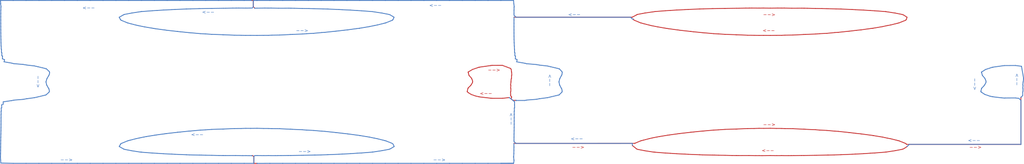
<source format=kicad_pcb>
(kicad_pcb
	(version 20240108)
	(generator "pcbnew")
	(generator_version "8.0")
	(general
		(thickness 1.6)
		(legacy_teardrops no)
	)
	(paper "User" 1219 197)
	(layers
		(0 "F.Cu" signal)
		(31 "B.Cu" signal)
		(32 "B.Adhes" user "B.Adhesive")
		(33 "F.Adhes" user "F.Adhesive")
		(34 "B.Paste" user)
		(35 "F.Paste" user)
		(36 "B.SilkS" user "B.Silkscreen")
		(37 "F.SilkS" user "F.Silkscreen")
		(38 "B.Mask" user)
		(39 "F.Mask" user)
		(40 "Dwgs.User" user "User.Drawings")
		(41 "Cmts.User" user "User.Comments")
		(42 "Eco1.User" user "User.Eco1")
		(43 "Eco2.User" user "User.Eco2")
		(44 "Edge.Cuts" user)
		(45 "Margin" user)
		(46 "B.CrtYd" user "B.Courtyard")
		(47 "F.CrtYd" user "F.Courtyard")
		(48 "B.Fab" user)
		(49 "F.Fab" user)
	)
	(setup
		(pad_to_mask_clearance 0)
		(allow_soldermask_bridges_in_footprints no)
		(pcbplotparams
			(layerselection 0x0000000_7fffffff)
			(plot_on_all_layers_selection 0x0000000_00000000)
			(disableapertmacros no)
			(usegerberextensions no)
			(usegerberattributes yes)
			(usegerberadvancedattributes yes)
			(creategerberjobfile yes)
			(dashed_line_dash_ratio 12.000000)
			(dashed_line_gap_ratio 3.000000)
			(svgprecision 4)
			(plotframeref no)
			(viasonmask no)
			(mode 1)
			(useauxorigin no)
			(hpglpennumber 1)
			(hpglpenspeed 20)
			(hpglpendiameter 15.000000)
			(pdf_front_fp_property_popups yes)
			(pdf_back_fp_property_popups yes)
			(dxfpolygonmode yes)
			(dxfimperialunits yes)
			(dxfusepcbnewfont yes)
			(psnegative no)
			(psa4output no)
			(plotreference yes)
			(plotvalue yes)
			(plotfptext yes)
			(plotinvisibletext no)
			(sketchpadsonfab no)
			(subtractmaskfromsilk no)
			(outputformat 4)
			(mirror no)
			(drillshape 0)
			(scaleselection 1)
			(outputdirectory "pdf/")
		)
	)
	(net 0 "")
	(gr_text "-->"
		(at 907.47104 147.916732 180)
		(layer "F.Cu")
		(uuid "007c37b0-3590-40f2-a09c-558fac4a216c")
		(effects
			(font
				(size 4 4)
				(thickness 0.5)
				(bold yes)
			)
			(justify left bottom mirror)
		)
	)
	(gr_text "-->"
		(at 680.47104 174.916732 180)
		(layer "F.Cu")
		(uuid "06a2bab7-cbe7-46b9-868f-50684acc1310")
		(effects
			(font
				(size 4 4)
				(thickness 0.5)
				(bold yes)
			)
			(justify left bottom mirror)
		)
	)
	(gr_text "-->"
		(at 1152.47104 174.916732 180)
		(layer "F.Cu")
		(uuid "0bf0490c-75f0-459b-a882-ca961e3faabe")
		(effects
			(font
				(size 4 4)
				(thickness 0.5)
				(bold yes)
			)
			(justify left bottom mirror)
		)
	)
	(gr_text "-->"
		(at 922.47104 39.916732 0)
		(layer "F.Cu")
		(uuid "4def79c0-bd6c-4a86-8c57-1237fba2b886")
		(effects
			(font
				(size 4 4)
				(thickness 0.5)
				(bold yes)
			)
			(justify left bottom mirror)
		)
	)
	(gr_text "-->"
		(at 907.47104 16.916732 180)
		(layer "F.Cu")
		(uuid "792d34ec-6705-4acd-876c-17fbe2ae72cc")
		(effects
			(font
				(size 4 4)
				(thickness 0.5)
				(bold yes)
			)
			(justify left bottom mirror)
		)
	)
	(gr_text "-->"
		(at 586.47104 114.916732 0)
		(layer "F.Cu")
		(uuid "7b9146d4-f64c-44ff-8163-48018e707fe5")
		(effects
			(font
				(size 4 4)
				(thickness 0.5)
				(bold yes)
			)
			(justify left bottom mirror)
		)
	)
	(gr_text "-->"
		(at 580.47104 82.916732 180)
		(layer "F.Cu")
		(uuid "abbdd468-3fa0-4f04-a273-f27b176b3618")
		(effects
			(font
				(size 4 4)
				(thickness 0.5)
				(bold yes)
			)
			(justify left bottom mirror)
		)
	)
	(gr_text "-->"
		(at 921.47104 182.916732 0)
		(layer "F.Cu")
		(uuid "f5f844b9-aeef-4b5b-8899-8dd063da1671")
		(effects
			(font
				(size 4 4)
				(thickness 0.5)
				(bold yes)
			)
			(justify left bottom mirror)
		)
	)
	(gr_text "-->"
		(at 694.47104 168.916732 0)
		(layer "B.Cu")
		(uuid "05b0c57d-0e42-4a63-b67c-d4083787ad1c")
		(effects
			(font
				(size 4 4)
				(thickness 0.5)
				(bold yes)
			)
			(justify left bottom mirror)
		)
	)
	(gr_text "-->"
		(at 352.47104 35.916732 180)
		(layer "B.Cu")
		(uuid "0dc779dc-3b7f-4c5a-88ec-fc040bf643ae")
		(effects
			(font
				(size 4 4)
				(thickness 0.5)
				(bold yes)
			)
			(justify left bottom mirror)
		)
	)
	(gr_text "-->"
		(at 1207.47104 103.916732 -90)
		(layer "B.Cu")
		(uuid "140d8972-7564-4221-a489-0117b7431df4")
		(effects
			(font
				(size 4 4)
				(thickness 0.5)
				(bold yes)
			)
			(justify left bottom mirror)
		)
	)
	(gr_text "-->"
		(at 526.47104 9.916732 0)
		(layer "B.Cu")
		(uuid "1ad95f61-7a5c-4527-a254-52c19ce54884")
		(effects
			(font
				(size 4 4)
				(thickness 0.5)
				(bold yes)
			)
			(justify left bottom mirror)
		)
	)
	(gr_text "-->"
		(at 114.47104 12.916732 0)
		(layer "B.Cu")
		(uuid "2183c85c-18a3-439b-9bfa-24c2ab235822")
		(effects
			(font
				(size 4 4)
				(thickness 0.5)
				(bold yes)
			)
			(justify left bottom mirror)
		)
	)
	(gr_text "-->"
		(at 606.47104 150.916732 -90)
		(layer "B.Cu")
		(uuid "486cf3f7-2598-4d8a-b875-9673a06b3a3e")
		(effects
			(font
				(size 4 4)
				(thickness 0.5)
				(bold yes)
			)
			(justify left bottom mirror)
		)
	)
	(gr_text "-->"
		(at 691.47104 20.916732 0)
		(layer "B.Cu")
		(uuid "58d35561-761c-4f9a-bae4-0c8c6dbae6e1")
		(effects
			(font
				(size 4 4)
				(thickness 0.5)
				(bold yes)
			)
			(justify left bottom mirror)
		)
	)
	(gr_text "-->"
		(at 355.47104 179.916732 180)
		(layer "B.Cu")
		(uuid "65b4408d-e341-4271-8032-b66b3deba099")
		(effects
			(font
				(size 4 4)
				(thickness 0.5)
				(bold yes)
			)
			(justify left bottom mirror)
		)
	)
	(gr_text "-->"
		(at 1166.47104 170.916732 0)
		(layer "B.Cu")
		(uuid "97397536-4056-47ba-a0a0-f4db39dac6d4")
		(effects
			(font
				(size 4 4)
				(thickness 0.5)
				(bold yes)
			)
			(justify left bottom mirror)
		)
	)
	(gr_text "-->"
		(at 1161.47104 93.916732 90)
		(layer "B.Cu")
		(uuid "9ef6ad2b-e93d-41a3-a144-f60778aae48f")
		(effects
			(font
				(size 4 4)
				(thickness 0.5)
				(bold yes)
			)
			(justify left bottom mirror)
		)
	)
	(gr_text "-->"
		(at 243.47104 163.916732 0)
		(layer "B.Cu")
		(uuid "bfa1d7f0-29ef-476b-9dc0-32e90558301d")
		(effects
			(font
				(size 4 4)
				(thickness 0.5)
				(bold yes)
			)
			(justify left bottom mirror)
		)
	)
	(gr_text "-->"
		(at 652.47104 104.916732 -90)
		(layer "B.Cu")
		(uuid "c3146ad6-1d1f-482d-bd8c-58872975f627")
		(effects
			(font
				(size 4 4)
				(thickness 0.5)
				(bold yes)
			)
			(justify left bottom mirror)
		)
	)
	(gr_text "-->"
		(at 72.47104 189.916732 180)
		(layer "B.Cu")
		(uuid "e9d3e80d-1fe3-4205-b7d8-1b4b1714bb8f")
		(effects
			(font
				(size 4 4)
				(thickness 0.5)
				(bold yes)
			)
			(justify left bottom mirror)
		)
	)
	(gr_text "-->"
		(at 256.47104 17.916732 0)
		(layer "B.Cu")
		(uuid "f28dda0c-48c8-4557-953f-fd459b43c871")
		(effects
			(font
				(size 4 4)
				(thickness 0.5)
				(bold yes)
			)
			(justify left bottom mirror)
		)
	)
	(gr_text "-->"
		(at 48.47104 90.916732 90)
		(layer "B.Cu")
		(uuid "f2c7bed9-dc77-4142-ad2d-7944158e31e8")
		(effects
			(font
				(size 4 4)
				(thickness 0.5)
				(bold yes)
			)
			(justify left bottom mirror)
		)
	)
	(gr_text "-->"
		(at 515.47104 189.916732 180)
		(layer "B.Cu")
		(uuid "fe7b866d-3e5c-438a-85d3-cd8d6977e80c")
		(effects
			(font
				(size 4 4)
				(thickness 0.5)
				(bold yes)
			)
			(justify left bottom mirror)
		)
	)
	(segment
		(start 558.485862 91.08539)
		(end 557.814181 88.661126)
		(width 1)
		(layer "F.Cu")
		(net 0)
		(uuid "00596bdb-0a1e-428d-8115-92bd22b4274d")
	)
	(segment
		(start 876.726822 186.76621)
		(end 875.775597 186.761512)
		(width 1)
		(layer "F.Cu")
		(net 0)
		(uuid "0256915b-d30e-42ec-8201-00bcdbf666df")
	)
	(segment
		(start 609.158728 116.728389)
		(end 609.158728 117.832897)
		(width 1)
		(layer "F.Cu")
		(net 0)
		(uuid "03fe3911-f9e5-4629-bc23-4bc25035c7a1")
	)
	(segment
		(start 562.900322 98.176091)
		(end 562.03063 95.727367)
		(width 1)
		(layer "F.Cu")
		(net 0)
		(uuid "04043837-0e89-4d8d-8b37-397b36fb1cf0")
	)
	(segment
		(start 993.304262 157.698336)
		(end 997.241168 157.929697)
		(width 1)
		(layer "F.Cu")
		(net 0)
		(uuid "040d0cef-9f89-4c72-bce4-e60dcbaf9d03")
	)
	(segment
		(start 862.74576 155.578929)
		(end 875.484406 155.165321)
		(width 1)
		(layer "F.Cu")
		(net 0)
		(uuid "04a3495c-5337-443a-bbef-b98c17308131")
	)
	(segment
		(start 779.542718 15.153471)
		(end 791.947464 14.166643)
		(width 1)
		(layer "F.Cu")
		(net 0)
		(uuid "063b88cc-c9d0-4e6a-8e14-f390462caeaa")
	)
	(segment
		(start 561.180352 113.963121)
		(end 557.814181 111.890421)
		(width 1)
		(layer "F.Cu")
		(net 0)
		(uuid "06aa79df-dd39-4734-bda4-1b5e4a9c1505")
	)
	(segment
		(start 1077.578888 25.280248)
		(end 1077.190633 25.550279)
		(width 1)
		(layer "F.Cu")
		(net 0)
		(uuid "070151e3-aaf8-4ecb-a65e-0d202f7be415")
	)
	(segment
		(start 997.241168 157.930046)
		(end 1009.614854 159.269177)
		(width 1)
		(layer "F.Cu")
		(net 0)
		(uuid "072bb1c7-cfc3-46c9-b152-00f194831f58")
	)
	(segment
		(start 608.232973 107.172929)
		(end 608.1825 110.147157)
		(width 1)
		(layer "F.Cu")
		(net 0)
		(uuid "0789740e-60b1-437e-bd07-930f30974163")
	)
	(segment
		(start 1074.958167 19.274875)
		(end 1079.015432 21.939508)
		(width 1)
		(layer "F.Cu")
		(net 0)
		(uuid "0881782a-49d9-4426-ba8c-d3af333c2a0d")
	)
	(segment
		(start 854.837006 41.787568)
		(end 849.296608 41.492028)
		(width 1)
		(layer "F.Cu")
		(net 0)
		(uuid "08a84c97-9b4e-4f43-ac11-089f257cadd9")
	)
	(segment
		(start 762.366318 169.29392)
		(end 755.451496 172.223615)
		(width 1)
		(layer "F.Cu")
		(net 0)
		(uuid "08b54492-7170-4e4e-919a-5b0319cdd705")
	)
	(segment
		(start 755.460271 172.223615)
		(end 755.466561 172.229904)
		(width 1)
		(layer "F.Cu")
		(net 0)
		(uuid "0d9bc562-aef3-46fa-b4fc-fa1ce6bd455b")
	)
	(segment
		(start 584.41353 118.409339)
		(end 571.263334 116.887263)
		(width 1)
		(layer "F.Cu")
		(net 0)
		(uuid "0dff1d2c-ddfd-45c9-8dbc-1cc2cef90680")
	)
	(segment
		(start 1079.182381 175.975944)
		(end 1079.028166 176.056235)
		(width 1)
		(layer "F.Cu")
		(net 0)
		(uuid "0e9d074f-9dd3-49ce-a9b8-2cc6ea624ef5")
	)
	(segment
		(start 933.947841 154.612175)
		(end 943.444558 154.730476)
		(width 1)
		(layer "F.Cu")
		(net 0)
		(uuid "0ebb13d8-0981-43d3-90b2-5474ddb788b0")
	)
	(segment
		(start 569.954915 81.658831)
		(end 570.910022 81.439583)
		(width 1)
		(layer "F.Cu")
		(net 0)
		(uuid "0f876bfe-7ae2-431a-9f57-2111694d7787")
	)
	(segment
		(start 863.297082 11.390697)
		(end 876.637523 11.212023)
		(width 1)
		(layer "F.Cu")
		(net 0)
		(uuid "0fa47bc1-a35d-4739-a248-cf8f54ae5e53")
	)
	(segment
		(start 822.398303 158.963736)
		(end 825.636349 158.613026)
		(width 1)
		(layer "F.Cu")
		(net 0)
		(uuid "1083f7d1-5164-477f-ab5a-ccb6374e5525")
	)
	(segment
		(start 970.342863 155.987568)
		(end 975.258171 156.403855)
		(width 1)
		(layer "F.Cu")
		(net 0)
		(uuid "10f2f6e0-2965-4302-be57-fcb9277aa02d")
	)
	(segment
		(start 755.459261 25.689002)
		(end 754.434268 25.2785)
		(width 1)
		(layer "F.Cu")
		(net 0)
		(uuid "10f7adae-c50c-4e04-ab30-60a7da529e87")
	)
	(segment
		(start 985.53528 186.182701)
		(end 984.665589 186.194659)
		(width 1)
		(layer "F.Cu")
		(net 0)
		(uuid "1166d72e-c607-4a69-b91d-0157fafb08d0")
	)
	(segment
		(start 752.364869 21.939352)
		(end 757.594664 19.132424)
		(width 1)
		(layer "F.Cu")
		(net 0)
		(uuid "128c6e8d-4314-430d-a178-67f6f3ceb3d0")
	)
	(segment
		(start 1069.51095 28.621143)
		(end 1069.239171 28.73397)
		(width 1)
		(layer "F.Cu")
		(net 0)
		(uuid "138b714c-f6e2-4ebe-a236-9856e29489e6")
	)
	(segment
		(start 806.805983 160.803172)
		(end 808.94915 160.511593)
		(width 1)
		(layer "F.Cu")
		(net 0)
		(uuid "15ec22b1-1568-41d2-b467-5991a031dda5")
	)
	(segment
		(start 903.0971 154.32374)
		(end 908.695737 154.369399)
		(width 1)
		(layer "F.Cu")
		(net 0)
		(uuid "1706191d-2dd0-46c8-8125-c7b7379e6559")
	)
	(segment
		(start 611.919998 172.269351)
		(end 611.860828 172.269351)
		(width 1)
		(layer "F.Cu")
		(net 0)
		(uuid "18301a40-3d92-4587-892c-47556b784265")
	)
	(segment
		(start 916.546253 43.614463)
		(end 908.528787 43.522602)
		(width 1)
		(layer "F.Cu")
		(net 0)
		(uuid "199e52e0-951b-41e0-aa68-79d44a6d72e0")
	)
	(segment
		(start 994.643742 11.98399)
		(end 999.951187 12.1516)
		(width 1)
		(layer "F.Cu")
		(net 0)
		(uuid "19e39ed3-15c6-47bb-9adc-8c71e17fe1da")
	)
	(segment
		(start 1038.702917 162.887169)
		(end 1039.087289 162.977012)
		(width 1)
		(layer "F.Cu")
		(net 0)
		(uuid "1a1efc3c-12ad-4b89-8cf7-c7bbe167c38a")
	)
	(segment
		(start 561.199765 102.312715)
		(end 562.713959 99.710863)
		(width 1)
		(layer "F.Cu")
		(net 0)
		(uuid "1bac3313-8060-4090-9561-2b3a5b0ad37f")
	)
	(segment
		(start 609.347265 90.893126)
		(end 609.149255 91.518683)
		(width 1)
		(layer "F.Cu")
		(net 0)
		(uuid "1be8466e-7f9e-4766-862a-0b2e27c31621")
	)
	(segment
		(start 557.814181 87.093974)
		(end 562.655721 84.172898)
		(width 1)
		(layer "F.Cu")
		(net 0)
		(uuid "1d116ce6-41b1-450b-9709-8e79430641e7")
	)
	(segment
		(start 955.732828 42.515779)
		(end 943.444558 43.149877)
		(width 1)
		(layer "F.Cu")
		(net 0)
		(uuid "1fb2edf0-bf91-45c3-87fb-6ee105c6a50e")
	)
	(segment
		(start 1078.32822 173.444366)
		(end 1214.164195 173.444366)
		(width 1)
		(layer "F.Cu")
		(net 0)
		(uuid "1fd92871-c389-4bac-8c04-c32f020c34c7")
	)
	(segment
		(start 606.357701 117.660822)
		(end 598.161639 118.545112)
		(width 1)
		(layer "F.Cu")
		(net 0)
		(uuid "22ad30aa-d309-4251-ad7d-641e9c0a7b79")
	)
	(segment
		(start 983.302814 11.71687)
		(end 984.999488 11.740049)
		(width 1)
		(layer "F.Cu")
		(net 0)
		(uuid "2397372a-3b23-430b-8d01-506f98a00952")
	)
	(segment
		(start 302.243632 9.413625)
		(end 302.243632 9.315009)
		(width 1)
		(layer "F.Cu")
		(net 0)
		(uuid "2527030b-8c11-437e-b50d-98dc5dc761d6")
	)
	(segment
		(start 609.226906 87.625417)
		(end 609.347265 90.893592)
		(width 1)
		(layer "F.Cu")
		(net 0)
		(uuid "26417124-b986-4e33-b9d8-d4da649f919a")
	)
	(segment
		(start 775.132141 31.903062)
		(end 772.981209 31.362456)
		(width 1)
		(layer "F.Cu")
		(net 0)
		(uuid "27d8936a-574b-4808-a9e5-366b1f4a228e")
	)
	(segment
		(start 608.306741 99.39758)
		(end 607.98449 102.354879)
		(width 1)
		(layer "F.Cu")
		(net 0)
		(uuid "2870e2bb-a4a3-40f3-8b47-159c227045e9")
	)
	(segment
		(start 754.434268 25.280248)
		(end 753.868969 24.186417)
		(width 1)
		(layer "F.Cu")
		(net 0)
		(uuid "29a99e9f-2aa0-4d10-a75d-4cd85387d46b")
	)
	(segment
		(start 571.263334 81.365504)
		(end 584.363057 79.498308)
		(width 1)
		(layer "F.Cu")
		(net 0)
		(uuid "2ada81db-221d-402a-b2f8-e5abfb00da09")
	)
	(segment
		(start 861.926542 11.407043)
		(end 863.297082 11.39062)
		(width 1)
		(layer "F.Cu")
		(net 0)
		(uuid "2b6ecc81-749d-48d4-997e-4f28146dc43a")
	)
	(segment
		(start 1013.699296 12.708823)
		(end 1017.814799 12.939757)
		(width 1)
		(layer "F.Cu")
		(net 0)
		(uuid "2c26f4ff-f893-4bf6-932f-d3fcbcecf77d")
	)
	(segment
		(start 1024.597614 160.990622)
		(end 1038.349605 162.82171)
		(width 1)
		(layer "F.Cu")
		(net 0)
		(uuid "2d4b6708-bdd2-42c5-8c99-308fcf5bac37")
	)
	(segment
		(start 877.080134 155.105258)
		(end 889.647948 154.575174)
		(width 1)
		(layer "F.Cu")
		(net 0)
		(uuid "2f35351d-bb3e-4b83-9cbc-03189feff0dd")
	)
	(segment
		(start 938.160407 186.891111)
		(end 929.97211 186.839163)
		(width 1)
		(layer "F.Cu")
		(net 0)
		(uuid "31757bf0-79c1-4f32-a0ff-e2a297c17584")
	)
	(segment
		(start 557.321097 106.658103)
		(end 557.814181 105.899647)
		(width 1)
		(layer "F.Cu")
		(net 0)
		(uuid "31e7cc97-9649-4647-b96d-23660d3b2e36")
	)
	(segment
		(start 818.989424 185.273563)
		(end 815.184525 185.064837)
		(width 1)
		(layer "F.Cu")
		(net 0)
		(uuid "327fac5c-4f8a-4188-aa01-08dbb0722a63")
	)
	(segment
		(start 1010.694203 38.516636)
		(end 1009.401314 38.618942)
		(width 1)
		(layer "F.Cu")
		(net 0)
		(uuid "33294c26-e487-4347-be1f-3bdcd28c45b7")
	)
	(segment
		(start 942.108961 11.189504)
		(end 953.869204 11.142137)
		(width 1)
		(layer "F.Cu")
		(net 0)
		(uuid "33297646-b04c-4f00-8f9b-655cd7711d58")
	)
	(segment
		(start 1059.474558 166.727865)
		(end 1067.763802 168.793071)
		(width 1)
		(layer "F.Cu")
		(net 0)
		(uuid "33a1a8be-cc0d-4027-8607-935d0f420ff1")
	)
	(segment
		(start 862.74576 42.314702)
		(end 854.837006 41.787102)
		(width 1)
		(layer "F.Cu")
		(net 0)
		(uuid "34f99a72-75e3-45b1-8fba-08b9b12f3487")
	)
	(segment
		(start 571.263334 116.888195)
		(end 569.916089 116.607719)
		(width 1)
		(layer "F.Cu")
		(net 0)
		(uuid "35e64b14-fee7-449d-ad64-34c81784aa8a")
	)
	(segment
		(start 958.543794 42.38121)
		(end 956.89371 42.485961)
		(width 1)
		(layer "F.Cu")
		(net 0)
		(uuid "3696cb05-dfd1-408b-a30b-f3901ccf4a33")
	)
	(segment
		(start 837.458713 157.462898)
		(end 849.296608 156.415502)
		(width 1)
		(layer "F.Cu")
		(net 0)
		(uuid "37098e86-9902-4c3b-b3d0-770077f2d84f")
	)
	(segment
		(start 1055.832727 166.052457)
		(end 1059.474558 166.727555)
		(width 1)
		(layer "F.Cu")
		(net 0)
		(uuid "38252382-b434-440c-9610-a5ba585f439a")
	)
	(segment
		(start 822.398303 38.92543)
		(end 821.80039 38.855777)
		(width 1)
		(layer "F.Cu")
		(net 0)
		(uuid "38c5bdcf-4ab6-4383-8104-01e91775c91e")
	)
	(segment
		(start 302.243632 1.899028)
		(end 302.263356 1.879305)
		(width 1)
		(layer "F.Cu")
		(net 0)
		(uuid "3a92e751-4ab4-47d6-9514-53753ae3cf2d")
	)
	(segment
		(start 975.258171 156.404981)
		(end 983.792015 156.82317)
		(width 1)
		(layer "F.Cu")
		(net 0)
		(uuid "3ab59d8a-d360-4b02-9dcc-929ef73fd7ff")
	)
	(segment
		(start 847.339802 11.674706)
		(end 848.47739 11.658516)
		(width 1)
		(layer "F.Cu")
		(net 0)
		(uuid "3b2b3777-f4ba-476f-a145-5ff4ab15e9ea")
	)
	(segment
		(start 903.0971 43.571949)
		(end 897.300453 43.421656)
		(width 1)
		(layer "F.Cu")
		(net 0)
		(uuid "3cf1e162-ec63-423f-9bc0-d9cc8cd5c8ec")
	)
	(segment
		(start 609.052191 86.970819)
		(end 609.226906 87.624485)
		(width 1)
		(layer "F.Cu")
		(net 0)
		(uuid "3d758029-49e9-4101-aaf9-e6fa54994642")
	)
	(segment
		(start 1027.327046 184.519572)
		(end 1017.752678 185.002717)
		(width 1)
		(layer "F.Cu")
		(net 0)
		(uuid "3e418154-0ba4-475a-b70b-2e019e1875e1")
	)
	(segment
		(start 304.018734 11.188727)
		(end 302.243632 9.413625)
		(width 1)
		(layer "F.Cu")
		(net 0)
		(uuid "3f5db6c6-769e-43a8-b964-cfbd0eb1ceee")
	)
	(segment
		(start 1027.303751 13.404654)
		(end 1035.278508 13.922042)
		(width 1)
		(layer "F.Cu")
		(net 0)
		(uuid "406f1c1d-1668-49a6-a585-069b34f2ee01")
	)
	(segment
		(start 562.655721 84.172782)
		(end 569.954915 81.657006)
		(width 1)
		(layer "F.Cu")
		(net 0)
		(uuid "43dc84a3-87be-42dc-b096-40e85767bb35")
	)
	(segment
		(start 570.910022 81.440049)
		(end 571.263334 81.365815)
		(width 1)
		(layer "F.Cu")
		(net 0)
		(uuid "43f2ad89-97c5-4cf1-a33c-60feb37c69b6")
	)
	(segment
		(start 763.418489 169.024898)
		(end 765.557773 168.466937)
		(width 1)
		(layer "F.Cu")
		(net 0)
		(uuid "448b6695-0ffa-4269-9eef-22dc543c28cf")
	)
	(segment
		(start 1039.087289 162.978953)
		(end 1050.152556 164.813458)
		(width 1)
		(layer "F.Cu")
		(net 0)
		(uuid "4532f05c-4357-4864-ba92-c883609f928b")
	)
	(segment
		(start 1010.694203 159.356456)
		(end 1018.160346 160.298052)
		(width 1)
		(layer "F.Cu")
		(net 0)
		(uuid "4596cf08-51d6-444a-b68d-1e04c38824ce")
	)
	(segment
		(start 1214.251474 117.458153)
		(end 1214.251474 117.458153)
		(width 1)
		(layer "F.Cu")
		(net 0)
		(uuid "47117ac1-fe21-453c-a191-6b37896fb933")
	)
	(segment
		(start 1079.028166 176.056235)
		(end 1075.031935 178.670278)
		(width 1)
		(layer "F.Cu")
		(net 0)
		(uuid "471acaa5-cc62-4a39-ba1c-9a7da4a01c7c")
	)
	(segment
		(start 1059.408555 31.159204)
		(end 1055.327995 31.906013)
		(width 1)
		(layer "F.Cu")
		(net 0)
		(uuid "474d6375-d7b3-4704-81f5-bbaae747a528")
	)
	(segment
		(start 763.422371 28.889699)
		(end 762.374083 28.621376)
		(width 1)
		(layer "F.Cu")
		(net 0)
		(uuid "48f1372f-b07a-4f8f-8795-915890f43d7b")
	)
	(segment
		(start 608.011668 106.242243)
		(end 608.232973 107.173123)
		(width 1)
		(layer "F.Cu")
		(net 0)
		(uuid "49a7ca47-6e05-41b6-ba02-fc571a79e942")
	)
	(segment
		(start 890.960249 186.737285)
		(end 878.609859 186.792572)
		(width 1)
		(layer "F.Cu")
		(net 0)
		(uuid "49ad93e8-6558-4cc0-98af-06c8e723dad5")
	)
	(segment
		(start 1024.143355 36.991765)
		(end 1019.026155 37.496885)
		(width 1)
		(layer "F.Cu")
		(net 0)
		(uuid "4d951e45-3bbe-4a0d-9781-e08ba84517fa")
	)
	(segment
		(start 815.184525 185.064799)
		(end 805.272375 184.583401)
		(width 1)
		(layer "F.Cu")
		(net 0)
		(uuid "4dbd86a9-6fe8-4570-8b73-c8e9ed0afb45")
	)
	(segment
		(start 953.539187 186.69248)
		(end 944.461786 186.843045)
		(width 1)
		(layer "F.Cu")
		(net 0)
		(uuid "4e46c05c-9fd7-4731-a6ec-c9ea77bb77a3")
	)
	(segment
		(start 806.949637 37.129052)
		(end 795.581531 35.567257)
		(width 1)
		(layer "F.Cu")
		(net 0)
		(uuid "4e731f6a-2493-47db-8e2d-7416c8b9db08")
	)
	(segment
		(start 956.89371 42.487864)
		(end 955.732828 42.517022)
		(width 1)
		(layer "F.Cu")
		(net 0)
		(uuid "4e9c7140-a23c-419d-b4ec-719e0d64bf23")
	)
	(segment
		(start 815.180642 12.852322)
		(end 819.001071 12.648566)
		(width 1)
		(layer "F.Cu")
		(net 0)
		(uuid "4eab9d11-48b6-4fbd-a277-d2b74b0adf29")
	)
	(segment
		(start 1017.814799 12.938437)
		(end 1027.303751 13.405663)
		(width 1)
		(layer "F.Cu")
		(net 0)
		(uuid "4fe17e35-10ad-43cd-9024-8c0e8d5b74db")
	)
	(segment
		(start 983.792015 156.823947)
		(end 993.304262 157.696744)
		(width 1)
		(layer "F.Cu")
		(net 0)
		(uuid "4ffa77d4-46a8-439e-b454-5184fcd6de51")
	)
	(segment
		(start 569.916089 116.607215)
		(end 566.270375 115.753558)
		(width 1)
		(layer "F.Cu")
		(net 0)
		(uuid "503037c9-47df-43fd-bc9b-d626cf862b05")
	)
	(segment
		(start 1055.327995 31.904809)
		(end 1049.601234 33.152311)
		(width 1)
		(layer "F.Cu")
		(net 0)
		(uuid "5077da85-f07a-4816-b260-1dc436522874")
	)
	(segment
		(start 779.593191 182.785509)
		(end 779.096225 182.750838)
		(width 1)
		(layer "F.Cu")
		(net 0)
		(uuid "50962047-1633-4c4c-aaab-a6044469a844")
	)
	(segment
		(start 808.94915 37.397569)
		(end 806.949637 37.128042)
		(width 1)
		(layer "F.Cu")
		(net 0)
		(uuid "51323843-4e12-44b1-9b1a-5f1e651bd2f1")
	)
	(segment
		(start 608.038846 114.010294)
		(end 608.038846 115.608506)
		(width 1)
		(layer "F.Cu")
		(net 0)
		(uuid "513a4e18-3f71-409f-a519-b013b7dd6f03")
	)
	(segment
		(start 1000.956768 185.730229)
		(end 999.916244 185.775344)
		(width 1)
		(layer "F.Cu")
		(net 0)
		(uuid "51dc704e-76d7-4337-9254-6de76f5ab353")
	)
	(segment
		(start 944.461786 186.842385)
		(end 941.278095 186.854693)
		(width 1)
		(layer "F.Cu")
		(net 0)
		(uuid "522cf97d-c319-4171-8591-c79a7259e1ce")
	)
	(segment
		(start 832.178445 185.792272)
		(end 818.989424 185.274495)
		(width 1)
		(layer "F.Cu")
		(net 0)
		(uuid "5240f9cb-425b-458b-b31a-b878ee61efee")
	)
	(segment
		(start 557.814181 111.89147)
		(end 556.529057 110.77613)
		(width 1)
		(layer "F.Cu")
		(net 0)
		(uuid "53d5fe81-1547-4668-90fe-bfdb8dff5918")
	)
	(segment
		(start 608.392158 98.529053)
		(end 608.306741 99.396376)
		(width 1)
		(layer "F.Cu")
		(net 0)
		(uuid "54f5d32d-9b85-4fbe-b5c9-c6a74248ea55")
	)
	(segment
		(start 903.182516 11.062273)
		(end 908.047351 11.014012)
		(width 1)
		(layer "F.Cu")
		(net 0)
		(uuid "560dfa79-4c5d-4ecb-9ee8-83fee7fd2173")
	)
	(segment
		(start 793.838266 35.289849)
		(end 791.431085 34.914989)
		(width 1)
		(layer "F.Cu")
		(net 0)
		(uuid "56393c28-aeb0-45ef-9800-a6366835b11a")
	)
	(segment
		(start 983.792015 41.106608)
		(end 975.300879 41.515324)
		(width 1)
		(layer "F.Cu")
		(net 0)
		(uuid "569f1516-4a4a-45a8-986b-8c98d4eddc5a")
	)
	(segment
		(start 1077.190633 25.549968)
		(end 1069.51095 28.621376)
		(width 1)
		(layer "F.Cu")
		(net 0)
		(uuid "573bb239-f187-4e11-9e8b-5013a4b52b51")
	)
	(segment
		(start 887.446542 11.055944)
		(end 891.853236 11.04119)
		(width 1)
		(layer "F.Cu")
		(net 0)
		(uuid "5774daea-42db-4924-b529-e92740ef3f46")
	)
	(segment
		(start 1069.266349 169.147354)
		(end 1069.631309 169.29392)
		(width 1)
		(layer "F.Cu")
		(net 0)
		(uuid "57a7f002-0419-4822-8fc5-466631ac5e06")
	)
	(segment
		(start 832.978251 185.826866)
		(end 832.178445 185.790874)
		(width 1)
		(layer "F.Cu")
		(net 0)
		(uuid "59edc067-80d1-4663-ae78-f821377e6c76")
	)
	(segment
		(start 777.985815 182.657773)
		(end 767.599995 181.050281)
		(width 1)
		(layer "F.Cu")
		(net 0)
		(uuid "5bc4f941-a00e-44d0-9fe6-66c2e6afbe64")
	)
	(segment
		(start 609.001718 94.729357)
		(end 608.706644 95.459471)
		(width 1)
		(layer "F.Cu")
		(net 0)
		(uuid "5c27cbac-8b08-4c7f-9873-cd3ea0635c1c")
	)
	(segment
		(start 765.557773 168.466665)
		(end 772.321175 166.700377)
		(width 1)
		(layer "F.Cu")
		(net 0)
		(uuid "5c8d0766-aaed-40b1-8313-3e44dc09565c")
	)
	(segment
		(start 923.938627 43.457103)
		(end 916.546253 43.615783)
		(width 1)
		(layer "F.Cu")
		(net 0)
		(uuid "5d5c0462-dcf7-464e-8c5c-d55e88bddf69")
	)
	(segment
		(start 1009.614854 159.270574)
		(end 1010.694203 159.354593)
		(width 1)
		(layer "F.Cu")
		(net 0)
		(uuid "5d972615-041c-4a21-9a5c-c00cc7a1c118")
	)
	(segment
		(start 1053.802153 15.23912)
		(end 1053.953573 15.257639)
		(width 1)
		(layer "F.Cu")
		(net 0)
		(uuid "5e940d07-4594-49bb-8551-1e217112d580")
	)
	(segment
		(start 607.953429 111.093683)
		(end 608.038846 114.010294)
		(width 1)
		(layer "F.Cu")
		(net 0)
		(uuid "5f4cae01-76db-4c31-b969-c8546d07d9cb")
	)
	(segment
		(start 776.57645 165.68971)
		(end 781.984842 164.61933)
		(width 1)
		(layer "F.Cu")
		(net 0)
		(uuid "5f84cdd3-4ab7-4466-9422-8a74615bb338")
	)
	(segment
		(start 611.860828 172.328521)
		(end 611.919998 172.269351)
		(width 1)
		(layer "F.Cu")
		(net 0)
		(uuid "5f8d3a45-7069-4356-b5e4-48a207a017e1")
	)
	(segment
		(start 1038.345722 35.065283)
		(end 1038.283602 35.070291)
		(width 1)
		(layer "F.Cu")
		(net 0)
		(uuid "5fcc0da6-7fc9-4907-8e4e-a90d9aec9304")
	)
	(segment
		(start 805.276258 13.332749)
		(end 815.180642 12.850459)
		(width 1)
		(layer "F.Cu")
		(net 0)
		(uuid "60f31193-7b34-4cc1-8689-a21864ed1e87")
	)
	(segment
		(start 1040.6869 14.232646)
		(end 1053.701207 15.230462)
		(width 1)
		(layer "F.Cu")
		(net 0)
		(uuid "6119d927-5b08-4f58-8e31-ac2dbebd8cd5")
	)
	(segment
		(start 608.038846 115.608506)
		(end 609.158728 116.728389)
		(width 1)
		(layer "F.Cu")
		(net 0)
		(uuid "618abe6b-4209-4229-bfdd-fa63fe8c0c80")
	)
	(segment
		(start 1069.631309 169.294153)
		(end 1077.264402 172.330074)
		(width 1)
		(layer "F.Cu")
		(net 0)
		(uuid "62688d9b-3227-41df-ad6e-3c6ccb6254cb")
	)
	(segment
		(start 837.047163 11.916628)
		(end 847.339802 11.674046)
		(width 1)
		(layer "F.Cu")
		(net 0)
		(uuid "62c14c87-17e1-4fae-9e68-9d352f329a5b")
	)
	(segment
		(start 1068.00452 29.025433)
		(end 1059.408555 31.160563)
		(width 1)
		(layer "F.Cu")
		(net 0)
		(uuid "65976894-1c25-4a56-819e-e38b9042c790")
	)
	(segment
		(start 992.37245 185.998668)
		(end 985.53528 186.183012)
		(width 1)
		(layer "F.Cu")
		(net 0)
		(uuid "65bb9455-c4ff-4fb9-9f68-fe8ee277f180")
	)
	(segment
		(start 891.853236 11.041229)
		(end 894.505017 11.006247)
		(width 1)
		(layer "F.Cu")
		(net 0)
		(uuid "65e47c6a-5d6b-4d28-b572-5ed1d4f9df5b")
	)
	(segment
		(start 897.296571 154.491505)
		(end 903.0971 154.322808)
		(width 1)
		(layer "F.Cu")
		(net 0)
		(uuid "65f1b010-10e8-401a-a86f-74b5afd088a8")
	)
	(segment
		(start 969.616826 186.479949)
		(end 956.388979 186.679978)
		(width 1)
		(layer "F.Cu")
		(net 0)
		(uuid "68dee2f6-7e3e-4133-85f0-3860d75fdca3")
	)
	(segment
		(start 956.043432 155.360225)
		(end 956.89371 155.378862)
		(width 1)
		(layer "F.Cu")
		(net 0)
		(uuid "68f1a217-a728-47d0-987f-05747e6b039a")
	)
	(segment
		(start 925.452822 11.01211)
		(end 929.793513 11.048955)
		(width 1)
		(layer "F.Cu")
		(net 0)
		(uuid "68fa9d46-2811-4989-93ca-07dff03e890a")
	)
	(segment
		(start 584.712486 118.452474)
		(end 584.41353 118.409222)
		(width 1)
		(layer "F.Cu")
		(net 0)
		(uuid "6a7760a4-5ae8-43f9-bedf-ec30db1450d4")
	)
	(segment
		(start 835.847455 157.592692)
		(end 837.458713 157.463791)
		(width 1)
		(layer "F.Cu")
		(net 0)
		(uuid "6ad26693-1162-4891-9970-56c7a7c7be0f")
	)
	(segment
		(start 971.484332 186.455994)
		(end 969.616826 186.478086)
		(width 1)
		(layer "F.Cu")
		(net 0)
		(uuid "6c6d352a-719a-4d32-a4e2-638d8b69e328")
	)
	(segment
		(start 1009.401314 38.618087)
		(end 997.241168 39.927361)
		(width 1)
		(layer "F.Cu")
		(net 0)
		(uuid "6c913f58-2598-4849-9e79-fbbeb6c5f3d3")
	)
	(segment
		(start 781.984842 164.620728)
		(end 785.250066 164.036948)
		(width 1)
		(layer "F.Cu")
		(net 0)
		(uuid "6cc82870-841a-4de6-a5a7-ecea32a6d436")
	)
	(segment
		(start 933.163566 11.031173)
		(end 942.108961 11.188727)
		(width 1)
		(layer "F.Cu")
		(net 0)
		(uuid "6dc24838-eec7-4e0b-a37a-a3a4d94ebfa5")
	)
	(segment
		(start 877.076251 42.809339)
		(end 876.198795 42.781035)
		(width 1)
		(layer "F.Cu")
		(net 0)
		(uuid "71a8048a-d030-4779-9a08-7274e83310f0")
	)
	(segment
		(start 908.047351 11.015721)
		(end 916.546253 11.118841)
		(width 1)
		(layer "F.Cu")
		(net 0)
		(uuid "71d9743d-1a74-42bd-853e-33a2b801271f")
	)
	(segment
		(start 1077.264402 172.328715)
		(end 1077.710895 172.636796)
		(width 1)
		(layer "F.Cu")
		(net 0)
		(uuid "739f47d5-c5d6-4b95-8fed-e9dd751036e6")
	)
	(segment
		(start 837.516951 40.443002)
		(end 835.847455 40.307851)
		(width 1)
		(layer "F.Cu")
		(net 0)
		(uuid "750ec5d3-52fc-4c0b-bc05-9b3855808024")
	)
	(segment
		(start 1073.261493 179.316878)
		(end 1064.89848 180.945452)
		(width 1)
		(layer "F.Cu")
		(net 0)
		(uuid "7617c04c-3e34-424b-a879-baf095a893cb")
	)
	(segment
		(start 772.321175 166.701309)
		(end 776.57645 165.690914)
		(width 1)
		(layer "F.Cu")
		(net 0)
		(uuid "76353387-6934-49ec-b6b6-5f0dc557a7d8")
	)
	(segment
		(start 614.267077 121.008357)
		(end 614.34597 121.08725)
		(width 1)
		(layer "F.Cu")
		(net 0)
		(uuid "76ebd91b-eed1-4a37-87a7-948abc051fa9")
	)
	(segment
		(start 984.665589 186.195824)
		(end 971.484332 186.45479)
		(width 1)
		(layer "F.Cu")
		(net 0)
		(uuid "779b4748-39f2-4974-8f96-fcd998a26f3f")
	)
	(segment
		(start 970.300155 11.476385)
		(end 977.746885 11.58863)
		(width 1)
		(layer "F.Cu")
		(net 0)
		(uuid "7a9983ca-3e39-4057-ab68-0c06d83feb5a")
	)
	(segment
		(start 908.528787 43.522447)
		(end 903.0971 43.573075)
		(width 1)
		(layer "F.Cu")
		(net 0)
		(uuid "7af4c614-778e-49c4-bf52-b4c17d337e48")
	)
	(segment
		(start 833.005429 12.068474)
		(end 837.047163 11.914764)
		(width 1)
		(layer "F.Cu")
		(net 0)
		(uuid "7bc9dd95-e9ea-461e-b16b-0b1dc4f97c07")
	)
	(segment
		(start 889.647948 43.36365)
		(end 877.076251 42.808213)
		(width 1)
		(layer "F.Cu")
		(net 0)
		(uuid "7d137883-8498-436c-a5bd-9d0bfa7657ea")
	)
	(segment
		(start 984.999488 11.741059)
		(end 994.643742 11.98465)
		(width 1)
		(layer "F.Cu")
		(net 0)
		(uuid "7e167f77-24c8-4fd0-bafd-786384ff2d4a")
	)
	(segment
		(start 758.510946 179.316878)
		(end 757.610194 178.775107)
		(width 1)
		(layer "F.Cu")
		(net 0)
		(uuid "7e7fdb54-b41c-4a72-978a-01af1d73e7cb")
	)
	(segment
		(start 848.197846 186.21877)
		(end 835.85522 185.946176)
		(width 1)
		(layer "F.Cu")
		(net 0)
		(uuid "7edbf1be-14e4-4bea-ba67-1e3d2869f05c")
	)
	(segment
		(start 903.29511 186.87131)
		(end 899.218433 186.889636)
		(width 1)
		(layer "F.Cu")
		(net 0)
		(uuid "7f266d04-88aa-4d2b-9210-406434561258")
	)
	(segment
		(start 557.814181 105.897745)
		(end 560.535849 103.267278)
		(width 1)
		(layer "F.Cu")
		(net 0)
		(uuid "7f84f772-3d4f-4122-9dd8-562d3d28b034")
	)
	(segment
		(start 897.300453 43.42282)
		(end 889.647948 43.363417)
		(width 1)
		(layer "F.Cu")
		(net 0)
		(uuid "7fdc41c8-73e4-47ec-b409-0ca5b81a5813")
	)
	(segment
		(start 993.1179 40.192228)
		(end 983.792015 41.107656)
		(width 1)
		(layer "F.Cu")
		(net 0)
		(uuid "8230ac97-b00d-4601-a9e3-d402d09c42f7")
	)
	(segment
		(start 975.300879 41.516993)
		(end 970.342863 41.930757)
		(width 1)
		(layer "F.Cu")
		(net 0)
		(uuid "82a78187-7f00-42d7-a30c-5b0514978b23")
	)
	(segment
		(start 608.21356 103.293097)
		(end 608.011668 106.241311)
		(width 1)
		(layer "F.Cu")
		(net 0)
		(uuid "838b56fd-be75-4ae2-bc61-adc652f30ac0")
	)
	(segment
		(start 1079.015432 21.939352)
		(end 1078.11468 24.571876)
		(width 1)
		(layer "F.Cu")
		(net 0)
		(uuid "85707fbf-d6af-4463-aca3-84d7b6d00e9e")
	)
	(segment
		(start 876.198795 42.781811)
		(end 875.503819 42.746092)
		(width 1)
		(layer "F.Cu")
		(net 0)
		(uuid "87ca9907-0ede-450d-8d11-649e33441322")
	)
	(segment
		(start 958.140009 155.466879)
		(end 970.342863 155.988422)
		(width 1)
		(layer "F.Cu")
		(net 0)
		(uuid "88927826-b7c2-4639-a04b-8f89b8abe3ba")
	)
	(segment
		(start 1214.164195 173.444366)
		(end 1214.251474 173.452752)
		(width 1)
		(layer "F.Cu")
		(net 0)
		(uuid "89dc6498-da81-4cba-b63b-cd687f699fd7")
	)
	(segment
		(start 302.263356 1.879305)
		(end 300.05434 1.879305)
		(width 1)
		(layer "F.Cu")
		(net 0)
		(uuid "8a2da0f5-c782-4a2b-b8da-4df9f6ffc035")
	)
	(segment
		(start 302.855056 196.055715)
		(end 306.799727 196.055715)
		(width 1)
		(layer "F.Cu")
		(net 0)
		(uuid "8a722cc6-29e4-46c3-8627-10c7dd2d89c2")
	)
	(segment
		(start 797.693638 184.091327)
		(end 791.928052 183.756418)
		(width 1)
		(layer "F.Cu")
		(net 0)
		(uuid "8a94725a-8696-4ef8-acba-9bcd65e79948")
	)
	(segment
		(start 1067.763802 168.792955)
		(end 1069.266349 169.146383)
		(width 1)
		(layer "F.Cu")
		(net 0)
		(uuid "8b1ed56c-f039-4cbd-91bc-ffff1eda971b")
	)
	(segment
		(start 875.484406 155.165166)
		(end 876.198795 155.130379)
		(width 1)
		(layer "F.Cu")
		(net 0)
		(uuid "8b3031ba-6177-4a7d-8365-0395f04f5892")
	)
	(segment
		(start 608.1825 110.148321)
		(end 607.953429 111.094499)
		(width 1)
		(layer "F.Cu")
		(net 0)
		(uuid "8b56c8cd-25b2-4226-bc59-5afc60be0204")
	)
	(segment
		(start 584.363057 79.499007)
		(end 584.712486 79.44007)
		(width 1)
		(layer "F.Cu")
		(net 0)
		(uuid "8bcbe179-7d38-4fd7-a8a4-ed5d09194408")
	)
	(segment
		(start 1075.031935 178.669734)
		(end 1073.261493 179.318664)
		(width 1)
		(layer "F.Cu")
		(net 0)
		(uuid "8c01c701-70ba-47d3-9390-28854b2b894f")
	)
	(segment
		(start 808.94915 160.511787)
		(end 821.695561 159.047871)
		(width 1)
		(layer "F.Cu")
		(net 0)
		(uuid "8c41e444-54cc-4981-ae5c-0afeb68b738b")
	)
	(segment
		(start 767.631055 16.879924)
		(end 779.542718 15.153471)
		(width 1)
		(layer "F.Cu")
		(net 0)
		(uuid "8dff9f96-7713-4f1f-ad24-83e6cb00bb7a")
	)
	(segment
		(start 556.529057 110.775431)
		(end 556.393168 110.418935)
		(width 1)
		(layer "F.Cu")
		(net 0)
		(uuid "8e55272f-0f0b-4c5e-a5f5-0be145585725")
	)
	(segment
		(start 929.995405 154.456135)
		(end 933.947841 154.613999)
		(width 1)
		(layer "F.Cu")
		(net 0)
		(uuid "8eb32aa3-8732-4a5e-bba7-0e534aa9eb73")
	)
	(segment
		(start 609.158728 117.832897)
		(end 608.093667 118.897958)
		(width 1)
		(layer "F.Cu")
		(net 0)
		(uuid "8eccb39a-35b7-4f99-a4f2-773de55d62d9")
	)
	(segment
		(start 608.093667 118.897958)
		(end 610.81549 121.008357)
		(width 1)
		(layer "F.Cu")
		(net 0)
		(uuid "8ee86b6c-25cb-43e8-817d-94a1f8f653b4")
	)
	(segment
		(start 300.05434 1.879305)
		(end 300.014894 1.879305)
		(width 1)
		(layer "F.Cu")
		(net 0)
		(uuid "8f4c34f1-4c74-4080-803e-129f50ab19b5")
	)
	(segment
		(start 960.539424 11.227592)
		(end 970.300155 11.476036)
		(width 1)
		(layer "F.Cu")
		(net 0)
		(uuid "8f5b961d-6b32-4aa9-8f72-999f52e118ec")
	)
	(segment
		(start 1038.349605 162.820467)
		(end 1038.702917 162.887713)
		(width 1)
		(layer "F.Cu")
		(net 0)
		(uuid "8fc74af6-b32a-46f2-abe3-6c3ff188e0d2")
	)
	(segment
		(start 302.243632 9.315009)
		(end 302.243632 1.899028)
		(width 1)
		(layer "F.Cu")
		(net 0)
		(uuid "90074d7a-abec-4289-a243-8a5ee22c260e")
	)
	(segment
		(start 1000.983946 12.197996)
		(end 1013.699296 12.710687)
		(width 1)
		(layer "F.Cu")
		(net 0)
		(uuid "9036943b-c48a-46f9-99ef-a4a75075cd3d")
	)
	(segment
		(start 875.775597 186.760658)
		(end 871.12042 186.703273)
		(width 1)
		(layer "F.Cu")
		(net 0)
		(uuid "903fab9f-f179-481c-854b-f7c07da5ce36")
	)
	(segment
		(start 894.505017 11.005393)
		(end 903.182516 11.060603)
		(width 1)
		(layer "F.Cu")
		(net 0)
		(uuid "91b92031-fd00-49be-a24e-ed79ff68799c")
	)
	(segment
		(start 557.231799 106.799311)
		(end 557.321097 106.656744)
		(width 1)
		(layer "F.Cu")
		(net 0)
		(uuid "91cd92a1-7a8a-40f9-9186-ee4dc4fc1599")
	)
	(segment
		(start 1073.156664 18.598418)
		(end 1074.958167 19.276078)
		(width 1)
		(layer "F.Cu")
		(net 0)
		(uuid "92edb801-03ca-40d0-87eb-2c6a4086f31e")
	)
	(segment
		(start 791.928052 183.757583)
		(end 779.593191 182.785781)
		(width 1)
		(layer "F.Cu")
		(net 0)
		(uuid "93b86bea-8328-4840-af95-6f7892beb91f")
	)
	(segment
		(start 835.847455 40.309132)
		(end 825.189856 39.232384)
		(width 1)
		(layer "F.Cu")
		(net 0)
		(uuid "94223641-bbe8-4177-aa42-76faba2c2803")
	)
	(segment
		(start 557.814181 88.662951)
		(end 557.55405 87.344942)
		(width 1)
		(layer "F.Cu")
		(net 0)
		(uuid "945a7e56-233d-40f7-a091-e258599451a2")
	)
	(segment
		(start 908.695737 154.367962)
		(end 916.546253 154.272335)
		(width 1)
		(layer "F.Cu")
		(net 0)
		(uuid "94f765ed-80ed-4b1e-8b99-dbe46df5e22f")
	)
	(segment
		(start 956.388979 186.678736)
		(end 953.539187 186.691626)
		(width 1)
		(layer "F.Cu")
		(net 0)
		(uuid "951bdacd-1151-4450-882a-684cd075a9a5")
	)
	(segment
		(start 1038.438904 35.048471)
		(end 1038.345722 35.066408)
		(width 1)
		(layer "F.Cu")
		(net 0)
		(uuid "960af4aa-3b88-4940-815a-c1d26d4e8eec")
	)
	(segment
		(start 755.451496 172.223615)
		(end 755.460271 172.223615)
		(width 1)
		(layer "F.Cu")
		(net 0)
		(uuid "988cd80b-2c6a-4869-85cd-4238ff9fdf4c")
	)
	(segment
		(start 943.444558 43.14945)
		(end 933.850777 43.289649)
		(width 1)
		(layer "F.Cu")
		(net 0)
		(uuid "98c6daff-dd02-4548-b12c-8895d27ee92a")
	)
	(segment
		(start 758.499298 18.598418)
		(end 767.631055 16.880545)
		(width 1)
		(layer "F.Cu")
		(net 0)
		(uuid "9972ac46-d1e5-4029-b383-033fa7772501")
	)
	(segment
		(start 757.610194 178.776388)
		(end 752.606674 174.754494)
		(width 1)
		(layer "F.Cu")
		(net 0)
		(uuid "9a167501-7c1b-4978-a036-55db42d8b14a")
	)
	(segment
		(start 556.393168 110.417149)
		(end 557.231799 106.800399)
		(width 1)
		(layer "F.Cu")
		(net 0)
		(uuid "9a4730e2-42e4-4877-9de0-4cd269eab853")
	)
	(segment
		(start 875.503819 42.747878)
		(end 862.74576 42.315129)
		(width 1)
		(layer "F.Cu")
		(net 0)
		(uuid "9be2b734-9a60-45ff-9149-cbf8a0815443")
	)
	(segment
		(start 791.947464 14.166604)
		(end 797.678108 13.828861)
		(width 1)
		(layer "F.Cu")
		(net 0)
		(uuid "9d98d08e-2bb9-496e-a0d1-878f46b8a733")
	)
	(segment
		(start 752.606674 174.754494)
		(end 752.606674 174.774217)
		(width 1)
		(layer "F.Cu")
		(net 0)
		(uuid "a208a009-c91c-4dd2-8429-068a06f8e015")
	)
	(segment
		(start 753.868969 24.186417)
		(end 753.910124 24.218564)
		(width 1)
		(layer "F.Cu")
		(net 0)
		(uuid "a4a52d28-d5cc-4385-bb65-10e88053c534")
	)
	(segment
		(start 933.850777 43.287941)
		(end 929.995405 43.452716)
		(width 1)
		(layer "F.Cu")
		(net 0)
		(uuid "aacd15b3-e259-4f4f-b957-a55190c511c1")
	)
	(segment
		(start 1040.651957 183.665916)
		(end 1035.305686 183.981606)
		(width 1)
		(layer "F.Cu")
		(net 0)
		(uuid "ab748204-429b-4615-92c1-dc40609f474c")
	)
	(segment
		(start 805.272375 184.582702)
		(end 797.693638 184.090317)
		(width 1)
		(layer "F.Cu")
		(net 0)
		(uuid "abd98638-c34c-47a4-b1eb-2a99cc0af4ce")
	)
	(segment
		(start 1214.290921 117.458153)
		(end 1214.290921 117.4976)
		(width 1)
		(layer "F.Cu")
		(net 0)
		(uuid "ad2c584f-f65a-434b-86f0-97feea6db201")
	)
	(segment
		(start 924.128872 186.887733)
		(end 916.546253 186.792572)
		(width 1)
		(layer "F.Cu")
		(net 0)
		(uuid "ad7e1ee3-db2e-4c20-8fae-8a0791947b02")
	)
	(segment
		(start 766.307106 29.654018)
		(end 763.422371 28.889272)
		(width 1)
		(layer "F.Cu")
		(net 0)
		(uuid "adcbfe81-4beb-44b0-a561-fe95e6420d82")
	)
	(segment
		(start 876.637523 11.213226)
		(end 879.339778 11.204257)
		(width 1)
		(layer "F.Cu")
		(net 0)
		(uuid "ae19f804-a88e-4744-a287-6feb4d45eef1")
	)
	(segment
		(start 755.466561 172.229904)
		(end 611.860828 172.269351)
		(width 1)
		(layer "F.Cu")
		(net 0)
		(uuid "af00bd3e-79fa-4382-9c9b-20b249361f2f")
	)
	(segment
		(start 943.444558 154.728923)
		(end 956.043432 155.359449)
		(width 1)
		(layer "F.Cu")
		(net 0)
		(uuid "af3001b7-6820-4288-a43c-592366efccba")
	)
	(segment
		(start 1024.143355 160.910097)
		(end 1024.597614 160.989146)
		(width 1)
		(layer "F.Cu")
		(net 0)
		(uuid "af6900ec-f0b7-4767-a082-6ca2cb29562f")
	)
	(segment
		(start 1035.305686 183.982654)
		(end 1027.327046 184.52128)
		(width 1)
		(layer "F.Cu")
		(net 0)
		(uuid "af7e5bd3-e84f-4284-944d-b416356087ab")
	)
	(segment
		(start 1038.283602 35.072155)
		(end 1036.404447 35.287714)
		(width 1)
		(layer "F.Cu")
		(net 0)
		(uuid "afba96df-f703-4def-91a0-072fa802f726")
	)
	(segment
		(start 1077.710895 172.635048)
		(end 1078.32822 173.444366)
		(width 1)
		(layer "F.Cu")
		(net 0)
		(uuid "b03da27a-3b9e-4d29-b8a8-6ce3fdfaac48")
	)
	(segment
		(start 1053.790506 182.64531)
		(end 1053.75168 182.653774)
		(width 1)
		(layer "F.Cu")
		(net 0)
		(uuid "b058b1b7-0412-4b05-8025-c920071ad177")
	)
	(segment
		(start 584.712486 79.439798)
		(end 586.296567 79.292533)
		(width 1)
		(layer "F.Cu")
		(net 0)
		(uuid "b0aeb1b7-c9fa-4799-9f77-7ebdc02dab8c")
	)
	(segment
		(start 1053.75168 182.651833)
		(end 1053.693442 182.657657)
		(width 1)
		(layer "F.Cu")
		(net 0)
		(uuid "b3dffe15-7c88-4bf2-b43e-2304e5ada369")
	)
	(segment
		(start 1017.752678 185.00427)
		(end 1013.753652 185.227905)
		(width 1)
		(layer "F.Cu")
		(net 0)
		(uuid "b3f37502-a8aa-44a9-ac2f-689675fc1fa3")
	)
	(segment
		(start 957.192666 11.173741)
		(end 960.539424 11.227553)
		(width 1)
		(layer "F.Cu")
		(net 0)
		(uuid "b42ca7d7-2bde-4691-a2c3-32a747188bdb")
	)
	(segment
		(start 757.594664 19.133201)
		(end 758.499298 18.596632)
		(width 1)
		(layer "F.Cu")
		(net 0)
		(uuid "b491aa5c-979f-4e95-af88-d357792bc61a")
	)
	(segment
		(start 821.695561 159.048104)
		(end 822.398303 158.962455)
		(width 1)
		(layer "F.Cu")
		(net 0)
		(uuid "b555ab2c-2d92-448b-8f64-0a2f986fff4d")
	)
	(segment
		(start 796.952071 162.159541)
		(end 806.805983 160.802784)
		(width 1)
		(layer "F.Cu")
		(net 0)
		(uuid "b6c55307-cf95-4159-8663-b6a3cc008b02")
	)
	(segment
		(start 916.546253 11.117754)
		(end 925.452822 11.014012)
		(width 1)
		(layer "F.Cu")
		(net 0)
		(uuid "b88ab899-b0f6-4e4f-a468-da90bd9932d8")
	)
	(segment
		(start 772.981209 31.362495)
		(end 766.307106 29.654134)
		(width 1)
		(layer "F.Cu")
		(net 0)
		(uuid "b9474dbf-483e-4c07-aa17-eafe721a076c")
	)
	(segment
		(start 785.250066 164.035356)
		(end 794.509947 162.530518)
		(width 1)
		(layer "F.Cu")
		(net 0)
		(uuid "b965d2ac-0256-45cf-9830-0bd257b149fc")
	)
	(segment
		(start 1019.026155 37.495914)
		(end 1010.694203 38.517995)
		(width 1)
		(layer "F.Cu")
		(net 0)
		(uuid "ba8bf257-8340-4b5c-866e-c35f2ea28650")
	)
	(segment
		(start 977.746885 11.587892)
		(end 983.302814 11.716754)
		(width 1)
		(layer "F.Cu")
		(net 0)
		(uuid "bac5c203-a158-4867-94d2-739b7b422f4a")
	)
	(segment
		(start 848.47739 11.658166)
		(end 861.926542 11.40615)
		(width 1)
		(layer "F.Cu")
		(net 0)
		(uuid "bb006337-b95b-4446-9fbc-f15fc0361d38")
	)
	(segment
		(start 767.599995 181.049466)
		(end 758.510946 179.318664)
		(width 1)
		(layer "F.Cu")
		(net 0)
		(uuid "bb146a2b-f45e-4f4e-b8da-d5536d4fad93")
	)
	(segment
		(start 999.916244 185.776509)
		(end 992.37245 186.000532)
		(width 1)
		(layer "F.Cu")
		(net 0)
		(uuid "bb1e1336-28ed-498d-9037-a4efc83b07b2")
	)
	(segment
		(start 791.431085 34.913436)
		(end 782.738056 33.396912)
		(width 1)
		(layer "F.Cu")
		(net 0)
		(uuid "bdf198da-a33f-43ce-adbb-345435307e74")
	)
	(segment
		(start 609.149255 91.518644)
		(end 609.001718 94.729551)
		(width 1)
		(layer "F.Cu")
		(net 0)
		(uuid "bdf6c0e4-0d06-474b-8212-824f086236a3")
	)
	(segment
		(start 561.4366 94.511507)
		(end 558.610104 91.320673)
		(width 1)
		(layer "F.Cu")
		(net 0)
		(uuid "bf3c4ecc-2367-4eff-bae3-1c76b294efea")
	)
	(segment
		(start 997.241168 39.925924)
		(end 993.1179 40.191374)
		(width 1)
		(layer "F.Cu")
		(net 0)
		(uuid "bf7a85f6-8ac2-4ba8-9331-5364b7d5f2a9")
	)
	(segment
		(start 999.951187 12.150474)
		(end 1000.983946 12.19819)
		(width 1)
		(layer "F.Cu")
		(net 0)
		(uuid "bfd85b1f-cad5-4f35-8ca1-b9990e18e2cf")
	)
	(segment
		(start 586.296567 79.29296)
		(end 598.161639 79.280886)
		(width 1)
		(layer "F.Cu")
		(net 0)
		(uuid "c11d8cd1-350a-4348-96d1-a5f37efd8c2b")
	)
	(segment
		(start 1064.89848 180.945491)
		(end 1053.790506 182.646009)
		(width 1)
		(layer "F.Cu")
		(net 0)
		(uuid "c128a30d-d34e-4bd4-adcb-50abd1acd9b2")
	)
	(segment
		(start 607.604854 82.79933)
		(end 608.628993 83.823469)
		(width 1)
		(layer "F.Cu")
		(net 0)
		(uuid "c1302111-88e3-405a-a412-d661aee80705")
	)
	(segment
		(start 612.038338 21.898508)
		(end 612.018614 21.878785)
		(width 1)
		(layer "F.Cu")
		(net 0)
		(uuid "c185e11c-381a-4346-bf69-5e903c447fc9")
	)
	(segment
		(start 1049.601234 33.154097)
		(end 1038.438904 35.046996)
		(width 1)
		(layer "F.Cu")
		(net 0)
		(uuid "c188da37-e4f9-4b08-8142-b0b686591b87")
	)
	(segment
		(start 879.339778 11.202743)
		(end 887.446542 11.056721)
		(width 1)
		(layer "F.Cu")
		(net 0)
		(uuid "c49bf328-c892-4849-8ffb-8584349df181")
	)
	(segment
		(start 560.535849 103.266579)
		(end 561.199765 102.312171)
		(width 1)
		(layer "F.Cu")
		(net 0)
		(uuid "c5c8fd8c-898a-4228-a2cf-865098ec7470")
	)
	(segment
		(start 608.628993 83.823469)
		(end 609.052191 86.972217)
		(width 1)
		(layer "F.Cu")
		(net 0)
		(uuid "c5ebeb3f-86ac-42c5-8100-1de670b5a5c9")
	)
	(segment
		(start 825.189856 39.232773)
		(end 822.398303 38.925663)
		(width 1)
		(layer "F.Cu")
		(net 0)
		(uuid "c66b3139-f755-418c-a3d9-767d449a32e3")
	)
	(segment
		(start 562.03063 95.727444)
		(end 561.4366 94.512128)
		(width 1)
		(layer "F.Cu")
		(net 0)
		(uuid "c8792cec-0406-400a-b5c7-1bbe6856ebf9")
	)
	(segment
		(start 889.647948 154.574592)
		(end 897.296571 154.489758)
		(width 1)
		(layer "F.Cu")
		(net 0)
		(uuid "c996e65d-d3bd-408f-8a92-a542e38f4ee9")
	)
	(segment
		(start 752.364869 21.903633)
		(end 752.369994 21.898508)
		(width 1)
		(layer "F.Cu")
		(net 0)
		(uuid "cb246e1a-fb7a-4f07-a426-58d595934a26")
	)
	(segment
		(start 1053.693442 182.657773)
		(end 1040.651957 183.66712)
		(width 1)
		(layer "F.Cu")
		(net 0)
		(uuid "cbe2484f-a084-4faf-a152-dcdd772b5052")
	)
	(segment
		(start 832.225036 12.10431)
		(end 833.005429 12.070066)
		(width 1)
		(layer "F.Cu")
		(net 0)
		(uuid "cc2e4175-7f63-4804-98db-399da25dd79e")
	)
	(segment
		(start 782.738056 33.398698)
		(end 775.132141 31.90213)
		(width 1)
		(layer "F.Cu")
		(net 0)
		(uuid "cc9c582a-b61e-41d6-8a33-caa5a98b92ef")
	)
	(segment
		(start 819.001071 12.647362)
		(end 832.225036 12.105009)
		(width 1)
		(layer "F.Cu")
		(net 0)
		(uuid "cd0e8f15-0ccd-4b16-a432-122333173534")
	)
	(segment
		(start 916.546253 186.792572)
		(end 906.727284 186.905166)
		(width 1)
		(layer "F.Cu")
		(net 0)
		(uuid "cf5f8faf-0898-4e70-9f72-b422a1e67891")
	)
	(segment
		(start 941.278095 186.855469)
		(end 938.160407 186.889636)
		(width 1)
		(layer "F.Cu")
		(net 0)
		(uuid "d0201781-21db-4c94-8b9f-04ee41e0e74f")
	)
	(segment
		(start 1214.251474 173.452752)
		(end 1214.251474 117.458153)
		(width 1)
		(layer "F.Cu")
		(net 0)
		(uuid "d116bb82-5e2a-4481-804c-800be86ba956")
	)
	(segment
		(start 929.97211 186.837804)
		(end 924.128872 186.889636)
		(width 1)
		(layer "F.Cu")
		(net 0)
		(uuid "d1306d7e-b04f-4e57-8d89-9eec9b960143")
	)
	(segment
		(start 906.727284 186.905865)
		(end 903.29511 186.870223)
		(width 1)
		(layer "F.Cu")
		(net 0)
		(uuid "d30e7860-4f44-4490-8b28-dfd50090f8d3")
	)
	(segment
		(start 956.350153 11.16815)
		(end 957.192666 11.173197)
		(width 1)
		(layer "F.Cu")
		(net 0)
		(uuid "d3465fdd-525b-4070-9f50-c5227d7acd46")
	)
	(segment
		(start 821.80039 38.853991)
		(end 808.94915 37.395938)
		(width 1)
		(layer "F.Cu")
		(net 0)
		(uuid "d3db6d0b-822f-4f8c-b6b3-99d44533da21")
	)
	(segment
		(start 970.342863 41.929204)
		(end 958.543794 42.381132)
		(width 1)
		(layer "F.Cu")
		(net 0)
		(uuid "d5de9107-9f63-413e-a6ad-c9304793fc6d")
	)
	(segment
		(start 862.780703 186.476882)
		(end 855.233026 186.384904)
		(width 1)
		(layer "F.Cu")
		(net 0)
		(uuid "d62efe78-a33d-440c-a742-0d6748340703")
	)
	(segment
		(start 586.01314 118.577958)
		(end 584.712486 118.451931)
		(width 1)
		(layer "F.Cu")
		(net 0)
		(uuid "d6a9a822-54a4-4b95-bdbc-20e7c0122a72")
	)
	(segment
		(start 1214.290921 117.4976)
		(end 1214.231751 117.43843)
		(width 1)
		(layer "F.Cu")
		(net 0)
		(uuid "d7ea137d-e7f2-47f3-ade5-769907f956ec")
	)
	(segment
		(start 611.860828 172.269351)
		(end 611.860828 172.328521)
		(width 1)
		(layer "F.Cu")
		(net 0)
		(uuid "d831262a-a61c-4499-9f33-ec48fa2628c6")
	)
	(segment
		(start 598.161639 118.545112)
		(end 586.01314 118.576172)
		(width 1)
		(layer "F.Cu")
		(net 0)
		(uuid "d884af64-e954-459f-925c-9e3e784baf6e")
	)
	(segment
		(start 916.546253 154.272451)
		(end 923.814386 154.439285)
		(width 1)
		(layer "F.Cu")
		(net 0)
		(uuid "d9f58afc-39f8-4562-94e4-a5c57ff4ff3a")
	)
	(segment
		(start 1050.152556 164.811594)
		(end 1055.832727 166.051991)
		(width 1)
		(layer "F.Cu")
		(net 0)
		(uuid "da23c764-a89c-4568-9998-52fe3b2e3839")
	)
	(segment
		(start 871.12042 186.704943)
		(end 862.780703 186.478086)
		(width 1)
		(layer "F.Cu")
		(net 0)
		(uuid "da574162-cffd-4758-ad81-b046081e3070")
	)
	(segment
		(start 557.577346 87.279055)
		(end 557.814181 87.092576)
		(width 1)
		(layer "F.Cu")
		(net 0)
		(uuid "db40fb9a-0a26-46ec-ba04-ca3eabdd7f19")
	)
	(segment
		(start 1053.701207 15.232131)
		(end 1053.802153 15.238227)
		(width 1)
		(layer "F.Cu")
		(net 0)
		(uuid "de4e13f5-ae33-4358-a7be-aef272c929fc")
	)
	(segment
		(start 854.774885 156.118682)
		(end 862.74576 155.580754)
		(width 1)
		(layer "F.Cu")
		(net 0)
		(uuid "dea2f633-4214-4f85-83cb-9b1c1d5045be")
	)
	(segment
		(start 752.369994 21.898508)
		(end 612.038338 21.898508)
		(width 1)
		(layer "F.Cu")
		(net 0)
		(uuid "df39106f-8c2c-4489-8c8b-722a8f42c778")
	)
	(segment
		(start 1035.278508 13.921732)
		(end 1040.6869 14.232646)
		(width 1)
		(layer "F.Cu")
		(net 0)
		(uuid "e0689c3f-766e-40dc-94f6-d94377f28f71")
	)
	(segment
		(start 929.995405 43.452716)
		(end 923.938627 43.456599)
		(width 1)
		(layer "F.Cu")
		(net 0)
		(uuid "e1925107-6811-4f6e-bddf-8266cfd81bcf")
	)
	(segment
		(start 1024.551023 36.918618)
		(end 1024.143355 36.992153)
		(width 1)
		(layer "F.Cu")
		(net 0)
		(uuid "e1e6e0f3-2e93-4ae8-aca5-194160d7bee9")
	)
	(segment
		(start 794.509947 162.52947)
		(end 796.952071 162.157794)
		(width 1)
		(layer "F.Cu")
		(net 0)
		(uuid "e2183ac7-ffa3-4e03-bc7e-4ac74778e900")
	)
	(segment
		(start 797.678108 13.829909)
		(end 805.276258 13.331895)
		(width 1)
		(layer "F.Cu")
		(net 0)
		(uuid "e31ff8a7-6141-4caf-9167-99aba022d662")
	)
	(segment
		(start 607.98449 102.356316)
		(end 608.21356 103.294456)
		(width 1)
		(layer "F.Cu")
		(net 0)
		(uuid "e50bfcb4-1e03-4644-addc-1ae8638588c6")
	)
	(segment
		(start 1036.404447 35.287326)
		(end 1024.551023 36.918385)
		(width 1)
		(layer "F.Cu")
		(net 0)
		(uuid "e6b3ad66-a0f9-4829-be97-d47886e47aed")
	)
	(segment
		(start 558.610104 91.319857)
		(end 558.485862 91.083837)
		(width 1)
		(layer "F.Cu")
		(net 0)
		(uuid "e8a4b09a-9ed2-457f-bf3c-91776cf87d0e")
	)
	(segment
		(start 795.581531 35.565433)
		(end 793.838266 35.291596)
		(width 1)
		(layer "F.Cu")
		(net 0)
		(uuid "e8ef2c64-f189-4da7-afa4-e034df08e479")
	)
	(segment
		(start 608.706644 95.460752)
		(end 608.392158 98.530568)
		(width 1)
		(layer "F.Cu")
		(net 0)
		(uuid "e90528ee-cb94-4a92-9bf4-5ef11f995049")
	)
	(segment
		(start 1069.239171 28.732611)
		(end 1068.00452 29.025161)
		(width 1)
		(layer "F.Cu")
		(net 0)
		(uuid "e9f8c092-dd24-4474-86d7-4f94a9716434")
	)
	(segment
		(start 929.793513 11.048955)
		(end 933.163566 11.029543)
		(width 1)
		(layer "F.Cu")
		(net 0)
		(uuid "ea874351-e57a-40c8-8be9-f56dee449a93")
	)
	(segment
		(start 752.364869 21.939352)
		(end 752.364869 21.903633)
		(width 1)
		(layer "F.Cu")
		(net 0)
		(uuid "ebbb81b7-c663-47b6-91ff-0d5a69449cd5")
	)
	(segment
		(start 956.89371 155.380376)
		(end 958.140009 155.46816)
		(width 1)
		(layer "F.Cu")
		(net 0)
		(uuid "ec200f6b-2717-41d0-87c1-6c4399bbca0c")
	)
	(segment
		(start 762.366318 169.294153)
		(end 763.418489 169.026024)
		(width 1)
		(layer "F.Cu")
		(net 0)
		(uuid "ed67911d-a3f2-4b09-9e18-c29f6b9d735d")
	)
	(segment
		(start 953.869204 11.143263)
		(end 956.350153 11.169314)
		(width 1)
		(layer "F.Cu")
		(net 0)
		(uuid "edc9c685-79af-4b90-8a1f-4057299d63e5")
	)
	(segment
		(start 923.814386 154.440333)
		(end 929.995405 154.454815)
		(width 1)
		(layer "F.Cu")
		(net 0)
		(uuid "ee337b62-4cdb-4796-b2d8-30934446b449")
	)
	(segment
		(start 849.296608 41.493038)
		(end 837.516951 40.44374)
		(width 1)
		(layer "F.Cu")
		(net 0)
		(uuid "f060a6cc-4e03-40dc-901d-5a9b74852ea3")
	)
	(segment
		(start 855.233026 186.384749)
		(end 850.24395 186.245133)
		(width 1)
		(layer "F.Cu")
		(net 0)
		(uuid "f089d746-881a-470d-bf6b-0c5c76c0abde")
	)
	(segment
		(start 1053.953573 15.257523)
		(end 1064.917893 16.962079)
		(width 1)
		(layer "F.Cu")
		(net 0)
		(uuid "f0f661c0-ed12-4581-aae0-ea20d342f889")
	)
	(segment
		(start 1018.160346 160.299761)
		(end 1024.143355 160.911495)
		(width 1)
		(layer "F.Cu")
		(net 0)
		(uuid "f144ffc7-1d11-4990-8f20-adcfe1428033")
	)
	(segment
		(start 878.609859 186.79164)
		(end 876.726822 186.765394)
		(width 1)
		(layer "F.Cu")
		(net 0)
		(uuid "f17a79b9-c9d8-4180-a37a-2018d7275699")
	)
	(segment
		(start 302.855056 188.107203)
		(end 302.855056 196.055715)
		(width 1)
		(layer "F.Cu")
		(net 0)
		(uuid "f2b2537a-a019-44ce-99c1-b2e46403d971")
	)
	(segment
		(start 598.161639 79.280886)
		(end 607.604854 82.79933)
		(width 1)
		(layer "F.Cu")
		(net 0)
		(uuid "f4e6daa6-ae02-4e67-b3d9-93d0e65bb410")
	)
	(segment
		(start 301.651932 186.904079)
		(end 302.855056 188.107203)
		(width 1)
		(layer "F.Cu")
		(net 0)
		(uuid "f50a217c-4cbc-4caa-a1dc-da7bdc6fa740")
	)
	(segment
		(start 1078.11468 24.572032)
		(end 1077.578888 25.2785)
		(width 1)
		(layer "F.Cu")
		(net 0)
		(uuid "f5a0107f-0fa9-4f79-a9bf-cdc9713985c1")
	)
	(segment
		(start 1214.251474 117.458153)
		(end 1214.290921 117.458153)
		(width 1)
		(layer "F.Cu")
		(net 0)
		(uuid "f5bb858d-7f23-4f3b-8dfc-5a753be5da58")
	)
	(segment
		(start 557.55405 87.344165)
		(end 557.577346 87.278938)
		(width 1)
		(layer "F.Cu")
		(net 0)
		(uuid "f6dc41ae-c272-46aa-a5f5-f39fbcecf35d")
	)
	(segment
		(start 825.636349 158.613065)
		(end 835.847455 157.591915)
		(width 1)
		(layer "F.Cu")
		(net 0)
		(uuid "f72d2eb1-36b3-4bc5-afcb-247717c1529d")
	)
	(segment
		(start 779.096225 182.750139)
		(end 777.985815 182.657657)
		(width 1)
		(layer "F.Cu")
		(net 0)
		(uuid "f75c7da7-0c60-4c2a-8fcb-b0fd9f6631f6")
	)
	(segment
		(start 762.374083 28.621143)
		(end 755.459261 25.690051)
		(width 1)
		(layer "F.Cu")
		(net 0)
		(uuid "f86daef0-030e-4385-b6ab-de607dd5989d")
	)
	(segment
		(start 562.713959 99.7116)
		(end 562.900322 98.177255)
		(width 1)
		(layer "F.Cu")
		(net 0)
		(uuid "fa378727-0175-48e8-9816-24d53fcd6f1c")
	)
	(segment
		(start 1064.917893 16.961535)
		(end 1073.156664 18.596632)
		(width 1)
		(layer "F.Cu")
		(net 0)
		(uuid "fa4e9356-37ab-47b7-9e07-67a970a3bdbe")
	)
	(segment
		(start 1013.753652 185.228565)
		(end 1000.956768 185.728753)
		(width 1)
		(layer "F.Cu")
		(net 0)
		(uuid "fa86080f-38ac-43ed-8d7c-7eedb498a57f")
	)
	(segment
		(start 876.198795 155.131077)
		(end 877.080134 155.107083)
		(width 1)
		(layer "F.Cu")
		(net 0)
		(uuid "fa8daafc-907e-425e-82a9-d0d9d3eafc74")
	)
	(segment
		(start 566.270375 115.753442)
		(end 561.180352 113.963703)
		(width 1)
		(layer "F.Cu")
		(net 0)
		(uuid "fae47737-b43c-4081-b096-ba66f7f7b919")
	)
	(segment
		(start 850.24395 186.245016)
		(end 848.197846 186.217955)
		(width 1)
		(layer "F.Cu")
		(net 0)
		(uuid "fb50d856-45db-4b2f-abae-27ffd7bcd514")
	)
	(segment
		(start 899.218433 186.890451)
		(end 890.960249 186.738216)
		(width 1)
		(layer "F.Cu")
		(net 0)
		(uuid "fc8c3452-432c-4a28-814c-b954288c12b1")
	)
	(segment
		(start 300.586871 186.904079)
		(end 301.651932 186.904079)
		(width 1)
		(layer "F.Cu")
		(net 0)
		(uuid "fdb9152d-5955-4064-9e4a-fbb4a9970a92")
	)
	(segment
		(start 849.296608 156.415464)
		(end 854.774885 156.120429)
		(width 1)
		(layer "F.Cu")
		(net 0)
		(uuid "ff1caf5b-8aa4-481d-bc61-5c2f712503eb")
	)
	(segment
		(start 610.81549 121.008357)
		(end 614.267077 121.008357)
		(width 1)
		(layer "F.Cu")
		(net 0)
		(uuid "ffc8dca6-c8f1-4ad2-95fb-ebf35f94660b")
	)
	(segment
		(start 835.85522 185.946603)
		(end 832.978251 185.825817)
		(width 1)
		(layer "F.Cu")
		(net 0)
		(uuid "ffe323aa-906d-4090-9ec7-53f14f04526e")
	)
	(segment
		(start 1172.701358 99.781525)
		(end 1171.396821 102.215107)
		(width 1)
		(layer "B.Cu")
		(net 0)
		(uuid "00367e36-26a0-4497-bade-3d34a5bf7b98")
	)
	(segment
		(start 1194.412577 79.524671)
		(end 1181.130374 81.40464)
		(width 1)
		(layer "B.Cu")
		(net 0)
		(uuid "013a4392-5936-454e-8da2-0cb24050dcb0")
	)
	(segment
		(start 368.287513 11.591503)
		(end 360.429232 11.479918)
		(width 1)
		(layer "B.Cu")
		(net 0)
		(uuid "015d7a5a-e233-4747-9c3c-3c6ae84cd03b")
	)
	(segment
		(start 455.155682 16.966311)
		(end 444.071002 15.257639)
		(width 1)
		(layer "B.Cu")
		(net 0)
		(uuid "0160b27c-0839-457b-84fa-79bca4c154f9")
	)
	(segment
		(start 612.197056 137.87757)
		(end 612.329063 137.66667)
		(width 1)
		(layer "B.Cu")
		(net 0)
		(uuid "017eb8bf-2fea-4e19-9d92-61c397d013fd")
	)
	(segment
		(start 2.271157 195.720418)
		(end 17.01382 196.013628)
		(width 1)
		(layer "B.Cu")
		(net 0)
		(uuid "01e22652-06af-4fca-9328-f51aba5efe0c")
	)
	(segment
		(start 2.100946 172.778159)
		(end 2.077651 176.562053)
		(width 1)
		(layer "B.Cu")
		(net 0)
		(uuid "02419263-b457-41d6-9af1-c00112b3ea0e")
	)
	(segment
		(start 46.268832 80.879409)
		(end 55.540361 83.12461)
		(width 1)
		(layer "B.Cu")
		(net 0)
		(uuid "028192a5-5249-4fb9-a41c-ea89df8048ab")
	)
	(segment
		(start 227.824626 40.442963)
		(end 239.429568 41.492028)
		(width 1)
		(layer "B.Cu")
		(net 0)
		(uuid "02990377-55bf-45b6-ac47-87629243825a")
	)
	(segment
		(start 225.980415 40.309365)
		(end 227.824626 40.44374)
		(width 1)
		(layer "B.Cu")
		(net 0)
		(uuid "02a17795-b4a9-48de-92c2-fc7f62afe097")
	)
	(segment
		(start 260.931128 1.89499)
		(end 245.69212 1.893903)
		(width 1)
		(layer "B.Cu")
		(net 0)
		(uuid "0325f6f5-6f50-4814-a08c-15d3f0212c3e")
	)
	(segment
		(start 215.377171 158.713312)
		(end 212.52738 158.997398)
		(width 1)
		(layer "B.Cu")
		(net 0)
		(uuid "0383a15d-cb13-45e1-9dfe-be3a7e27f2fb")
	)
	(segment
		(start 276.177901 196.020345)
		(end 276.185666 196.021393)
		(width 1)
		(layer "B.Cu")
		(net 0)
		(uuid "03b899ea-707f-4bd4-a6a7-2edb07e6c226")
	)
	(segment
		(start 184.064407 35.291635)
		(end 185.714491 35.567257)
		(width 1)
		(layer "B.Cu")
		(net 0)
		(uuid "03dd4fa4-ac90-4bfe-83f5-b32e4b819372")
	)
	(segment
		(start 504.887262 196.019219)
		(end 520.12627 196.01751)
		(width 1)
		(layer "B.Cu")
		(net 0)
		(uuid "04467f83-152f-4636-8eb1-fbb994560e9b")
	)
	(segment
		(start 474.385951 196.019879)
		(end 474.393716 196.021393)
		(width 1)
		(layer "B.Cu")
		(net 0)
		(uuid "0480d2fc-788e-404a-84d9-d93d5780b0bf")
	)
	(segment
		(start 306.87862 196.075438)
		(end 321.922103 196.021393)
		(width 1)
		(layer "B.Cu")
		(net 0)
		(uuid "0499f5d7-7250-494b-87a5-143c30d808d7")
	)
	(segment
		(start 331.411055 186.850539)
		(end 334.96747 186.83528)
		(width 1)
		(layer "B.Cu")
		(net 0)
		(uuid "04aa91c9-a4b9-4e3c-bfdf-83b9ad032663")
	)
	(segment
		(start 465.145483 19.283533)
		(end 463.54199 18.596632)
		(width 1)
		(layer "B.Cu")
		(net 0)
		(uuid "0574c946-7df1-4c30-8a97-618bf95f9d94")
	)
	(segment
		(start 56.732304 102.666104)
		(end 56.96914 103.049855)
		(width 1)
		(layer "B.Cu")
		(net 0)
		(uuid "06f3c896-772e-46a1-8fb8-2a6e11bcfc1c")
	)
	(segment
		(start 614.472539 21.918231)
		(end 612.014577 19.460269)
		(width 1)
		(layer "B.Cu")
		(net 0)
		(uuid "08839546-8d2f-424c-b94d-86da98877c81")
	)
	(segment
		(start 266.327873 155.137134)
		(end 265.71443 155.169204)
		(width 1)
		(layer "B.Cu")
		(net 0)
		(uuid "089a18c0-a91b-49f8-9562-9ff2ea7e5228")
	)
	(segment
		(start 145.685403 172.2459)
		(end 144.846772 172.636796)
		(width 1)
		(layer "B.Cu")
		(net 0)
		(uuid "08dff82b-025d-4418-8838-8837b11fd62e")
	)
	(segment
		(start 252.87872 42.307325)
		(end 265.772668 42.738327)
		(width 1)
		(layer "B.Cu")
		(net 0)
		(uuid "08f17a0c-a010-457a-980c-56bb8e4c8e4a")
	)
	(segment
		(start 276.185666 196.020345)
		(end 291.424674 196.021393)
		(width 1)
		(layer "B.Cu")
		(net 0)
		(uuid "09194391-f103-4027-a4f2-e60cc25831aa")
	)
	(segment
		(start 665.407401 83.269934)
		(end 655.495252 80.930969)
		(width 1)
		(layer "B.Cu")
		(net 0)
		(uuid "095623b8-be6d-4b38-89df-f13ccfe22357")
	)
	(segment
		(start 277.886223 11.056721)
		(end 269.530976 11.204257)
		(width 1)
		(layer "B.Cu")
		(net 0)
		(uuid "0960d454-9bbf-43e6-b840-435c827f8a88")
	)
	(segment
		(start 337.172759 1.894951)
		(end 337.168876 1.893903)
		(width 1)
		(layer "B.Cu")
		(net 0)
		(uuid "09e2268b-2ac0-4611-b213-1f80c7739d86")
	)
	(segment
		(start 240.419618 186.25084)
		(end 245.789184 186.392669)
		(width 1)
		(layer "B.Cu")
		(net 0)
		(uuid "09f13998-7d6c-452d-85c6-9b71787c6d36")
	)
	(segment
		(start 565.88212 1.899533)
		(end 565.858824 1.897786)
		(width 1)
		(layer "B.Cu")
		(net 0)
		(uuid "0a21fddf-62dd-475a-a2f2-74c83e18cce7")
	)
	(segment
		(start 651.958249 117.76534)
		(end 655.266181 116.949384)
		(width 1)
		(layer "B.Cu")
		(net 0)
		(uuid "0a32d8e1-89f0-46e2-a73e-c8d09f07f8f5")
	)
	(segment
		(start 414.660688 36.905844)
		(end 424.766965 35.516784)
		(width 1)
		(layer "B.Cu")
		(net 0)
		(uuid "0b8d6ee2-d4f9-4639-9fbb-c8eeccbcc86b")
	)
	(segment
		(start 612.67461 122.749137)
		(end 611.624147 121.698674)
		(width 1)
		(layer "B.Cu")
		(net 0)
		(uuid "0c01a86d-2d94-4070-ace3-132a31161e08")
	)
	(segment
		(start 612.010694 44.537112)
		(end 612.010694 40.785404)
		(width 1)
		(layer "B.Cu")
		(net 0)
		(uuid "0c326087-e8f8-4a9d-9b79-2deb07936bcb")
	)
	(segment
		(start 5.082744 125.652585)
		(end 3.230768 126.349037)
		(width 1)
		(layer "B.Cu")
		(net 0)
		(uuid "0cb543ba-8c15-471d-b1d9-d0020a8be715")
	)
	(segment
		(start 642.438237 118.985898)
		(end 651.958249 117.764719)
		(width 1)
		(layer "B.Cu")
		(net 0)
		(uuid "0cb5694a-a414-4568-a1ef-ee245d9bb64d")
	)
	(segment
		(start 612.433892 56.382306)
		(end 612.32518 56.133124)
		(width 1)
		(layer "B.Cu")
		(net 0)
		(uuid "0d226df9-9386-4823-b93f-c06a40430e60")
	)
	(segment
		(start 163.184055 31.361058)
		(end 165.610648 31.90213)
		(width 1)
		(layer "B.Cu")
		(net 0)
		(uuid "0d8a560a-30b4-4b50-a304-49ed775d1d63")
	)
	(segment
		(start 227.871217 157.479127)
		(end 225.980415 157.619093)
		(width 1)
		(layer "B.Cu")
		(net 0)
		(uuid "0dfb86f4-2cf4-4018-9046-9ea5f782328f")
	)
	(segment
		(start 612.27859 149.322938)
		(end 612.220352 145.645309)
		(width 1)
		(layer "B.Cu")
		(net 0)
		(uuid "0e060635-cf13-40c3-8b0e-0c71e2f875cb")
	)
	(segment
		(start 428.653397 1.895223)
		(end 428.645632 1.893903)
		(width 1)
		(layer "B.Cu")
		(net 0)
		(uuid "0e673f9c-176f-4a0c-818c-2edaca59860c")
	)
	(segment
		(start 320.124483 154.489214)
		(end 314.50255 154.470345)
		(width 1)
		(layer "B.Cu")
		(net 0)
		(uuid "0ea5f622-afa2-41df-81e8-9d5c5d400c85")
	)
	(segment
		(start 1216.399456 111.245569)
		(end 1216.71006 110.007385)
		(width 1)
		(layer "B.Cu")
		(net 0)
		(uuid "0f0d1fad-c399-4401-9622-9c344816f7c8")
	)
	(segment
		(start 1208.032561 79.44007)
		(end 1194.412577 79.525486)
		(width 1)
		(layer "B.Cu")
		(net 0)
		(uuid "0fa9e508-bd1f-4c13-b2be-c57406f4892b")
	)
	(segment
		(start 382.905313 196.020306)
		(end 382.913078 196.021393)
		(width 1)
		(layer "B.Cu")
		(net 0)
		(uuid "11101831-162e-4d74-8f3d-45f3fd126683")
	)
	(segment
		(start 374.837374 186.188176)
		(end 375.676005 186.175247)
		(width 1)
		(layer "B.Cu")
		(net 0)
		(uuid "11a5d098-17a2-47e6-afb0-bf942407b8ed")
	)
	(segment
		(start 424.766965 35.515115)
		(end 428.338911 35.062526)
		(width 1)
		(layer "B.Cu")
		(net 0)
		(uuid "1248efa9-16d7-4f4d-9e75-f6a960971146")
	)
	(segment
		(start 144.198386 24.244112)
		(end 144.792416 25.2785)
		(width 1)
		(layer "B.Cu")
		(net 0)
		(uuid "12f77839-af77-4b18-b95c-1f1d4750fc35")
	)
	(segment
		(start 627.012866 120.623091)
		(end 638.509096 119.748702)
		(width 1)
		(layer "B.Cu")
		(net 0)
		(uuid "130f991e-9144-47de-9944-09230f372e0a")
	)
	(segment
		(start 612.669485 122.744012)
		(end 612.67461 122.749137)
		(width 1)
		(layer "B.Cu")
		(net 0)
		(uuid "132616f8-5932-4c45-beb4-51a137b6d481")
	)
	(segment
		(start 32.248945 1.899416)
		(end 32.217885 1.901668)
		(width 1)
		(layer "B.Cu")
		(net 0)
		(uuid "13eef98e-1b68-430b-a79a-48c551d3aafd")
	)
	(segment
		(start 17.009937 1.902988)
		(end 16.943934 1.917198)
		(width 1)
		(layer "B.Cu")
		(net 0)
		(uuid "13f55ae6-d711-4ade-9855-6d73dd2f3408")
	)
	(segment
		(start 1167.506507 87.288994)
		(end 1167.487094 87.333294)
		(width 1)
		(layer "B.Cu")
		(net 0)
		(uuid "143285aa-9d3b-442a-b6c8-e97e525cb60d")
	)
	(segment
		(start 611.808801 184.402086)
		(end 611.773858 184.346566)
		(width 1)
		(layer "B.Cu")
		(net 0)
		(uuid "1440551c-f4c5-4c2d-bf81-acef6d960b0a")
	)
	(segment
		(start 306.671447 1.894951)
		(end 302.204186 1.894644)
		(width 1)
		(layer "B.Cu")
		(net 0)
		(uuid "15567c74-16a1-4ba7-933f-16529df7f246")
	)
	(segment
		(start 169.302953 15.191325)
		(end 168.580799 15.257639)
		(width 1)
		(layer "B.Cu")
		(net 0)
		(uuid "1570605e-9cdd-41be-96de-be4ee4a92976")
	)
	(segment
		(start 463.623523 179.316878)
		(end 465.207603 178.65863)
		(width 1)
		(layer "B.Cu")
		(net 0)
		(uuid "16141233-0a64-492a-8129-a154179d81ae")
	)
	(segment
		(start 428.478682 162.821477)
		(end 414.777164 160.993029)
		(width 1)
		(layer "B.Cu")
		(net 0)
		(uuid "161b55eb-c541-4184-9119-5a459c36a148")
	)
	(segment
		(start 611.890335 176.653992)
		(end 611.886452 176.565936)
		(width 1)
		(layer "B.Cu")
		(net 0)
		(uuid "167a8ecf-4555-4baf-886a-c2938ac773e3")
	)
	(segment
		(start 33.126401 78.894727)
		(end 42.091209 79.944802)
		(width 1)
		(layer "B.Cu")
		(net 0)
		(uuid "1684accb-9515-408a-b780-e4e61db8faec")
	)
	(segment
		(start 611.521493 196)
		(end 596.402844 196)
		(width 1)
		(layer "B.Cu")
		(net 0)
		(uuid "169f42b6-cc8f-48ae-9a0b-d80a199ca6d1")
	)
	(segment
		(start 367.65854 1.89499)
		(end 352.419532 1.893903)
		(width 1)
		(layer "B.Cu")
		(net 0)
		(uuid "16af7590-1088-4b9f-91d8-c2db19e44f52")
	)
	(segment
		(start 55.913086 98.903331)
		(end 55.913086 99.012004)
		(width 1)
		(layer "B.Cu")
		(net 0)
		(uuid "16e9be20-6ff6-4316-895b-25da6bb8c519")
	)
	(segment
		(start 185.714491 35.568616)
		(end 197.226251 37.131925)
		(width 1)
		(layer "B.Cu")
		(net 0)
		(uuid "17316ceb-2d71-434a-92d9-f2d98985c4f6")
	)
	(segment
		(start 428.859172 162.887791)
		(end 428.478682 162.82171)
		(width 1)
		(layer "B.Cu")
		(net 0)
		(uuid "175de673-23af-4af0-8cff-ab5672957076")
	)
	(segment
		(start 359.827437 186.473427)
		(end 361.640588 186.450908)
		(width 1)
		(layer "B.Cu")
		(net 0)
		(uuid "1760ec56-f5b9-4020-9572-0afe0dfd4a5a")
	)
	(segment
		(start 142.909379 21.939352)
		(end 144.198386 24.245742)
		(width 1)
		(layer "B.Cu")
		(net 0)
		(uuid "1810d135-b43a-4ad6-8906-22804a751d17")
	)
	(segment
		(start 612.006811 165.024979)
		(end 612.057285 164.887226)
		(width 1)
		(layer "B.Cu")
		(net 0)
		(uuid "185f0c66-337c-4691-8743-b135e9950074")
	)
	(segment
		(start 167.388856 165.682023)
		(end 162.62885 166.727555)
		(width 1)
		(layer "B.Cu")
		(net 0)
		(uuid "18ab605a-6e54-458f-a037-ab856923703b")
	)
	(segment
		(start 154.211482 1.895301)
		(end 154.203717 1.893903)
		(width 1)
		(layer "B.Cu")
		(net 0)
		(uuid "1964c53a-d181-406c-ace8-e692e38503ac")
	)
	(segment
		(start 611.886452 176.564034)
		(end 611.860828 172.269351)
		(width 1)
		(layer "B.Cu")
		(net 0)
		(uuid "1998f26f-68aa-423e-95b2-7aff05e78472")
	)
	(segment
		(start 199.944036 1.895145)
		(end 184.705028 1.893903)
		(width 1)
		(layer "B.Cu")
		(net 0)
		(uuid "19b3df01-cb09-4a3a-ae73-09d6f8568303")
	)
	(segment
		(start 28.642056 78.158596)
		(end 33.126401 78.896513)
		(width 1)
		(layer "B.Cu")
		(net 0)
		(uuid "1a8fce7e-cd25-4a27-b453-ab96fd949071")
	)
	(segment
		(start 469.497821 21.939352)
		(end 465.145483 19.283844)
		(width 1)
		(layer "B.Cu")
		(net 0)
		(uuid "1add4a98-cf71-4643-8f9e-480af5b1d7ef")
	)
	(segment
		(start 153.594157 28.886127)
		(end 156.513834 29.642486)
		(width 1)
		(layer "B.Cu")
		(net 0)
		(uuid "1b9e5f23-c43d-469d-947e-10c5ebc323c7")
	)
	(segment
		(start 59.846109 86.683704)
		(end 60.284837 88.001092)
		(width 1)
		(layer "B.Cu")
		(net 0)
		(uuid "1cae2c8f-83a3-4ac0-97ba-36967f75db27")
	)
	(segment
		(start 62.734726 1.897048)
		(end 62.719196 1.897786)
		(width 1)
		(layer "B.Cu")
		(net 0)
		(uuid "1d6d7596-0e48-43f0-b2a9-5695d68a6f9c")
	)
	(segment
		(start 611.610791 187.816478)
		(end 611.808801 184.400921)
		(width 1)
		(layer "B.Cu")
		(net 0)
		(uuid "1ebd817d-42fe-4ec4-9373-10ed0176f855")
	)
	(segment
		(start 2.330016 160.993223)
		(end 2.26013 161.152213)
		(width 1)
		(layer "B.Cu")
		(net 0)
		(uuid "1f02516a-55a5-4296-ac4d-93698e0522a7")
	)
	(segment
		(start 252.90978 186.483599)
		(end 261.501863 186.707156)
		(width 1)
		(layer "B.Cu")
		(net 0)
		(uuid "1f910eb4-82e7-4538-9562-6b949ab0dd48")
	)
	(segment
		(start 222.354113 185.798678)
		(end 223.111211 185.833582)
		(width 1)
		(layer "B.Cu")
		(net 0)
		(uuid "1fba89d7-476f-4a27-a79e-fcc922805002")
	)
	(segment
		(start 504.887262 1.896077)
		(end 504.879497 1.893903)
		(width 1)
		(layer "B.Cu")
		(net 0)
		(uuid "20203a7d-a1b1-44cb-b96a-8d06b8fda4fb")
	)
	(segment
		(start 2.854161 133.739781)
		(end 2.562969 134.020955)
		(width 1)
		(layer "B.Cu")
		(net 0)
		(uuid "202a7f91-8f4c-42fe-9d64-7636497d4965")
	)
	(segment
		(start 668.796867 90.657184)
		(end 669.375367 87.935089)
		(width 1)
		(layer "B.Cu")
		(net 0)
		(uuid "2050d035-252e-4036-8b6e-03db7bd956d8")
	)
	(segment
		(start 152.693405 28.621143)
		(end 153.594157 28.885389)
		(width 1)
		(layer "B.Cu")
		(net 0)
		(uuid "205409fa-7deb-448f-b871-e71ddd3618c1")
	)
	(segment
		(start 320.10507 186.83497)
		(end 328.440904 186.885753)
		(width 1)
		(layer "B.Cu")
		(net 0)
		(uuid "214f3e17-d319-48d3-b76e-de5e21fe57de")
	)
	(segment
		(start 199.078227 160.546846)
		(end 197.237899 160.822197)
		(width 1)
		(layer "B.Cu")
		(net 0)
		(uuid "2170fc19-549f-4a66-b41a-af387e49c41c")
	)
	(segment
		(start 2.62509 141.538076)
		(end 2.508614 141.77829)
		(width 1)
		(layer "B.Cu")
		(net 0)
		(uuid "21b0012f-b43c-41d5-8a76-7d47f1b98f47")
	)
	(segment
		(start 1217.063372 98.405705)
		(end 1217.47104 95.572065)
		(width 1)
		(layer "B.Cu")
		(net 0)
		(uuid "21cae300-9b70-429b-8d8d-af03e823acbc")
	)
	(segment
		(start 320.124483 43.454424)
		(end 324.313754 43.289649)
		(width 1)
		(layer "B.Cu")
		(net 0)
		(uuid "222f49ff-f242-4847-885d-4ab16627b4c5")
	)
	(segment
		(start 2.186362 21.371064)
		(end 2.178597 25.127081)
		(width 1)
		(layer "B.Cu")
		(net 0)
		(uuid "22d268d3-0970-4210-a74c-84684aa8087e")
	)
	(segment
		(start 612.480482 59.992184)
		(end 612.433892 56.381607)
		(width 1)
		(layer "B.Cu")
		(net 0)
		(uuid "23e8e1ac-f353-4b93-9d69-4b89c097dc7f")
	)
	(segment
		(start 611.940808 32.900878)
		(end 611.983516 29.12999)
		(width 1)
		(layer "B.Cu")
		(net 0)
		(uuid "241476a0-d3b7-4458-9406-4eed3070b7ef")
	)
	(segment
		(start 373.924975 156.837264)
		(end 365.655144 156.419385)
		(width 1)
		(layer "B.Cu")
		(net 0)
		(uuid "248a5904-c7a1-4846-9b22-383646c5e3ba")
	)
	(segment
		(start 373.474599 11.719511)
		(end 368.287513 11.592512)
		(width 1)
		(layer "B.Cu")
		(net 0)
		(uuid "24ffdc48-a840-4fa5-ae7a-ed7a8b3d1ae9")
	)
	(segment
		(start 184.697263 1.895223)
		(end 169.458255 1.893903)
		(width 1)
		(layer "B.Cu")
		(net 0)
		(uuid "25c01322-d499-48c8-aab4-355e6a636545")
	)
	(segment
		(start 459.403192 169.150421)
		(end 457.978296 168.804719)
		(width 1)
		(layer "B.Cu")
		(net 0)
		(uuid "2646f4a3-0602-476a-aee7-2720930027e9")
	)
	(segment
		(start 2.574617 9.532276)
		(end 2.310604 9.740536)
		(width 1)
		(layer "B.Cu")
		(net 0)
		(uuid "26a64354-e4ea-4a6a-b209-e38f59afab28")
	)
	(segment
		(start 612.138818 48.569839)
		(end 612.088345 48.40685)
		(width 1)
		(layer "B.Cu")
		(net 0)
		(uuid "26cb20fb-a929-44fa-8f01-f76cc1f34910")
	)
	(segment
		(start 47.491836 1.89798)
		(end 47.46854 1.897786)
		(width 1)
		(layer "B.Cu")
		(net 0)
		(uuid "26d58129-cf30-4e01-9201-a8244790f7eb")
	)
	(segment
		(start 611.944691 36.783039)
		(end 611.983516 33.016422)
		(width 1)
		(layer "B.Cu")
		(net 0)
		(uuid "26db1819-190c-4af9-b670-4a1be62a31b3")
	)
	(segment
		(start 175.394674 164.070571)
		(end 172.416758 164.642626)
		(width 1)
		(layer "B.Cu")
		(net 0)
		(uuid "26edf19c-5f26-41c2-ae91-7de029ea728b")
	)
	(segment
		(start 212.52738 38.928497)
		(end 215.637302 39.24015)
		(width 1)
		(layer "B.Cu")
		(net 0)
		(uuid "27aa8b3f-f9ed-4b12-8c33-0dac0c61be04")
	)
	(segment
		(start 215.198574 1.895029)
		(end 215.194692 1.893903)
		(width 1)
		(layer "B.Cu")
		(net 0)
		(uuid "286e0210-0dd3-44af-b890-6c68c55a97e3")
	)
	(segment
		(start 467.801147 25.280248)
		(end 468.26317 24.599054)
		(width 1)
		(layer "B.Cu")
		(net 0)
		(uuid "28a625dd-fcc0-4c99-8f28-8481be0d8ab3")
	)
	(segment
		(start 410.211286 37.394036)
		(end 414.272433 36.968858)
		(width 1)
		(layer "B.Cu")
		(net 0)
		(uuid "2904d255-49db-4a99-bf8b-ebd31da8a689")
	)
	(segment
		(start 581.101715 196.015957)
		(end 581.132775 196.013628)
		(width 1)
		(layer "B.Cu")
		(net 0)
		(uuid "2940f386-33a7-4c1f-b4f6-99b2d12b6a13")
	)
	(segment
		(start 535.384691 1.897009)
		(end 535.369161 1.897786)
		(width 1)
		(layer "B.Cu")
		(net 0)
		(uuid "296236ed-caf0-4c0d-aad5-2ef3857ada25")
	)
	(segment
		(start 750.456829 21.918231)
		(end 614.472539 21.918231)
		(width 1)
		(layer "B.Cu")
		(net 0)
		(uuid "2972a264-9726-4aef-8aee-6bbbfb737eea")
	)
	(segment
		(start 2.2446 164.888236)
		(end 2.186362 165.026998)
		(width 1)
		(layer "B.Cu")
		(net 0)
		(uuid "2aa2edd7-4538-4189-a0cf-56291f345b69")
	)
	(segment
		(start 168.243017 182.657773)
		(end 169.240832 182.750838)
		(width 1)
		(layer "B.Cu")
		(net 0)
		(uuid "2ad1786d-1698-46a7-9975-65e3cfc8d940")
	)
	(segment
		(start 390.049204 185.766453)
		(end 391.151849 185.717106)
		(width 1)
		(layer "B.Cu")
		(net 0)
		(uuid "2aee1444-671b-44e1-a016-cf5363df3562")
	)
	(segment
		(start 238.633645 11.661855)
		(end 237.511588 11.677928)
		(width 1)
		(layer "B.Cu")
		(net 0)
		(uuid "2afa6ef6-59a7-4083-a8df-0d94ac80b2b4")
	)
	(segment
		(start 615.20215 75.099807)
		(end 615.722412 72.42042)
		(width 1)
		(layer "B.Cu")
		(net 0)
		(uuid "2b620da9-3faa-4905-966d-d7eefb30866d")
	)
	(segment
		(start 403.94485 185.218664)
		(end 408.00988 184.991069)
		(width 1)
		(layer "B.Cu")
		(net 0)
		(uuid "2c123ad5-7e47-4a0f-9030-71f9b7e05cc5")
	)
	(segment
		(start 443.90017 1.895301)
		(end 443.892405 1.893903)
		(width 1)
		(layer "B.Cu")
		(net 0)
		(uuid "2cc2b80c-1f0e-4e62-8463-f4cd5672a9f0")
	)
	(segment
		(start 2.178597 17.487232)
		(end 2.190245 21.240649)
		(width 1)
		(layer "B.Cu")
		(net 0)
		(uuid "2e212c06-1643-4e5a-8fd4-f10513fe50b3")
	)
	(segment
		(start 459.667205 28.621143)
		(end 467.331358 25.538631)
		(width 1)
		(layer "B.Cu")
		(net 0)
		(uuid "2ecfd33c-c117-42f5-8935-6410d700c6fd")
	)
	(segment
		(start 59.034656 91.701473)
		(end 57.217623 94.830498)
		(width 1)
		(layer "B.Cu")
		(net 0)
		(uuid "2ef7be48-a6c3-4a46-a98b-0fab4ee8fdaf")
	)
	(segment
		(start 2.217422 29.140628)
		(end 2.178597 32.892181)
		(width 1)
		(layer "B.Cu")
		(net 0)
		(uuid "2f8ece3a-0657-4494-9e5c-465fdfdfe2d0")
	)
	(segment
		(start 291.43244 196.020345)
		(end 302.87478 196.021132)
		(width 1)
		(layer "B.Cu")
		(net 0)
		(uuid "307176b7-b5b1-4fab-9eec-9af2d0855f97")
	)
	(segment
		(start 446.315116 166.05269)
		(end 440.374815 164.813458)
		(width 1)
		(layer "B.Cu")
		(net 0)
		(uuid "3077138e-1638-4884-b74e-7e78daba0fb0")
	)
	(segment
		(start 260.938893 196.020345)
		(end 276.177901 196.021393)
		(width 1)
		(layer "B.Cu")
		(net 0)
		(uuid "30b4d8e6-b299-4ba9-826b-8d034f058313")
	)
	(segment
		(start 611.624147 121.698674)
		(end 606.436905 117.67511)
		(width 1)
		(layer "B.Cu")
		(net 0)
		(uuid "30b8bd7a-6192-40e1-bfc3-a081a50090e4")
	)
	(segment
		(start 752.606674 172.269351)
		(end 614.254073 172.269351)
		(width 1)
		(layer "B.Cu")
		(net 0)
		(uuid "30c4ba15-9dc9-42a3-86f5-3dd213e310cb")
	)
	(segment
		(start 62.734726 196.018248)
		(end 77.965969 196.01751)
		(width 1)
		(layer "B.Cu")
		(net 0)
		(uuid "310b3747-29f8-4f38-a0f0-eeb2ab8bc95c")
	)
	(segment
		(start 417.545422 13.407799)
		(end 408.052588 12.94364)
		(width 1)
		(layer "B.Cu")
		(net 0)
		(uuid "31187962-1579-4c4f-bdeb-f2bdd1c3d40b")
	)
	(segment
		(start 375.182921 11.743544)
		(end 373.474599 11.720637)
		(width 1)
		(layer "B.Cu")
		(net 0)
		(uuid "3127a30d-6d47-4f38-a83f-84748021f84a")
	)
	(segment
		(start 1191.613258 118.005088)
		(end 1194.579526 118.22286)
		(width 1)
		(layer "B.Cu")
		(net 0)
		(uuid "31b52283-64dd-4ceb-8b01-61b1d82f7a07")
	)
	(segment
		(start 1166.644581 110.479969)
		(end 1166.745527 110.717891)
		(width 1)
		(layer "B.Cu")
		(net 0)
		(uuid "33bee671-da50-471d-9253-1b476035316f")
	)
	(segment
		(start 430.862568 183.658034)
		(end 443.725455 182.657657)
		(width 1)
		(layer "B.Cu")
		(net 0)
		(uuid "33fb5152-5d26-4664-95bc-b966ea196503")
	)
	(segment
		(start 55.808257 114.526944)
		(end 55.540361 114.619854)
		(width 1)
		(layer "B.Cu")
		(net 0)
		(uuid "34650174-988e-4178-8eba-c610daadae95")
	)
	(segment
		(start 398.159851 1.895107)
		(end 398.152086 1.893903)
		(width 1)
		(layer "B.Cu")
		(net 0)
		(uuid "34870cc4-41f9-4e8b-995f-2121cf6c77e2")
	)
	(segment
		(start 611.773858 184.347614)
		(end 611.863157 180.533902)
		(width 1)
		(layer "B.Cu")
		(net 0)
		(uuid "34ff4eef-0f68-4e8d-b367-b03af06469f4")
	)
	(segment
		(start 172.96808 33.399125)
		(end 181.901827 34.914989)
		(width 1)
		(layer "B.Cu")
		(net 0)
		(uuid "35e3dba6-7e80-46ba-8256-5598e791a8bf")
	)
	(segment
		(start 1208.032561 118.121914)
		(end 1211.904395 118.641554)
		(width 1)
		(layer "B.Cu")
		(net 0)
		(uuid "36129307-c4ee-4f70-89f4-693420b972d9")
	)
	(segment
		(start 1216.399456 115.310171)
		(end 1214.251474 117.458153)
		(width 1)
		(layer "B.Cu")
		(net 0)
		(uuid "3629ff3d-a595-44c3-a25b-c8ac7c1d4026")
	)
	(segment
		(start 2.562969 134.019558)
		(end 2.687211 137.647257)
		(width 1)
		(layer "B.Cu")
		(net 0)
		(uuid "36db871c-718e-4aa2-98aa-f1ebbddb0376")
	)
	(segment
		(start 565.858824 1.897941)
		(end 550.631464 1.897786)
		(width 1)
		(layer "B.Cu")
		(net 0)
		(uuid "37db25ad-106f-4b30-b6a3-7054cd41f8c6")
	)
	(segment
		(start 612.057285 164.888779)
		(end 612.068932 161.152213)
		(width 1)
		(layer "B.Cu")
		(net 0)
		(uuid "37ec2da6-6261-4f3b-ae51-d56947466b29")
	)
	(segment
		(start 59.706337 90.586638)
		(end 59.034656 91.701162)
		(width 1)
		(layer "B.Cu")
		(net 0)
		(uuid "3853f3e4-11a0-4d02-a0dc-4f9a73a6e11c")
	)
	(segment
		(start 321.922103 196.020345)
		(end 321.925986 196.021393)
		(width 1)
		(layer "B.Cu")
		(net 0)
		(uuid "387a60d5-e552-4ab8-8ee4-a80ea02ea877")
	)
	(segment
		(start 391.159614 12.20149)
		(end 390.095795 12.1516)
		(width 1)
		(layer "B.Cu")
		(net 0)
		(uuid "38883c8b-4a7f-48b8-b9e0-5f90b32bb594")
	)
	(segment
		(start 1194.579526 118.221152)
		(end 1195.853003 118.145209)
		(width 1)
		(layer "B.Cu")
		(net 0)
		(uuid "39082a38-1b88-4ba2-a006-8ab6caeb26ed")
	)
	(segment
		(start 612.134936 157.280185)
		(end 612.200939 157.098831)
		(width 1)
		(layer "B.Cu")
		(net 0)
		(uuid "39ecb02b-2c36-42a6-a073-503dc08bb0ff")
	)
	(segment
		(start 550.631464 1.897941)
		(end 550.615934 1.897786)
		(width 1)
		(layer "B.Cu")
		(net 0)
		(uuid "3a420490-dea7-45bb-b3e0-a36542d37398")
	)
	(segment
		(start 33.106989 119.017851)
		(end 28.642056 119.826353)
		(width 1)
		(layer "B.Cu")
		(net 0)
		(uuid "3ab4c292-5349-4815-887e-27a0b9f434fb")
	)
	(segment
		(start 328.440904 186.887112)
		(end 331.411055 186.85081)
		(width 1)
		(layer "B.Cu")
		(net 0)
		(uuid "3ad0518c-ac70-42c0-b45d-e7dadce3e2fd")
	)
	(segment
		(start 209.227213 12.654584)
		(end 205.383488 12.862106)
		(width 1)
		(layer "B.Cu")
		(net 0)
		(uuid "3af1ca56-b39d-40aa-882d-97b35167080c")
	)
	(segment
		(start 58.727935 106.258356)
		(end 59.399616 107.285717)
		(width 1)
		(layer "B.Cu")
		(net 0)
		(uuid "3b3823e2-9d17-409d-b886-c7d8ef94cedf")
	)
	(segment
		(start 152.798234 169.294153)
		(end 145.685403 172.244658)
		(width 1)
		(layer "B.Cu")
		(net 0)
		(uuid "3bcac638-3ef3-4d91-962f-b91f8d89a75f")
	)
	(segment
		(start 428.645632 1.895145)
		(end 413.406624 1.893903)
		(width 1)
		(layer "B.Cu")
		(net 0)
		(uuid "3c4a9311-0e9a-4898-8b83-b80e78c6901a")
	)
	(segment
		(start 520.12627 196.019219)
		(end 520.134035 196.01751)
		(width 1)
		(layer "B.Cu")
		(net 0)
		(uuid "3d661a97-036c-40a3-a10d-6f933c01fb40")
	)
	(segment
		(start 465.207603 178.658591)
		(end 469.660888 175.975788)
		(width 1)
		(layer "B.Cu")
		(net 0)
		(uuid "3d8ee75d-7cd7-414b-9eee-c3ab9e77b913")
	)
	(segment
		(start 315.908033 11.014401)
		(end 306.67533 11.118841)
		(width 1)
		(layer "B.Cu")
		(net 0)
		(uuid "3d9d7f71-6ba4-4159-b0c0-75327923d2e4")
	)
	(segment
		(start 669.002642 86.74303)
		(end 665.904368 83.508982)
		(width 1)
		(layer "B.Cu")
		(net 0)
		(uuid "3df3ed92-e8a7-45f4-a2db-79c7d9390cc1")
	)
	(segment
		(start 287.802255 154.495465)
		(end 279.777025 154.575174)
		(width 1)
		(layer "B.Cu")
		(net 0)
		(uuid "3e3a41bd-6fa5-40bb-88bb-4f2552c38a94")
	)
	(segment
		(start 298.49868 11.016614)
		(end 293.319359 11.064486)
		(width 1)
		(layer "B.Cu")
		(net 0)
		(uuid "3ebd9687-24f7-4c6e-b059-ab5cb42aed3d")
	)
	(segment
		(start 169.660148 15.165895)
		(end 169.302953 15.191636)
		(width 1)
		(layer "B.Cu")
		(net 0)
		(uuid "3eea2c36-328d-479e-b5b4-c4c2bd68e6bf")
	)
	(segment
		(start 157.849431 181.048456)
		(end 168.243017 182.657657)
		(width 1)
		(layer "B.Cu")
		(net 0)
		(uuid "3fdfc096-1aed-492e-ab11-0f1f3f5b60f7")
	)
	(segment
		(start 144.792416 25.280248)
		(end 145.658225 25.682286)
		(width 1)
		(layer "B.Cu")
		(net 0)
		(uuid "409b629e-2f7d-4a07-a1e0-1829b9c191c0")
	)
	(segment
		(start 3.463721 64.263765)
		(end 3.393835 67.660414)
		(width 1)
		(layer "B.Cu")
		(net 0)
		(uuid "40bf0cb3-6af2-498c-b280-ed921792fa15")
	)
	(segment
		(start 304.018734 11.188727)
		(end 303.990003 11.118841)
		(width 1)
		(layer "B.Cu")
		(net 0)
		(uuid "40c70fd3-dece-4db6-8d5f-d2572d090b3a")
	)
	(segment
		(start 445.783207 31.903955)
		(end 449.599753 31.148916)
		(width 1)
		(layer "B.Cu")
		(net 0)
		(uuid "4142d3a8-a835-4aa1-8ceb-61b69c75deac")
	)
	(segment
		(start 611.610791 188.811692)
		(end 611.564201 188.264058)
		(width 1)
		(layer "B.Cu")
		(net 0)
		(uuid "42222e47-9171-48e6-8968-4ef671226c10")
	)
	(segment
		(start 1081.690819 173.413306)
		(end 1079.067613 176.036511)
		(width 1)
		(layer "B.Cu")
		(net 0)
		(uuid "425f434c-3796-43af-aa8e-4337b527debc")
	)
	(segment
		(start 443.845814 15.236712)
		(end 430.909159 14.236529)
		(width 1)
		(layer "B.Cu")
		(net 0)
		(uuid "427270f0-3a74-4b57-a799-c232e78994bc")
	)
	(segment
		(start 565.878237 196.015957)
		(end 581.101715 196.01751)
		(width 1)
		(layer "B.Cu")
		(net 0)
		(uuid "42b71894-4207-4e3b-b063-692947c2d068")
	)
	(segment
		(start 1180.128676 81.606999)
		(end 1172.282043 84.188429)
		(width 1)
		(layer "B.Cu")
		(net 0)
		(uuid "432804d6-90c0-4488-8954-ee49d51ef885")
	)
	(segment
		(start 2.555204 149.313115)
		(end 2.481436 149.535624)
		(width 1)
		(layer "B.Cu")
		(net 0)
		(uuid "4329bdf4-e38f-4aaa-89fb-d4a4610c8f22")
	)
	(segment
		(start 459.146943 196.019879)
		(end 474.385951 196.021393)
		(width 1)
		(layer "B.Cu")
		(net 0)
		(uuid "43416e87-f66e-412a-8619-a679dc1a5501")
	)
	(segment
		(start 611.983516 33.014481)
		(end 611.940808 32.899946)
		(width 1)
		(layer "B.Cu")
		(net 0)
		(uuid "435a893a-bc2e-4c25-8261-980706f2298e")
	)
	(segment
		(start 2.59403 56.126446)
		(end 2.726036 56.393255)
		(width 1)
		(layer "B.Cu")
		(net 0)
		(uuid "43d4fc75-5293-4d25-a3d3-c1dca827bb66")
	)
	(segment
		(start 108.463398 1.896077)
		(end 93.228272 1.897786)
		(width 1)
		(layer "B.Cu")
		(net 0)
		(uuid "4402f862-0a3c-4537-a5a5-24590a89e6df")
	)
	(segment
		(start 239.429568 41.490359)
		(end 245.354338 41.78322)
		(width 1)
		(layer "B.Cu")
		(net 0)
		(uuid "440cc560-76b0-458f-a03c-6de546cfa015")
	)
	(segment
		(start 665.683062 83.382838)
		(end 665.407401 83.268264)
		(width 1)
		(layer "B.Cu")
		(net 0)
		(uuid "44bfbb76-c08e-4492-82f4-e642fa576ce6")
	)
	(segment
		(start 5.109922 122.739547)
		(end 5.082744 125.65406)
		(width 1)
		(layer "B.Cu")
		(net 0)
		(uuid "44c08410-7f15-4fb0-81eb-280c2aa26db7")
	)
	(segment
		(start 300.586871 186.904079)
		(end 300.586871 186.963249)
		(width 1)
		(layer "B.Cu")
		(net 0)
		(uuid "44c614b9-b4a7-4e3f-8149-c24ab03ab837")
	)
	(segment
		(start 1171.932613 95.783159)
		(end 1172.84113 98.111252)
		(width 1)
		(layer "B.Cu")
		(net 0)
		(uuid "44ff3b7d-6832-41f1-86e0-86e06a178c9e")
	)
	(segment
		(start 468.26317 24.598045)
		(end 469.497821 21.939508)
		(width 1)
		(layer "B.Cu")
		(net 0)
		(uuid "450adf88-67b3-41a6-8f4e-c4c977f7ea53")
	)
	(segment
		(start 45.830104 116.97264)
		(end 42.091209 117.819075)
		(width 1)
		(layer "B.Cu")
		(net 0)
		(uuid "450fe892-0c7b-4b27-9456-a72f2d34dd91")
	)
	(segment
		(start 665.640354 114.449837)
		(end 668.936639 111.160502)
		(width 1)
		(layer "B.Cu")
		(net 0)
		(uuid "457c18b7-00b6-4397-a991-711e5578cdcc")
	)
	(segment
		(start 230.445347 196.020306)
		(end 245.688238 196.021393)
		(width 1)
		(layer "B.Cu")
		(net 0)
		(uuid "45ed5aab-e40e-474c-8c78-894a8a31b2e6")
	)
	(segment
		(start 2.504731 145.658704)
		(end 2.555204 149.314319)
		(width 1)
		(layer "B.Cu")
		(net 0)
		(uuid "4678c4d2-7b05-45a7-b080-d152c5d41ee6")
	)
	(segment
		(start 1167.584158 106.710906)
		(end 1167.564745 106.738278)
		(width 1)
		(layer "B.Cu")
		(net 0)
		(uuid "46cb800d-355c-48dd-84c9-eaa415b47082")
	)
	(segment
		(start 413.398859 1.895107)
		(end 398.159851 1.893903)
		(width 1)
		(layer "B.Cu")
		(net 0)
		(uuid "471b553f-1318-4929-9d88-62cadac5111b")
	)
	(segment
		(start 614.388523 121.103867)
		(end 614.319879 121.103867)
		(width 1)
		(layer "B.Cu")
		(net 0)
		(uuid "4749fb8e-3edb-4d4b-a2f2-3447c23e5767")
	)
	(segment
		(start 2.77651 59.982633)
		(end 3.009463 60.31463)
		(width 1)
		(layer "B.Cu")
		(net 0)
		(uuid "477d7ae6-458d-461c-b02e-57af521f986b")
	)
	(segment
		(start 17.01382 196.011997)
		(end 32.214002 196.013628)
		(width 1)
		(layer "B.Cu")
		(net 0)
		(uuid "479c2d37-2c2e-4923-93d9-6e29847899ac")
	)
	(segment
		(start 215.194692 196.020228)
		(end 215.198574 196.021393)
		(width 1)
		(layer "B.Cu")
		(net 0)
		(uuid "47bb2bbc-d66b-4f32-9825-88407d7cbaee")
	)
	(segment
		(start 1211.904395 118.641554)
		(end 1214.290921 121.02808)
		(width 1)
		(layer "B.Cu")
		(net 0)
		(uuid "483fdd05-6ca5-483a-9125-feab6e205fa8")
	)
	(segment
		(start 123.717936 196.019724)
		(end 138.956944 196.021393)
		(width 1)
		(layer "B.Cu")
		(net 0)
		(uuid "48dc135f-3692-46c5-94d8-74e7d679ee91")
	)
	(segment
		(start 459.139178 196.019995)
		(end 459.146943 196.021393)
		(width 1)
		(layer "B.Cu")
		(net 0)
		(uuid "49e5d4f3-bc9c-4072-8f6e-3dc04b3347d2")
	)
	(segment
		(start 612.26306 52.472151)
		(end 612.197056 52.273869)
		(width 1)
		(layer "B.Cu")
		(net 0)
		(uuid "4a23ddae-ee9a-4a1d-b408-1f23ee296141")
	)
	(segment
		(start 3.02111 63.829774)
		(end 3.463721 64.263183)
		(width 1)
		(layer "B.Cu")
		(net 0)
		(uuid "4a94e271-e81f-4cfb-80ca-19e470e100fe")
	)
	(segment
		(start 1216.71006 110.00688)
		(end 1216.768298 107.312895)
		(width 1)
		(layer "B.Cu")
		(net 0)
		(uuid "4acad476-28db-402d-a2d5-715ba6dd736c")
	)
	(segment
		(start 6.12715 75.028445)
		(end 15.189021 76.609691)
		(width 1)
		(layer "B.Cu")
		(net 0)
		(uuid "4b7ee9b1-496b-4cbc-a8b3-011356461410")
	)
	(segment
		(start 400.82328 38.496525)
		(end 410.211286 37.395938)
		(width 1)
		(layer "B.Cu")
		(net 0)
		(uuid "4b7fc9f2-dd7f-42a9-a227-0272f9918ccf")
	)
	(segment
		(start 1216.741121 103.434888)
		(end 1216.492637 102.211225)
		(width 1)
		(layer "B.Cu")
		(net 0)
		(uuid "4bcc5853-1fca-4d44-bfe8-d96a048cd707")
	)
	(segment
		(start 612.014577 19.460269)
		(end 612.014577 17.358099)
		(width 1)
		(layer "B.Cu")
		(net 0)
		(uuid "4c1b0c4d-bb58-454d-bb40-cd55b82a8167")
	)
	(segment
		(start 467.331358 25.539641)
		(end 467.801147 25.2785)
		(width 1)
		(layer "B.Cu")
		(net 0)
		(uuid "4c4d4b78-7bd2-4c7d-a0ab-831f248386dc")
	)
	(segment
		(start 181.901827 34.913475)
		(end 184.064407 35.291596)
		(width 1)
		(layer "B.Cu")
		(net 0)
		(uuid "4c808c58-d61d-4956-8619-c7cfba12216c")
	)
	(segment
		(start 612.057285 44.674011)
		(end 612.010694 44.535947)
		(width 1)
		(layer "B.Cu")
		(net 0)
		(uuid "4cb2597f-cd22-490d-a3c9-fd6edafe1186")
	)
	(segment
		(start 348.688401 155.508772)
		(end 347.022788 155.40604)
		(width 1)
		(layer "B.Cu")
		(net 0)
		(uuid "4d0c4e1e-9278-4e31-8aa9-7a145a0f500b")
	)
	(segment
		(start 306.67533 186.791679)
		(end 314.599614 186.885753)
		(width 1)
		(layer "B.Cu")
		(net 0)
		(uuid "4d490af7-3f11-4a1f-9261-e9082adb5a3f")
	)
	(segment
		(start 360.475823 156.010048)
		(end 348.688401 155.506986)
		(width 1)
		(layer "B.Cu")
		(net 0)
		(uuid "4d64e492-8402-48ea-9fa7-b63ebe84eaeb")
	)
	(segment
		(start 182.158075 183.758282)
		(end 187.939192 184.0942)
		(width 1)
		(layer "B.Cu")
		(net 0)
		(uuid "4dd96b6a-80a2-42c0-98c1-1a28d7ca7413")
	)
	(segment
		(start 459.838037 169.294153)
		(end 459.403192 169.150266)
		(width 1)
		(layer "B.Cu")
		(net 0)
		(uuid "4e666fa3-3b80-4362-817b-51476fcc643b")
	)
	(segment
		(start 138.964709 1.895417)
		(end 138.956944 1.893903)
		(width 1)
		(layer "B.Cu")
		(net 0)
		(uuid "4e9d87eb-e8ac-477a-8041-edf48f80a661")
	)
	(segment
		(start 614.421757 121.103867)
		(end 614.40514 121.08725)
		(width 1)
		(layer "B.Cu")
		(net 0)
		(uuid "50057db6-d4b0-45c4-a805-668012a9645f")
	)
	(segment
		(start 612.682375 60.303836)
		(end 612.480482 59.992378)
		(width 1)
		(layer "B.Cu")
		(net 0)
		(uuid "503c6918-7845-4dd2-82f1-016c449a0af1")
	)
	(segment
		(start 520.12627 1.896077)
		(end 504.887262 1.897786)
		(width 1)
		(layer "B.Cu")
		(net 0)
		(uuid "50728fea-119b-4145-9f4c-23cd72467ca9")
	)
	(segment
		(start 279.777025 154.575795)
		(end 267.271332 155.110966)
		(width 1)
		(layer "B.Cu")
		(net 0)
		(uuid "50bc4000-ff3e-4195-b0a5-b00434bfae2b")
	)
	(segment
		(start 504.879497 196.019491)
		(end 504.887262 196.01751)
		(width 1)
		(layer "B.Cu")
		(net 0)
		(uuid "5158b3f7-a7f3-4f62-92ba-62d0365ad249")
	)
	(segment
		(start 2.271157 195.720418)
		(end 2.085416 192.08837)
		(width 1)
		(layer "B.Cu")
		(net 0)
		(uuid "516f1a5e-a350-47a8-ab8a-f27b2545173f")
	)
	(segment
		(start 612.216469 133.998514)
		(end 612.433892 133.76859)
		(width 1)
		(layer "B.Cu")
		(net 0)
		(uuid "51af0830-3643-47ec-b371-3211fe333c48")
	)
	(segment
		(start 293.226178 154.330379)
		(end 287.802255 154.49364)
		(width 1)
		(layer "B.Cu")
		(net 0)
		(uuid "51b1d9d3-a7ed-4779-a3ff-876bf2099abd")
	)
	(segment
		(start 281.986196 11.041773)
		(end 277.886223 11.056721)
		(width 1)
		(layer "B.Cu")
		(net 0)
		(uuid "51f6f574-4303-4d6d-9916-236577a49b21")
	)
	(segment
		(start 17.782565 120.686804)
		(end 15.189021 121.274544)
		(width 1)
		(layer "B.Cu")
		(net 0)
		(uuid "5329a278-5474-4143-8926-53ca509c29d6")
	)
	(segment
		(start 1167.681221 111.460313)
		(end 1171.31917 113.874404)
		(width 1)
		(layer "B.Cu")
		(net 0)
		(uuid "54ac952a-cd6e-4d27-b826-7661b62bde6e")
	)
	(segment
		(start 2.423198 153.411884)
		(end 2.423198 157.098831)
		(width 1)
		(layer "B.Cu")
		(net 0)
		(uuid "56135761-96d3-40bf-a931-3befd08ad3e1")
	)
	(segment
		(start 187.896484 13.841208)
		(end 182.200783 14.174408)
		(width 1)
		(layer "B.Cu")
		(net 0)
		(uuid "562cdcf3-b1c7-4b07-9bcc-2128dc6a78a4")
	)
	(segment
		(start 284.83987 11.005898)
		(end 281.986196 11.04119)
		(width 1)
		(layer "B.Cu")
		(net 0)
		(uuid "568b799d-0646-40ae-9f2a-e175dbfa729d")
	)
	(segment
		(start 42.091209 117.818454)
		(end 33.106989 119.018783)
		(width 1)
		(layer "B.Cu")
		(net 0)
		(uuid "57b3b006-c89a-4164-93ef-e105a45aaf11")
	)
	(segment
		(start 581.105598 1.899533)
		(end 565.88212 1.897786)
		(width 1)
		(layer "B.Cu")
		(net 0)
		(uuid "584cca35-51f2-4935-9800-e5147a7e652e")
	)
	(segment
		(start 350.948045 11.229649)
		(end 347.341157 11.17708)
		(width 1)
		(layer "B.Cu")
		(net 0)
		(uuid "5893614b-3264-446a-a5a3-c13338dea1da")
	)
	(segment
		(start 613.769489 68.239807)
		(end 612.985214 67.675944)
		(width 1)
		(layer "B.Cu")
		(net 0)
		(uuid "58dbeae6-40d8-45dd-872d-e6f007a96d81")
	)
	(segment
		(start 606.436905 117.67511)
		(end 606.358012 117.655387)
		(width 1)
		(layer "B.Cu")
		(net 0)
		(uuid "590b1efc-06f7-471a-87b0-c18fb288acbc")
	)
	(segment
		(start 169.458255 196.020073)
		(end 184.697263 196.021393)
		(width 1)
		(layer "B.Cu")
		(net 0)
		(uuid "59732c70-4f4e-4fcc-b3fc-8a8e9d1ef6a9")
	)
	(segment
		(start 1217.47104 95.573385)
		(end 1217.47104 94.63637)
		(width 1)
		(layer "B.Cu")
		(net 0)
		(uuid "59ba0735-0e5c-49d5-9046-b04b333525a7")
	)
	(segment
		(start 611.987399 36.897963)
		(end 611.944691 36.782496)
		(width 1)
		(layer "B.Cu")
		(net 0)
		(uuid "59de9e7d-aabf-42a7-b1d5-dbaf98edef42")
	)
	(segment
		(start 223.173331 12.074531)
		(end 222.365761 12.112774)
		(width 1)
		(layer "B.Cu")
		(net 0)
		(uuid "5a38cd28-8cb5-45a2-8703-9af078bddff7")
	)
	(segment
		(start 144.27992 173.63562)
		(end 142.95597 175.975788)
		(width 1)
		(layer "B.Cu")
		(net 0)
		(uuid "5a54fcf9-49ab-4a76-815b-5193c1efa5df")
	)
	(segment
		(start 291.43244 1.894951)
		(end 291.424674 1.893903)
		(width 1)
		(layer "B.Cu")
		(net 0)
		(uuid "5a61f95d-fe7f-49ad-ae9e-7c074a99cec2")
	)
	(segment
		(start 1.972822 184.340431)
		(end 2.027177 184.408687)
		(width 1)
		(layer "B.Cu")
		(net 0)
		(uuid "5a7bc973-fe36-4203-b0a1-6836a9ee425a")
	)
	(segment
		(start 2.450375 52.264629)
		(end 2.531909 52.479644)
		(width 1)
		(layer "B.Cu")
		(net 0)
		(uuid "5ace25a7-165e-46da-b693-82a685bde1b5")
	)
	(segment
		(start 550.631464 196.017355)
		(end 565.858824 196.01751)
		(width 1)
		(layer "B.Cu")
		(net 0)
		(uuid "5aebb640-698a-47e6-8ddd-9bd5c32c9294")
	)
	(segment
		(start 391.151849 185.718038)
		(end 403.94485 185.220139)
		(width 1)
		(layer "B.Cu")
		(net 0)
		(uuid "5b0ba31c-9ecc-4584-b622-5f2668dda1b0")
	)
	(segment
		(start 211.972175 38.855622)
		(end 212.52738 38.929546)
		(width 1)
		(layer "B.Cu")
		(net 0)
		(uuid "5b30c7ee-9c89-496c-a23e-fe478ac9fbd8")
	)
	(segment
		(start 668.936639 111.162249)
		(end 669.282186 109.995737)
		(width 1)
		(layer "B.Cu")
		(net 0)
		(uuid "5b42c07d-b7fe-4097-a3fe-6da86b3d67f5")
	)
	(segment
		(start 344.28559 11.146407)
		(end 332.249686 11.19261)
		(width 1)
		(layer "B.Cu")
		(net 0)
		(uuid "5b97982a-e1d4-4add-9524-8051f0acfd88")
	)
	(segment
		(start 611.863157 180.532155)
		(end 611.839862 180.452368)
		(width 1)
		(layer "B.Cu")
		(net 0)
		(uuid "5bf34b3a-ef58-4fde-9de3-7268e050fb68")
	)
	(segment
		(start 230.437582 196.020267)
		(end 230.445347 196.021393)
		(width 1)
		(layer "B.Cu")
		(net 0)
		(uuid "5c46ea6e-3bce-46be-9c9d-dbbc31c79ea0")
	)
	(segment
		(start 2.186362 165.025484)
		(end 2.174714 168.781424)
		(width 1)
		(layer "B.Cu")
		(net 0)
		(uuid "5cf3f042-3995-417e-a1b9-3a9d32658d6f")
	)
	(segment
		(start 321.922103 1.894951)
		(end 306.679213 1.893903)
		(width 1)
		(layer "B.Cu")
		(net 0)
		(uuid "5cff42e4-aeb6-4ccf-b387-0aa67c0ac616")
	)
	(segment
		(start 398.159851 196.020189)
		(end 413.398859 196.021393)
		(width 1)
		(layer "B.Cu")
		(net 0)
		(uuid "5d6c0ac4-2165-4f1f-a587-958777bdf890")
	)
	(segment
		(start 238.389044 186.224167)
		(end 240.419618 186.249015)
		(width 1)
		(layer "B.Cu")
		(net 0)
		(uuid "5d902ef8-715e-437d-97de-4c194ab03dab")
	)
	(segment
		(start 2.590147 145.425441)
		(end 2.504731 145.656957)
		(width 1)
		(layer "B.Cu")
		(net 0)
		(uuid "5da8b0e9-71e8-4237-80c1-8df5dc0ac223")
	)
	(segment
		(start 2.170832 5.726795)
		(end 1.933996 5.807513)
		(width 1)
		(layer "B.Cu")
		(net 0)
		(uuid "5dc7cbbe-a5fa-4757-8686-e03f8a98c863")
	)
	(segment
		(start 612.200939 157.100734)
		(end 612.189291 153.406526)
		(width 1)
		(layer "B.Cu")
		(net 0)
		(uuid "5e3ac15a-9529-482b-aa2a-affd38f5767d")
	)
	(segment
		(start 59.582096 111.193426)
		(end 56.04121 114.414079)
		(width 1)
		(layer "B.Cu")
		(net 0)
		(uuid "5e42eecd-86fb-427b-bb52-4dc8e0fe5584")
	)
	(segment
		(start 2.26013 44.52694)
		(end 2.318369 44.683484)
		(width 1)
		(layer "B.Cu")
		(net 0)
		(uuid "5f9f9848-4550-4131-8e46-5aeb9465661d")
	)
	(segment
		(start 293.42807 186.872941)
		(end 297.174731 186.905166)
		(width 1)
		(layer "B.Cu")
		(net 0)
		(uuid "6089667e-db2b-41ce-ab1b-50adb601febc")
	)
	(segment
		(start 184.697263 196.020073)
		(end 184.705028 196.021393)
		(width 1)
		(layer "B.Cu")
		(net 0)
		(uuid "61360cf5-7b79-408d-9c42-8e27aa36d064")
	)
	(segment
		(start 2.232953 33.025236)
		(end 2.186362 36.770848)
		(width 1)
		(layer "B.Cu")
		(net 0)
		(uuid "61c63779-f38d-4380-99d8-b82ff3982019")
	)
	(segment
		(start 2.271778 40.795965)
		(end 2.26013 44.528182)
		(width 1)
		(layer "B.Cu")
		(net 0)
		(uuid "62576b86-c0c8-4f4b-a694-f0b45a722054")
	)
	(segment
		(start 489.640489 1.895805)
		(end 489.632724 1.893903)
		(width 1)
		(layer "B.Cu")
		(net 0)
		(uuid "62722c42-d45c-4d23-9a3f-edb945e10c7e")
	)
	(segment
		(start 42.091209 79.944258)
		(end 46.268832 80.880496)
		(width 1)
		(layer "B.Cu")
		(net 0)
		(uuid "63fb4fb7-059e-44e8-83dc-57d0552abbd2")
	)
	(segment
		(start 47.46854 196.015686)
		(end 47.491836 196.01751)
		(width 1)
		(layer "B.Cu")
		(net 0)
		(uuid "64464c06-798c-43d2-892f-b114ba50841c")
	)
	(segment
		(start 108.471163 196.019491)
		(end 123.710171 196.021393)
		(width 1)
		(layer "B.Cu")
		(net 0)
		(uuid "65c06e26-0bd7-4891-936b-cc6b68cda298")
	)
	(segment
		(start 16.943934 1.916732)
		(end 1.829167 1.917198)
		(width 1)
		(layer "B.Cu")
		(net 0)
		(uuid "65e2cd16-8fef-421b-89bb-20009b936854")
	)
	(segment
		(start 611.579731 188.252333)
		(end 611.610791 187.817565)
		(width 1)
		(layer "B.Cu")
		(net 0)
		(uuid "661f9a50-c0d8-4c32-a72c-470da66ed324")
	)
	(segment
		(start 474.385951 1.895417)
		(end 459.146943 1.893903)
		(width 1)
		(layer "B.Cu")
		(net 0)
		(uuid "66a08932-4ff8-48de-a3cd-02ce48b6541a")
	)
	(segment
		(start 205.418431 185.068332)
		(end 209.19227 185.278378)
		(width 1)
		(layer "B.Cu")
		(net 0)
		(uuid "6725231d-c4c2-47c7-9817-c5a629f32d1c")
	)
	(segment
		(start 197.237899 160.820488)
		(end 187.100561 162.192737)
		(width 1)
		(layer "B.Cu")
		(net 0)
		(uuid "673db197-5a45-493d-af9e-2a263998d545")
	)
	(segment
		(start 611.991281 168.782161)
		(end 612.006811 165.023115)
		(width 1)
		(layer "B.Cu")
		(net 0)
		(uuid "675eb81d-15b8-4395-bcf2-b8e64e392297")
	)
	(segment
		(start 1216.49652 106.095716)
		(end 1216.741121 103.434228)
		(width 1)
		(layer "B.Cu")
		(net 0)
		(uuid "679b80ff-84b0-4725-baa8-8428f9c6f5b9")
	)
	(segment
		(start 428.455387 35.048821)
		(end 428.65728 35.015935)
		(width 1)
		(layer "B.Cu")
		(net 0)
		(uuid "67a80553-86a1-472c-a4b9-c0a56b128bae")
	)
	(segment
		(start 47.491836 196.017316)
		(end 62.719196 196.01751)
		(width 1)
		(layer "B.Cu")
		(net 0)
		(uuid "67d34a66-018b-43bc-bce3-6ec9158e24a7")
	)
	(segment
		(start 459.364366 28.722827)
		(end 459.667205 28.621376)
		(width 1)
		(layer "B.Cu")
		(net 0)
		(uuid "67d5d156-b1f9-43a3-ad7c-67e15b3c00a7")
	)
	(segment
		(start 612.197056 52.272821)
		(end 612.138818 48.569917)
		(width 1)
		(layer "B.Cu")
		(net 0)
		(uuid "681c0415-487d-4d68-86d3-7c828ebf4097")
	)
	(segment
		(start 56.953609 95.281495)
		(end 55.913086 98.903292)
		(width 1)
		(layer "B.Cu")
		(net 0)
		(uuid "68d13f1c-da0d-45da-9428-d463b7cb8c1d")
	)
	(segment
		(start 348.863116 42.379968)
		(end 360.475823 41.919109)
		(width 1)
		(layer "B.Cu")
		(net 0)
		(uuid "693d2ccd-5442-458b-b764-3dc435937108")
	)
	(segment
		(start 612.014577 17.358681)
		(end 611.991281 13.603673)
		(width 1)
		(layer "B.Cu")
		(net 0)
		(uuid "69787a86-c502-4eeb-b85d-efe4a319b8f4")
	)
	(segment
		(start 443.966174 182.625431)
		(end 455.128504 180.937687)
		(width 1)
		(layer "B.Cu")
		(net 0)
		(uuid "69cacef6-90bc-465e-b1e6-701a3f91a1d5")
	)
	(segment
		(start 62.719196 196.017316)
		(end 62.734726 196.01751)
		(width 1)
		(layer "B.Cu")
		(net 0)
		(uuid "6ac5c968-0cdb-4440-b9da-0ebd7d1a3313")
	)
	(segment
		(start 77.981499 1.896465)
		(end 77.965969 1.897786)
		(width 1)
		(layer "B.Cu")
		(net 0)
		(uuid "6b0ac8dd-cbee-480e-81b6-7f01e6b8e3c3")
	)
	(segment
		(start 215.637302 39.240266)
		(end 225.980415 40.307851)
		(width 1)
		(layer "B.Cu")
		(net 0)
		(uuid "6b46e433-190a-4489-bb2d-5b3c0f68c292")
	)
	(segment
		(start 612.088345 48.40716)
		(end 612.057285 44.675719)
		(width 1)
		(layer "B.Cu")
		(net 0)
		(uuid "6b628eec-97fe-446f-8b0c-7953a0c35b75")
	)
	(segment
		(start 227.766388 11.916628)
		(end 223.173331 12.073949)
		(width 1)
		(layer "B.Cu")
		(net 0)
		(uuid "6b6b2857-774e-4945-b63d-63e743276f72")
	)
	(segment
		(start 2.399902 48.579778)
		(end 2.450375 52.266104)
		(width 1)
		(layer "B.Cu")
		(net 0)
		(uuid "6b89015a-f6d6-4796-9943-aa79bb6fdd1e")
	)
	(segment
		(start 182.200783 14.17534)
		(end 169.660148 15.164458)
		(width 1)
		(layer "B.Cu")
		(net 0)
		(uuid "6bc8140f-448c-4fdd-98f2-8655b090429d")
	)
	(segment
		(start 47.46854 1.899416)
		(end 32.248945 1.897786)
		(width 1)
		(layer "B.Cu")
		(net 0)
		(uuid "6bde2e62-fa13-4142-8cdf-a50234be3972")
	)
	(segment
		(start 612.010694 40.783851)
		(end 611.964103 40.661163)
		(width 1)
		(layer "B.Cu")
		(net 0)
		(uuid "6c2a6a70-0034-4aff-bfa0-0aa2b66b4601")
	)
	(segment
		(start 428.645632 196.020151)
		(end 428.653397 196.021393)
		(width 1)
		(layer "B.Cu")
		(net 0)
		(uuid "6c9200d6-95ee-441e-8bdd-e7f028ea3e37")
	)
	(segment
		(start 237.511588 11.678239)
		(end 227.766388 11.914764)
		(width 1)
		(layer "B.Cu")
		(net 0)
		(uuid "6cb1cc55-54fd-4c40-a2f8-f5121971a523")
	)
	(segment
		(start 252.094445 11.409295)
		(end 238.633645 11.662398)
		(width 1)
		(layer "B.Cu")
		(net 0)
		(uuid "6ce84d01-f4ea-4e7f-b7eb-8e507af5cfc6")
	)
	(segment
		(start 108.463398 196.019219)
		(end 108.471163 196.021393)
		(width 1)
		(layer "B.Cu")
		(net 0)
		(uuid "6d5a7054-e52d-4ec5-859a-4cab4a327c2d")
	)
	(segment
		(start 302.87478 187.949417)
		(end 304.031624 186.792572)
		(width 1)
		(layer "B.Cu")
		(net 0)
		(uuid "6d89a713-5d79-4e4c-8cd3-a0aac2078fee")
	)
	(segment
		(start 55.913086 99.012043)
		(end 56.732304 102.665483)
		(width 1)
		(layer "B.Cu")
		(net 0)
		(uuid "6e54a3ec-103b-42e9-994c-002f77c9a721")
	)
	(segment
		(start 638.509096 78.286681)
		(end 626.900272 77.30855)
		(width 1)
		(layer "B.Cu")
		(net 0)
		(uuid "6ede01f0-d826-4a55-b3b2-300da69b6267")
	)
	(segment
		(start 2.21354 40.651418)
		(end 2.271778 40.797052)
		(width 1)
		(layer "B.Cu")
		(net 0)
		(uuid "6f1c3012-5a1c-4fd1-9c68-bb7c560d1d13")
	)
	(segment
		(start 361.640588 186.449782)
		(end 374.837374 186.186894)
		(width 1)
		(layer "B.Cu")
		(net 0)
		(uuid "6fb76fc0-5535-4bf2-95c3-936d39fd3e35")
	)
	(segment
		(start 382.913078 196.020267)
		(end 398.152086 196.021393)
		(width 1)
		(layer "B.Cu")
		(net 0)
		(uuid "6fc4a17f-192f-4e4f-b679-367d67eed725")
	)
	(segment
		(start 321.925986 196.020345)
		(end 337.168876 196.021393)
		(width 1)
		(layer "B.Cu")
		(net 0)
		(uuid "705407a5-454e-4989-86b6-04bd10dbaeab")
	)
	(segment
		(start 535.369161 1.896465)
		(end 520.134035 1.897786)
		(width 1)
		(layer "B.Cu")
		(net 0)
		(uuid "706b16e2-aaac-4a9b-89d7-1633579cc047")
	)
	(segment
		(start 222.365761 12.111881)
		(end 209.227213 12.656331)
		(width 1)
		(layer "B.Cu")
		(net 0)
		(uuid "70cae326-cab5-44e8-8841-c677ae760e7c")
	)
	(segment
		(start 612.11164 192.206128)
		(end 611.835979 192.100018)
		(width 1)
		(layer "B.Cu")
		(net 0)
		(uuid "70e48155-2ba8-439c-ba93-5ad52717c697")
	)
	(segment
		(start 1216.768298 107.313516)
		(end 1216.49652 106.097657)
		(width 1)
		(layer "B.Cu")
		(net 0)
		(uuid "71cdd009-57a7-4735-b29c-a9e0caa1f13b")
	)
	(segment
		(start 245.69212 1.89499)
		(end 245.688238 1.893903)
		(width 1)
		(layer "B.Cu")
		(net 0)
		(uuid "7207e64f-7af5-4243-a3fd-a11bdb78dcf5")
	)
	(segment
		(start 314.436547 43.455434)
		(end 320.124483 43.452716)
		(width 1)
		(layer "B.Cu")
		(net 0)
		(uuid "7320a40e-ed3a-4288-b452-420e7c36c279")
	)
	(segment
		(start 1180.109263 116.552238)
		(end 1181.130374 116.747491)
		(width 1)
		(layer "B.Cu")
		(net 0)
		(uuid "73655697-abf7-49e5-851d-55ce9a6b1ec7")
	)
	(segment
		(start 666.513928 94.89619)
		(end 668.241663 91.642924)
		(width 1)
		(layer "B.Cu")
		(net 0)
		(uuid "73729513-73e8-4eb2-90f5-009ef1609a21")
	)
	(segment
		(start 1171.268697 94.47008)
		(end 1171.932613 95.781722)
		(width 1)
		(layer "B.Cu")
		(net 0)
		(uuid "73bcc7ae-b43c-44fc-a0e0-729685d2497a")
	)
	(segment
		(start 455.128504 180.937493)
		(end 463.623523 179.318664)
		(width 1)
		(layer "B.Cu")
		(net 0)
		(uuid "74238d60-fd85-4dd7-afc6-d539002195b9")
	)
	(segment
		(start 612.208704 141.761867)
		(end 612.298003 141.556984)
		(width 1)
		(layer "B.Cu")
		(net 0)
		(uuid "748de6fb-a46a-4c29-a7f2-438306273bb7")
	)
	(segment
		(start 440.374815 164.813186)
		(end 429.313431 162.977012)
		(width 1)
		(layer "B.Cu")
		(net 0)
		(uuid "74d16807-c24a-4c64-96bf-29cf1d4ca109")
	)
	(segment
		(start 612.08058 13.465493)
		(end 612.09611 9.736654)
		(width 1)
		(layer "B.Cu")
		(net 0)
		(uuid "75105f16-b375-4a23-8e78-0c5cfe98f6ec")
	)
	(segment
		(start 1217.47104 94.63637)
		(end 1214.986208 80.379647)
		(width 1)
		(layer "B.Cu")
		(net 0)
		(uuid "751ab4b4-db99-4ed2-894c-1d1c63af421c")
	)
	(segment
		(start 265.924087 186.765472)
		(end 266.879195 186.769277)
		(width 1)
		(layer "B.Cu")
		(net 0)
		(uuid "752955a8-cd14-42e9-ba0a-e94ce4f38c71")
	)
	(segment
		(start 123.710171 196.019491)
		(end 123.717936 196.021393)
		(width 1)
		(layer "B.Cu")
		(net 0)
		(uuid "756a3aa0-5e4a-41a8-9ab6-d4f3c8bdf6f3")
	)
	(segment
		(start 638.509096 119.74777)
		(end 642.438237 118.987722)
		(width 1)
		(layer "B.Cu")
		(net 0)
		(uuid "77890d2f-26b2-46b9-a8df-9287cd2380aa")
	)
	(segment
		(start 612.216469 149.528674)
		(end 612.27859 149.322084)
		(width 1)
		(layer "B.Cu")
		(net 0)
		(uuid "78cf5cbe-59e8-467e-b412-6f08c1a7df0c")
	)
	(segment
		(start 293.319359 11.062777)
		(end 284.83987 11.006247)
		(width 1)
		(layer "B.Cu")
		(net 0)
		(uuid "7936e7a1-20cc-438d-a284-a41d9952af13")
	)
	(segment
		(start 398.152086 196.020267)
		(end 398.159851 196.021393)
		(width 1)
		(layer "B.Cu")
		(net 0)
		(uuid "79e6d611-8d80-4fee-8925-73e98e954850")
	)
	(segment
		(start 1214.290921 173.393582)
		(end 1214.271198 173.413306)
		(width 1)
		(layer "B.Cu")
		(net 0)
		(uuid "7a400809-5b25-4f45-a488-74aa06dfdec3")
	)
	(segment
		(start 385.164957 11.984844)
		(end 375.182921 11.743932)
		(width 1)
		(layer "B.Cu")
		(net 0)
		(uuid "7a401c18-1908-48d5-a27e-cb8d0e666360")
	)
	(segment
		(start 306.671447 196.020345)
		(end 306.67533 196.021393)
		(width 1)
		(layer "B.Cu")
		(net 0)
		(uuid "7aa70ca5-795c-4e41-84e8-3414ec8f3f71")
	)
	(segment
		(start 1216.884775 99.533236)
		(end 1217.063372 98.406326)
		(width 1)
		(layer "B.Cu")
		(net 0)
		(uuid "7b1e35b7-0dfa-4bb7-af56-da8d04b583d7")
	)
	(segment
		(start 333.573635 154.761459)
		(end 324.21669 154.641177)
		(width 1)
		(layer "B.Cu")
		(net 0)
		(uuid "7ba8fd36-6f8e-473a-828e-9fa3f3732cc5")
	)
	(segment
		(start 267.271332 155.112169)
		(end 266.327873 155.138144)
		(width 1)
		(layer "B.Cu")
		(net 0)
		(uuid "7bcebcd2-cbd4-4cf6-a666-697b22fc68e7")
	)
	(segment
		(start 596.33684 1.903105)
		(end 581.136658 1.901668)
		(width 1)
		(layer "B.Cu")
		(net 0)
		(uuid "7bd2086d-d36d-43c8-9237-376542153370")
	)
	(segment
		(start 267.189799 42.790897)
		(end 279.777025 43.347887)
		(width 1)
		(layer "B.Cu")
		(net 0)
		(uuid "7bd6923b-1f07-4a9e-bdfa-0ad92c299460")
	)
	(segment
		(start 625.059944 76.793918)
		(end 615.20215 75.099379)
		(width 1)
		(layer "B.Cu")
		(net 0)
		(uuid "7c3a9c5d-9a34-456c-8283-255f8b88ca8d")
	)
	(segment
		(start 474.393716 196.019724)
		(end 489.632724 196.021393)
		(width 1)
		(layer "B.Cu")
		(net 0)
		(uuid "7c7ce653-2fa0-4e57-8ca5-8eb85332393d")
	)
	(segment
		(start 2.248483 36.909921)
		(end 2.21354 40.649515)
		(width 1)
		(layer "B.Cu")
		(net 0)
		(uuid "7c84fa80-33e3-4b9c-b349-20434d4d48b0")
	)
	(segment
		(start 611.610791 195.519845)
		(end 612.11164 192.204847)
		(width 1)
		(layer "B.Cu")
		(net 0)
		(uuid "7c8e36a4-f2f7-4068-8c13-0faace2546d7")
	)
	(segment
		(start 300.109434 1.894951)
		(end 300.11351 1.899028)
		(width 1)
		(layer "B.Cu")
		(net 0)
		(uuid "7ce65e12-e3f0-4893-b78b-8eecd5d494a4")
	)
	(segment
		(start 612.67461 126.306329)
		(end 612.67461 122.749137)
		(width 1)
		(layer "B.Cu")
		(net 0)
		(uuid "7d32ce56-83b0-4b56-88b2-67469e31d1d3")
	)
	(segment
		(start 1181.130374 81.402932)
		(end 1180.862478 81.455114)
		(width 1)
		(layer "B.Cu")
		(net 0)
		(uuid "7d4f0e26-8b53-4c9e-858e-fe079429d04c")
	)
	(segment
		(start 168.580799 15.257523)
		(end 157.907669 16.892193)
		(width 1)
		(layer "B.Cu")
		(net 0)
		(uuid "7e4063fd-fa19-4463-a824-36b01b93ccf4")
	)
	(segment
		(start 367.666305 196.020306)
		(end 382.905313 196.021393)
		(width 1)
		(layer "B.Cu")
		(net 0)
		(uuid "7e4f2554-1016-428a-8b2f-adc0c4d9b221")
	)
	(segment
		(start 261.501863 186.708826)
		(end 265.924087 186.765394)
		(width 1)
		(layer "B.Cu")
		(net 0)
		(uuid "7edccbba-bade-49a0-9c81-f40fa4ac3818")
	)
	(segment
		(start 252.87872 155.593217)
		(end 245.358221 156.132076)
		(width 1)
		(layer "B.Cu")
		(net 0)
		(uuid "7f1afb5f-40a4-4dae-bfc5-37e1ceed5f77")
	)
	(segment
		(start 2.516379 137.89508)
		(end 2.62509 141.537572)
		(width 1)
		(layer "B.Cu")
		(net 0)
		(uuid "7f4a89c0-f2d9-461e-a95e-2bf3fb0a5e4e")
	)
	(segment
		(start 382.649065 185.998668)
		(end 390.049204 185.767579)
		(width 1)
		(layer "B.Cu")
		(net 0)
		(uuid "7f510c66-7c25-423e-b5fa-5ace0e0983a1")
	)
	(segment
		(start 642.255757 78.95712)
		(end 638.509096 78.286953)
		(width 1)
		(layer "B.Cu")
		(net 0)
		(uuid "807dd232-f18c-462a-a0ac-0cbc9e4482ba")
	)
	(segment
		(start 3.393835 67.65855)
		(end 4.317882 68.269974)
		(width 1)
		(layer "B.Cu")
		(net 0)
		(uuid "812b6f5c-f349-4f72-89af-68fe07954749")
	)
	(segment
		(start 2.174714 168.781113)
		(end 2.135889 168.901783)
		(width 1)
		(layer "B.Cu")
		(net 0)
		(uuid "817084a2-9780-4646-8376-53c9bcbabe3f")
	)
	(segment
		(start 1216.399456 111.245569)
		(end 1216.399456 115.310171)
		(width 1)
		(layer "B.Cu")
		(net 0)
		(uuid "81d90fc9-4307-46f2-8a5b-8a8d16794e37")
	)
	(segment
		(start 612.220352 145.646668)
		(end 612.290238 145.439534)
		(width 1)
		(layer "B.Cu")
		(net 0)
		(uuid "81e8feec-5e50-45f2-8294-48d5f6a4a05c")
	)
	(segment
		(start 148.911801 179.316878)
		(end 157.849431 181.050281)
		(width 1)
		(layer "B.Cu")
		(net 0)
		(uuid "820a62ac-0f03-4d70-bbc5-1aa6f289c713")
	)
	(segment
		(start 428.65728 35.014033)
		(end 439.823493 33.140664)
		(width 1)
		(layer "B.Cu")
		(net 0)
		(uuid "8236e484-afc1-40f8-bfb6-856e042e03ef")
	)
	(segment
		(start 266.840369 11.214313)
		(end 253.464985 11.394502)
		(width 1)
		(layer "B.Cu")
		(net 0)
		(uuid "82d35c09-1374-45cf-a4c4-24dd4d315852")
	)
	(segment
		(start 611.525375 1.913355)
		(end 596.395079 1.913316)
		(width 1)
		(layer "B.Cu")
		(net 0)
		(uuid "8307ca1b-17f2-4b02-8219-2844aca919ab")
	)
	(segment
		(start 245.358221 156.13161)
		(end 239.429568 156.434915)
		(width 1)
		(layer "B.Cu")
		(net 0)
		(uuid "83c9b0b2-01cd-4c7f-b1d8-ca18937915ad")
	)
	(segment
		(start 458.269487 28.989442)
		(end 459.364366 28.722322)
		(width 1)
		(layer "B.Cu")
		(net 0)
		(uuid "84784e2a-1bca-4865-b6a6-47a544036543")
	)
	(segment
		(start 306.67533 11.118841)
		(end 304.018734 11.188727)
		(width 1)
		(layer "B.Cu")
		(net 0)
		(uuid "84bee42a-6d56-4c1a-86a2-5e875f128f79")
	)
	(segment
		(start 300.527701 186.904079)
		(end 300.586871 186.904079)
		(width 1)
		(layer "B.Cu")
		(net 0)
		(uuid "84cc1e2e-22a7-45fb-b9db-1d83099bcd3b")
	)
	(segment
		(start 408.052588 12.942164)
		(end 403.909907 12.710687)
		(width 1)
		(layer "B.Cu")
		(net 0)
		(uuid "85125aca-e38c-4d8a-964b-2213f0ec91fe")
	)
	(segment
		(start 172.416758 164.640878)
		(end 167.388856 165.683149)
		(width 1)
		(layer "B.Cu")
		(net 0)
		(uuid "851e382d-3971-463f-8d21-20ededfa05d1")
	)
	(segment
		(start 300.528788 186.905166)
		(end 300.527701 186.904079)
		(width 1)
		(layer "B.Cu")
		(net 0)
		(uuid "8566c4af-2524-46e6-bb3d-d32542a5ae1a")
	)
	(segment
		(start 535.369161 196.018831)
		(end 535.384691 196.01751)
		(width 1)
		(layer "B.Cu")
		(net 0)
		(uuid "85b8058d-2551-48ba-80ee-e989ef878c0b")
	)
	(segment
		(start 205.383488 12.861873)
		(end 195.537342 13.33966)
		(width 1)
		(layer "B.Cu")
		(net 0)
		(uuid "86ae0af8-308c-47af-b616-f1d9295ade8a")
	)
	(segment
		(start 612.131053 160.994388)
		(end 612.134936 157.281311)
		(width 1)
		(layer "B.Cu")
		(net 0)
		(uuid "86b485d5-a598-4514-8460-c5af15131e03")
	)
	(segment
		(start 612.189291 153.406371)
		(end 612.251412 153.208516)
		(width 1)
		(layer "B.Cu")
		(net 0)
		(uuid "8721ceb3-90f5-40ab-b303-07b49d3d7d67")
	)
	(segment
		(start 360.475823 41.920584)
		(end 365.732795 41.507559)
		(width 1)
		(layer "B.Cu")
		(net 0)
		(uuid "87675bd4-bd39-4592-b4b9-9b497f9240b0")
	)
	(segment
		(start 425.574535 183.971628)
		(end 430.862568 183.659354)
		(width 1)
		(layer "B.Cu")
		(net 0)
		(uuid "87b63710-d3ce-4205-a76f-c844401f91d9")
	)
	(segment
		(start 398.152086 1.895029)
		(end 382.913078 1.893903)
		(width 1)
		(layer "B.Cu")
		(net 0)
		(uuid "881599b9-6ab2-4e5c-8481-d78470b5e6e4")
	)
	(segment
		(start 302.87478 196.021132)
		(end 302.87478 187.949417)
		(width 1)
		(layer "B.Cu")
		(net 0)
		(uuid "88655ddb-8900-4076-b053-e9b848fc9606")
	)
	(segment
		(start 1.829167 1.916732)
		(end 2.170832 5.72598)
		(width 1)
		(layer "B.Cu")
		(net 0)
		(uuid "8939c85b-edc7-4c6a-8498-8d7909833d0d")
	)
	(segment
		(start 383.674058 157.704237)
		(end 373.924975 156.8387)
		(width 1)
		(layer "B.Cu")
		(net 0)
		(uuid "89b16b9e-cbdf-464a-878b-e24d30f0fb36")
	)
	(segment
		(start 2.508614 141.776698)
		(end 2.590147 145.424004)
		(width 1)
		(layer "B.Cu")
		(net 0)
		(uuid "8a73e4cc-ca9e-4d8e-b27e-e6940bdd4d06")
	)
	(segment
		(start 324.313754 43.290115)
		(end 333.573635 43.15376)
		(width 1)
		(layer "B.Cu")
		(net 0)
		(uuid "8a925e9c-e0b3-4e05-8300-e10418313e10")
	)
	(segment
		(start 1167.487094 87.333139)
		(end 1167.681221 88.171925)
		(width 1)
		(layer "B.Cu")
		(net 0)
		(uuid "8ad8a19f-7fa5-4caa-b316-23a7dbe3066f")
	)
	(segment
		(start 611.835979 192.101027)
		(end 611.610791 188.811498)
		(width 1)
		(layer "B.Cu")
		(net 0)
		(uuid "8b14f7db-6314-4fc1-8746-04ed8414b105")
	)
	(segment
		(start 752.606674 174.754494)
		(end 752.606674 172.269351)
		(width 1)
		(layer "B.Cu")
		(net 0)
		(uuid "8b71c73f-1e3e-44ca-8280-baa1f28ea87e")
	)
	(segment
		(start 457.978296 168.802855)
		(end 449.685169 166.731437)
		(width 1)
		(layer "B.Cu")
		(net 0)
		(uuid "8b72a3eb-7dee-4eaf-a5a8-c0fb9ec84895")
	)
	(segment
		(start 123.710171 1.895805)
		(end 108.471163 1.893903)
		(width 1)
		(layer "B.Cu")
		(net 0)
		(uuid "8b814739-833c-42a5-b845-22f7cb145d7c")
	)
	(segment
		(start 260.938893 1.894951)
		(end 260.931128 1.893903)
		(width 1)
		(layer "B.Cu")
		(net 0)
		(uuid "8ca8ea83-71c1-4289-8160-427c960f1495")
	)
	(segment
		(start 489.640489 196.019491)
		(end 504.879497 196.021393)
		(width 1)
		(layer "B.Cu")
		(net 0)
		(uuid "8d84afb7-39da-47c9-ad15-807cb5a7f779")
	)
	(segment
		(start 612.068932 161.152291)
		(end 612.131053 160.993029)
		(width 1)
		(layer "B.Cu")
		(net 0)
		(uuid "8e567459-82f6-46f0-a7e3-0fbb803cd28c")
	)
	(segment
		(start 352.411767 1.894951)
		(end 337.172759 1.893903)
		(width 1)
		(layer "B.Cu")
		(net 0)
		(uuid "8e5de18e-b4b0-44ab-aa35-26dcfb8c9d23")
	)
	(segment
		(start 223.111211 185.83234)
		(end 226.252193 185.950059)
		(width 1)
		(layer "B.Cu")
		(net 0)
		(uuid "8f2d4726-af93-4819-8eb5-d0247e6a0614")
	)
	(segment
		(start 148.950627 18.598418)
		(end 147.82857 19.151837)
		(width 1)
		(layer "B.Cu")
		(net 0)
		(uuid "90056493-aa2b-4812-9fee-2207533b4ec9")
	)
	(segment
		(start 1170.666902 103.349899)
		(end 1167.681221 106.567446)
		(width 1)
		(layer "B.Cu")
		(net 0)
		(uuid "90772d10-a364-402e-a0a1-1d1a9d420921")
	)
	(segment
		(start 414.272433 36.967499)
		(end 414.660688 36.906737)
		(width 1)
		(layer "B.Cu")
		(net 0)
		(uuid "90a10e07-d3a8-4c95-8546-5276d3178b0b")
	)
	(segment
		(start 535.384691 196.018248)
		(end 550.615934 196.01751)
		(width 1)
		(layer "B.Cu")
		(net 0)
		(uuid "91369e6b-7247-4789-b3e0-027a8492612f")
	)
	(segment
		(start 365.655144 156.417638)
		(end 360.475823 156.011717)
		(width 1)
		(layer "B.Cu")
		(net 0)
		(uuid "9137cd74-ec9e-4fa6-a6f7-df42129f9763")
	)
	(segment
		(start 367.65854 196.020306)
		(end 367.666305 196.021393)
		(width 1)
		(layer "B.Cu")
		(net 0)
		(uuid "9158b3e9-8821-416a-8b34-ec86d00df216")
	)
	(segment
		(start 2.295073 13.461533)
		(end 2.190245 13.607556)
		(width 1)
		(layer "B.Cu")
		(net 0)
		(uuid "915ca612-973a-4b6e-9f24-7a4441fc0235")
	)
	(segment
		(start 611.948573 29.017008)
		(end 611.979634 25.24744)
		(width 1)
		(layer "B.Cu")
		(net 0)
		(uuid "91b6ee41-78a0-4617-8af7-dce1185366b9")
	)
	(segment
		(start 15.189021 76.610701)
		(end 17.693266 77.242547)
		(width 1)
		(layer "B.Cu")
		(net 0)
		(uuid "91b70454-a621-4cfa-8f94-6ef897dfd4bd")
	)
	(segment
		(start 1172.282043 84.18839)
		(end 1167.681221 87.162462)
		(width 1)
		(layer "B.Cu")
		(net 0)
		(uuid "91cea891-521f-4027-a909-137f8fb05b10")
	)
	(segment
		(start 156.513834 29.642836)
		(end 163.184055 31.362456)
		(width 1)
		(layer "B.Cu")
		(net 0)
		(uuid "923f24fd-4049-4f26-afbb-36bb0480eb5a")
	)
	(segment
		(start 1166.745527 110.718435)
		(end 1167.681221 111.459458)
		(width 1)
		(layer "B.Cu")
		(net 0)
		(uuid "92ad1435-ebff-4e8f-91a8-0ca7ba001373")
	)
	(segment
		(start 195.537342 13.340863)
		(end 187.896484 13.840509)
		(width 1)
		(layer "B.Cu")
		(net 0)
		(uuid "9384f264-c321-4950-a88e-ed35364de22c")
	)
	(segment
		(start 1167.681221 106.56795)
		(end 1167.584158 106.7111)
		(width 1)
		(layer "B.Cu")
		(net 0)
		(uuid "93afd201-b880-444d-ac98-27dca39e1d16")
	)
	(segment
		(start 15.189021 121.273535)
		(end 5.109922 122.738266)
		(width 1)
		(layer "B.Cu")
		(net 0)
		(uuid "942a67a6-866b-4ecf-ad8a-7bded15ba179")
	)
	(segment
		(start 199.078227 37.401452)
		(end 211.972175 38.855777)
		(width 1)
		(layer "B.Cu")
		(net 0)
		(uuid "945452e1-90e3-4722-8fb9-fe630b747cfe")
	)
	(segment
		(start 666.343096 95.226362)
		(end 666.513928 94.896501)
		(width 1)
		(layer "B.Cu")
		(net 0)
		(uuid "947cd754-dc24-494f-97cc-8b3bb07ab6b1")
	)
	(segment
		(start 346.576294 186.673533)
		(end 359.827437 186.474203)
		(width 1)
		(layer "B.Cu")
		(net 0)
		(uuid "9512ddc3-f21c-4c8d-bdb3-6a0c16a8cb6a")
	)
	(segment
		(start 565.858824 196.017355)
		(end 565.878237 196.01751)
		(width 1)
		(layer "B.Cu")
		(net 0)
		(uuid "952b7240-fcab-4165-a752-2202d0f521a9")
	)
	(segment
		(start 443.892405 196.020073)
		(end 443.90017 196.021393)
		(width 1)
		(layer "B.Cu")
		(net 0)
		(uuid "95488506-f836-45d8-9b51-32fb97dd9d0d")
	)
	(segment
		(start 611.991281 13.603013)
		(end 612.08058 13.463901)
		(width 1)
		(layer "B.Cu")
		(net 0)
		(uuid "954e8677-6394-498b-8852-e5aa5d2c09ea")
	)
	(segment
		(start 32.214002 196.011997)
		(end 32.248945 196.01751)
		(width 1)
		(layer "B.Cu")
		(net 0)
		(uuid "956af5e1-a67d-4e67-9f5b-2e88e6fd275e")
	)
	(segment
		(start 2.190245 21.241503)
		(end 2.186362 21.372655)
		(width 1)
		(layer "B.Cu")
		(net 0)
		(uuid "96e9bfec-a40e-491c-8d57-86c96e2a2f12")
	)
	(segment
		(start 2.310604 9.741196)
		(end 2.295073 13.460019)
		(width 1)
		(layer "B.Cu")
		(net 0)
		(uuid "96f874f8-2db1-4795-8e36-89a37935aea4")
	)
	(segment
		(start 611.839862 180.45431)
		(end 611.890335 176.655235)
		(width 1)
		(layer "B.Cu")
		(net 0)
		(uuid "971e7ab8-5e5d-46cb-b041-af18141a2c01")
	)
	(segment
		(start 596.395079 1.913355)
		(end 596.33684 1.901668)
		(width 1)
		(layer "B.Cu")
		(net 0)
		(uuid "9736715a-ed93-4658-b4a4-9ed9dcbed879")
	)
	(segment
		(start 1167.681221 87.163549)
		(end 1167.506507 87.290586)
		(width 1)
		(layer "B.Cu")
		(net 0)
		(uuid "98d8a8ac-df75-4337-b13f-0b3ba6336fc5")
	)
	(segment
		(start 417.549305 184.510565)
		(end 425.574535 183.969958)
		(width 1)
		(layer "B.Cu")
		(net 0)
		(uuid "9a3c90d7-d64b-4029-82f5-c0fa541d7032")
	)
	(segment
		(start 611.983516 29.131815)
		(end 611.948573 29.017396)
		(width 1)
		(layer "B.Cu")
		(net 0)
		(uuid "9ab1695d-119e-4ceb-9804-cfb626d85d2c")
	)
	(segment
		(start 625.059944 121.103867)
		(end 614.421757 121.103867)
		(width 1)
		(layer "B.Cu")
		(net 0)
		(uuid "9acfdcab-13bb-4b9c-9a35-4ded2ecfe9aa")
	)
	(segment
		(start 387.374128 157.937462)
		(end 383.674058 157.704509)
		(width 1)
		(layer "B.Cu")
		(net 0)
		(uuid "9b5acbef-b8c2-4482-a70f-82833a67cc32")
	)
	(segment
		(start 337.172759 196.020345)
		(end 352.411767 196.021393)
		(width 1)
		(layer "B.Cu")
		(net 0)
		(uuid "9bcf7257-15a5-42ee-80f2-d2af8c9cd4ec")
	)
	(segment
		(start 1.933996 5.809183)
		(end 2.574617 9.530878)
		(width 1)
		(layer "B.Cu")
		(net 0)
		(uuid "9c24161c-e096-447e-97c2-5d0c6f4bafd7")
	)
	(segment
		(start 2.201892 25.255826)
		(end 2.174714 29.009631)
		(width 1)
		(layer "B.Cu")
		(net 0)
		(uuid "9c513a29-0443-4074-b62c-b31e25369075")
	)
	(segment
		(start 346.502526 11.170984)
		(end 344.28559 11.146019)
		(width 1)
		(layer "B.Cu")
		(net 0)
		(uuid "9d0ceffc-6bdd-4294-97e2-d2bf6c8364d7")
	)
	(segment
		(start 612.290238 145.438913)
		(end 612.208704 141.76276)
		(width 1)
		(layer "B.Cu")
		(net 0)
		(uuid "9d6b7d8f-9e7f-4a77-bb38-752cc8565550")
	)
	(segment
		(start 2.066003 180.538173)
		(end 1.972822 184.338801)
		(width 1)
		(layer "B.Cu")
		(net 0)
		(uuid "9e1704ae-0342-4f96-8e2e-9213ada11aa7")
	)
	(segment
		(start 665.904368 83.508439)
		(end 665.683062 83.384741)
		(width 1)
		(layer "B.Cu")
		(net 0)
		(uuid "9e5d8c60-835f-4aa3-852d-9f496f337784")
	)
	(segment
		(start 596.340723 196.012541)
		(end 611.521493 196)
		(width 1)
		(layer "B.Cu")
		(net 0)
		(uuid "9ebf1f8e-cf22-4f16-8122-9cedd3dbaeb6")
	)
	(segment
		(start 6.647412 72.488675)
		(end 6.12715 75.029494)
		(width 1)
		(layer "B.Cu")
		(net 0)
		(uuid "9f147c77-ae4e-4e08-a574-359560e3aa78")
	)
	(segment
		(start 147.82857 19.149973)
		(end 142.909379 21.939508)
		(width 1)
		(layer "B.Cu")
		(net 0)
		(uuid "9f30b283-f30f-4c7b-b13c-a092b70d7eaa")
	)
	(segment
		(start 199.944036 196.020151)
		(end 199.951801 196.021393)
		(width 1)
		(layer "B.Cu")
		(net 0)
		(uuid "9f7d1008-01c0-417b-9020-ccdb6cc88bb4")
	)
	(segment
		(start 56.611945 83.584071)
		(end 59.846109 86.684908)
		(width 1)
		(layer "B.Cu")
		(net 0)
		(uuid "9ffaa1f4-6d0b-49e1-8f94-36d6d69be892")
	)
	(segment
		(start 225.980415 157.617734)
		(end 215.377171 158.713972)
		(width 1)
		(layer "B.Cu")
		(net 0)
		(uuid "a014e946-23fe-4b39-b1d4-c664c017f2e2")
	)
	(segment
		(start 123.717936 1.895572)
		(end 123.710171 1.893903)
		(width 1)
		(layer "B.Cu")
		(net 0)
		(uuid "a07f7cfd-8b54-41c0-b784-2dfcf1f8aaf2")
	)
	(segment
		(start 611.964103 40.662211)
		(end 611.987399 36.898972)
		(width 1)
		(layer "B.Cu")
		(net 0)
		(uuid "a1045805-2efc-4cc1-b73d-72c4d68c9c0e")
	)
	(segment
		(start 169.45049 1.895301)
		(end 154.211482 1.893903)
		(width 1)
		(layer "B.Cu")
		(net 0)
		(uuid "a1b8bbaa-b34f-45bf-9618-2ef585b08157")
	)
	(segment
		(start 347.022788 42.488213)
		(end 348.863116 42.381132)
		(width 1)
		(layer "B.Cu")
		(net 0)
		(uuid "a1d6ebfa-4863-444c-a6db-2ac8d0d1f981")
	)
	(segment
		(start 4.092694 71.439688)
		(end 6.647412 72.490306)
		(width 1)
		(layer "B.Cu")
		(net 0)
		(uuid "a33ea573-d13e-4d32-9654-5f93f14cc30f")
	)
	(segment
		(start 2.027177 184.40989)
		(end 1.778694 188.248528)
		(width 1)
		(layer "B.Cu")
		(net 0)
		(uuid "a3858c8f-1845-495f-8403-8cb5746c4521")
	)
	(segment
		(start 145.658225 25.681354)
		(end 152.693405 28.621376)
		(width 1)
		(layer "B.Cu")
		(net 0)
		(uuid "a3c9471d-582a-400d-b49e-dceff97edf20")
	)
	(segment
		(start 651.958249 80.067218)
		(end 642.255757 78.958634)
		(width 1)
		(layer "B.Cu")
		(net 0)
		(uuid "a3d4b47e-5bb5-4eb3-aaa6-f4b84c77db15")
	)
	(segment
		(start 293.226178 43.557079)
		(end 298.945173 43.510954)
		(width 1)
		(layer "B.Cu")
		(net 0)
		(uuid "a3d7b380-4b42-4d97-942c-a0d021e99621")
	)
	(segment
		(start 302.204186 1.894644)
		(end 302.204186 9.646138)
		(width 1)
		(layer "B.Cu")
		(net 0)
		(uuid "a49998e2-5575-4840-a24d-c2faedbb5858")
	)
	(segment
		(start 443.90017 196.019995)
		(end 459.139178 196.021393)
		(width 1)
		(layer "B.Cu")
		(net 0)
		(uuid "a4e3160d-9426-4ae8-89bb-1a587c10059c")
	)
	(segment
		(start 184.976807 162.546204)
		(end 175.394674 164.071891)
		(width 1)
		(layer "B.Cu")
		(net 0)
		(uuid "a5212aad-602f-491d-8ed9-21dbd2ee206b")
	)
	(segment
		(start 345.966734 42.516284)
		(end 347.022788 42.489844)
		(width 1)
		(layer "B.Cu")
		(net 0)
		(uuid "a57943c2-7ede-4bb4-92c4-2ff513c31914")
	)
	(segment
		(start 209.19227 185.276941)
		(end 222.354113 185.798639)
		(width 1)
		(layer "B.Cu")
		(net 0)
		(uuid "a5fe9d85-a2a5-45a7-a20d-13edd8c6a026")
	)
	(segment
		(start 665.407401 114.557228)
		(end 665.531643 114.50726)
		(width 1)
		(layer "B.Cu")
		(net 0)
		(uuid "a7063caf-ca5a-44bc-b0e5-28d76d608b73")
	)
	(segment
		(start 666.214972 102.709511)
		(end 665.411284 98.957648)
		(width 1)
		(layer "B.Cu")
		(net 0)
		(uuid "a774abee-3e2d-4246-a9d6-5aa6beedaf0f")
	)
	(segment
		(start 489.632724 1.895572)
		(end 474.393716 1.893903)
		(width 1)
		(layer "B.Cu")
		(net 0)
		(uuid "a7e7cd7c-3265-42be-aad7-066108ae1a15")
	)
	(segment
		(start 1195.853003 118.143928)
		(end 1208.032561 118.121914)
		(width 1)
		(layer "B.Cu")
		(net 0)
		(uuid "a7fd0782-ce42-44ed-947e-dde25d2b2508")
	)
	(segment
		(start 668.241663 91.642769)
		(end 668.796867 90.656757)
		(width 1)
		(layer "B.Cu")
		(net 0)
		(uuid "a842e66a-7caa-45b6-8351-19d96c0f56d4")
	)
	(segment
		(start 612.329063 137.667601)
		(end 612.216469 133.99766)
		(width 1)
		(layer "B.Cu")
		(net 0)
		(uuid "a84b0c99-a205-4bdc-8189-0b9f495076a1")
	)
	(segment
		(start 414.777164 160.99167)
		(end 414.272433 160.911495)
		(width 1)
		(layer "B.Cu")
		(net 0)
		(uuid "a902e004-be6c-4163-9ffe-e12b4117af1b")
	)
	(segment
		(start 2.186362 36.772479)
		(end 2.248483 36.91062)
		(width 1)
		(layer "B.Cu")
		(net 0)
		(uuid "a979fcfc-232c-4a15-b484-0c329387647a")
	)
	(segment
		(start 1168.442201 91.05662)
		(end 1168.593621 91.355615)
		(width 1)
		(layer "B.Cu")
		(net 0)
		(uuid "aa1feb7a-22b4-498e-b9b6-ca42045b082a")
	)
	(segment
		(start 245.688238 196.020306)
		(end 245.69212 196.021393)
		(width 1)
		(layer "B.Cu")
		(net 0)
		(uuid "aa36d4dd-ff58-451a-ad75-ca0bfe49550c")
	)
	(segment
		(start 314.599614 186.885443)
		(end 320.10507 186.83528)
		(width 1)
		(layer "B.Cu")
		(net 0)
		(uuid "aaa01146-a641-4055-ab29-d8849873b300")
	)
	(segment
		(start 613.552066 71.471137)
		(end 613.769489 68.238914)
		(width 1)
		(layer "B.Cu")
		(net 0)
		(uuid "aadc504c-e09b-4a3e-97c4-a7f707f0210b")
	)
	(segment
		(start 304.031624 186.792572)
		(end 306.67533 186.792572)
		(width 1)
		(layer "B.Cu")
		(net 0)
		(uuid "aaf6a75c-10b4-45d1-a23e-3e6a0ee8ce25")
	)
	(segment
		(start 2.135889 168.900424)
		(end 2.120359 172.671739)
		(width 1)
		(layer "B.Cu")
		(net 0)
		(uuid "ab54a6ad-a105-4543-9df2-a4a3ca625f4a")
	)
	(segment
		(start 154.203717 196.019879)
		(end 154.211482 196.021393)
		(width 1)
		(layer "B.Cu")
		(net 0)
		(uuid "abcc19f5-2076-49ba-9986-5715be9c9836")
	)
	(segment
		(start 291.424674 1.894951)
		(end 276.185666 1.893903)
		(width 1)
		(layer "B.Cu")
		(net 0)
		(uuid "abfb9f68-d3b1-47b6-b4df-89ecc3304b5f")
	)
	(segment
		(start 93.228272 1.896077)
		(end 93.216625 1.897786)
		(width 1)
		(layer "B.Cu")
		(net 0)
		(uuid "ac208b8f-80b5-47ff-832b-958fc461550d")
	)
	(segment
		(start 306.67533 196.020345)
		(end 306.679213 196.021393)
		(width 1)
		(layer "B.Cu")
		(net 0)
		(uuid "ac54fabb-6fed-4c21-b134-ab3042eb6ab6")
	)
	(segment
		(start 383.456635 40.180503)
		(end 387.374128 39.907948)
		(width 1)
		(layer "B.Cu")
		(net 0)
		(uuid "acb3fe58-efd1-4d7a-9e94-78f825bcb5e2")
	)
	(segment
		(start 387.374128 39.907094)
		(end 399.553686 38.607294)
		(width 1)
		(layer "B.Cu")
		(net 0)
		(uuid "acc20a17-215a-4a6a-a3ac-5450da9b8433")
	)
	(segment
		(start 425.531827 13.926041)
		(end 417.545422 13.409546)
		(width 1)
		(layer "B.Cu")
		(net 0)
		(uuid "ad14d1ae-14fd-41bc-b326-996b33f697de")
	)
	(segment
		(start 3.009463 60.3156)
		(end 3.02111 63.828337)
		(width 1)
		(layer "B.Cu")
		(net 0)
		(uuid "ad7c0593-2419-4813-929e-000762869e72")
	)
	(segment
		(start 2.034943 180.448913)
		(end 2.066003 180.537784)
		(width 1)
		(layer "B.Cu")
		(net 0)
		(uuid "ad9bd7b7-d572-4d4a-a2c6-95e355cc5a09")
	)
	(segment
		(start 291.424674 196.020345)
		(end 291.43244 196.021393)
		(width 1)
		(layer "B.Cu")
		(net 0)
		(uuid "adc7d9c5-6651-470b-b081-cd13e10b86c0")
	)
	(segment
		(start 2.341664 157.282903)
		(end 2.330016 160.993029)
		(width 1)
		(layer "B.Cu")
		(net 0)
		(uuid "ade4aad3-7ef8-4891-a513-2a1d8c24c591")
	)
	(segment
		(start 265.71443 155.169864)
		(end 252.87872 155.592402)
		(width 1)
		(layer "B.Cu")
		(net 0)
		(uuid "ae6fc1b6-8130-4bcc-9509-2b0cdbee82f3")
	)
	(segment
		(start 321.925986 1.894951)
		(end 321.922103 1.893903)
		(width 1)
		(layer "B.Cu")
		(net 0)
		(uuid "aedfd27b-e9ad-4e38-8600-a671e33ad9ab")
	)
	(segment
		(start 212.52738 158.997748)
		(end 212.014883 159.067284)
		(width 1)
		(layer "B.Cu")
		(net 0)
		(uuid "af92dfd6-1c37-4dc8-8ffc-d1709c2b83de")
	)
	(segment
		(start 1180.862478 81.454182)
		(end 1180.128676 81.606533)
		(width 1)
		(layer "B.Cu")
		(net 0)
		(uuid "b06eedd2-c88b-44c8-bcfe-3473aa7b0b2c")
	)
	(segment
		(start 289.557168 186.892664)
		(end 293.42807 186.874106)
		(width 1)
		(layer "B.Cu")
		(net 0)
		(uuid "b1686e8b-157e-426d-9296-97ab4371a726")
	)
	(segment
		(start 2.481436 149.537527)
		(end 2.500849 153.204634)
		(width 1)
		(layer "B.Cu")
		(net 0)
		(uuid "b1af1567-a426-43a5-a785-dc990654036a")
	)
	(segment
		(start 373.924975 41.090883)
		(end 383.456635 40.179727)
		(width 1)
		(layer "B.Cu")
		(net 0)
		(uuid "b34c57ea-0381-4f50-af22-28f80af8d747")
	)
	(segment
		(start 443.892405 1.895223)
		(end 428.653397 1.893903)
		(width 1)
		(layer "B.Cu")
		(net 0)
		(uuid "b37796ae-b2d5-4aac-b293-bfffb11f92d0")
	)
	(segment
		(start 668.684273 107.240913)
		(end 668.090243 106.295667)
		(width 1)
		(layer "B.Cu")
		(net 0)
		(uuid "b3f35c36-9715-4ea1-a5b9-f8183abb5472")
	)
	(segment
		(start 59.974233 109.960289)
		(end 59.582096 111.191562)
		(width 1)
		(layer "B.Cu")
		(net 0)
		(uuid "b3fd4317-289e-45c1-8193-a6dbda9f7847")
	)
	(segment
		(start 413.406624 196.020151)
		(end 428.645632 196.021393)
		(width 1)
		(layer "B.Cu")
		(net 0)
		(uuid "b45dddab-16fd-4843-9318-3988c2fde7af")
	)
	(segment
		(start 154.211482 196.019995)
		(end 169.45049 196.021393)
		(width 1)
		(layer "B.Cu")
		(net 0)
		(uuid "b546038f-74f6-4a34-977d-35d552474fd2")
	)
	(segment
		(start 413.398859 196.020189)
		(end 413.406624 196.021393)
		(width 1)
		(layer "B.Cu")
		(net 0)
		(uuid "b554bbe8-4e9d-48a0-8b0f-116561598e99")
	)
	(segment
		(start 611.521493 196)
		(end 611.610791 195.520544)
		(width 1)
		(layer "B.Cu")
		(net 0)
		(uuid "b5cf49e2-a2da-4be5-9369-d654db1352bc")
	)
	(segment
		(start 138.956944 1.895572)
		(end 123.717936 1.893903)
		(width 1)
		(layer "B.Cu")
		(net 0)
		(uuid "b63b3abe-8e16-43dc-b5dc-f6ca574b5bc0")
	)
	(segment
		(start 306.679213 196.020345)
		(end 306.87862 196.075438)
		(width 1)
		(layer "B.Cu")
		(net 0)
		(uuid "b692c8e8-eb6e-4107-9688-e78462fdb14e")
	)
	(segment
		(start 365.732795 41.508995)
		(end 373.924975 41.092126)
		(width 1)
		(layer "B.Cu")
		(net 0)
		(uuid "b69bfd69-bbf7-4a99-93ab-a0f15bf35866")
	)
	(segment
		(start 474.393716 1.895572)
		(end 474.385951 1.893903)
		(width 1)
		(layer "B.Cu")
		(net 0)
		(uuid "b6fc5608-c442-4767-a0b3-1585a8ec4f1c")
	)
	(segment
		(start 611.964103 25.132167)
		(end 612.038338 21.937955)
		(width 1)
		(layer "B.Cu")
		(net 0)
		(uuid "b705b1f0-0014-452a-896c-f3c5034397f1")
	)
	(segment
		(start 408.739799 160.313699)
		(end 400.82328 159.362358)
		(width 1)
		(layer "B.Cu")
		(net 0)
		(uuid "b74a409c-ec79-4077-b1bb-d3788cc113ae")
	)
	(segment
		(start 753.868969 24.186417)
		(end 752.725015 24.186417)
		(width 1)
		(layer "B.Cu")
		(net 0)
		(uuid "b78f8244-2287-4495-8187-c005341c7f1d")
	)
	(segment
		(start 352.419532 196.020306)
		(end 367.65854 196.021393)
		(width 1)
		(layer "B.Cu")
		(net 0)
		(uuid "b8951fe6-4d1a-4866-b50a-8b80232a1a41")
	)
	(segment
		(start 253.464985 11.392988)
		(end 252.094445 11.410033)
		(width 1)
		(layer "B.Cu")
		(net 0)
		(uuid "b8dc76bb-2b4d-4218-a2a8-f87b4fc51a27")
	)
	(segment
		(start 611.735033 5.799748)
		(end 611.525375 1.913316)
		(width 1)
		(layer "B.Cu")
		(net 0)
		(uuid "b9967055-8fde-4642-9fc3-5ea0a8bd52c9")
	)
	(segment
		(start 260.931128 196.020306)
		(end 260.938893 196.021393)
		(width 1)
		(layer "B.Cu")
		(net 0)
		(uuid "ba1fba01-55a7-4a81-8c98-a97cedebf7ee")
	)
	(segment
		(start 77.965969 196.018248)
		(end 77.981499 196.01751)
		(width 1)
		(layer "B.Cu")
		(net 0)
		(uuid "baabe452-640e-441c-a240-d19f01843a1a")
	)
	(segment
		(start 215.198574 196.020267)
		(end 230.437582 196.021393)
		(width 1)
		(layer "B.Cu")
		(net 0)
		(uuid "bc57d895-6b38-4935-9979-387909e6d657")
	)
	(segment
		(start 347.022788 155.405962)
		(end 346.090976 155.382744)
		(width 1)
		(layer "B.Cu")
		(net 0)
		(uuid "bc687d5b-e2d6-44ea-ab78-f00e865b9ad3")
	)
	(segment
		(start 279.777025 43.347848)
		(end 287.876024 43.410008)
		(width 1)
		(layer "B.Cu")
		(net 0)
		(uuid "bd0e71f1-3a4e-40f3-8399-973fcc7699d8")
	)
	(segment
		(start 408.00988 184.991923)
		(end 417.549305 184.509633)
		(width 1)
		(layer "B.Cu")
		(net 0)
		(uuid "bd3f0c95-4ebb-4b9f-bcb0-aa5be52fbd70")
	)
	(segment
		(start 403.909907 12.711657)
		(end 391.159614 12.202073)
		(width 1)
		(layer "B.Cu")
		(net 0)
		(uuid "bd628c61-4517-422c-b780-bcda73d39d64")
	)
	(segment
		(start 56.04121 114.414506)
		(end 55.808257 114.526673)
		(width 1)
		(layer "B.Cu")
		(net 0)
		(uuid "be8be8da-a01e-46b1-8ee0-aed71c5ccf49")
	)
	(segment
		(start 333.573635 43.153527)
		(end 345.966734 42.517022)
		(width 1)
		(layer "B.Cu")
		(net 0)
		(uuid "beaee8c2-6c4e-4d15-b670-7cc60d45be83")
	)
	(segment
		(start 1.778694 188.250159)
		(end 2.085416 192.08837)
		(width 1)
		(layer "B.Cu")
		(net 0)
		(uuid "bf893936-0233-4265-8e5e-75e7074eac3b")
	)
	(segment
		(start 2.190245 13.606197)
		(end 2.221305 17.354216)
		(width 1)
		(layer "B.Cu")
		(net 0)
		(uuid "c0162192-696a-4e04-babe-da3a99fae050")
	)
	(segment
		(start 2.318369 44.68527)
		(end 2.337781 48.399085)
		(width 1)
		(layer "B.Cu")
		(net 0)
		(uuid "c04e9294-6a5f-4c05-b1a6-bc94f8b73136")
	)
	(segment
		(start 299.10824 154.379843)
		(end 293.226178 154.330573)
		(width 1)
		(layer "B.Cu")
		(net 0)
		(uuid "c077cc13-696d-4d85-a4b1-1e6bc1c4ad3c")
	)
	(segment
		(start 2.081533 176.657836)
		(end 2.034943 180.448486)
		(width 1)
		(layer "B.Cu")
		(net 0)
		(uuid "c09339bf-43a1-4b7a-8017-8345aaa74f90")
	)
	(segment
		(start 343.749798 186.687316)
		(end 346.576294 186.672213)
		(width 1)
		(layer "B.Cu")
		(net 0)
		(uuid "c14a97a5-19b8-4900-81c7-e52b2b7c4e4e")
	)
	(segment
		(start 2.077651 176.560267)
		(end 2.081533 176.659117)
		(width 1)
		(layer "B.Cu")
		(net 0)
		(uuid "c1e837ff-7580-4a1c-bfdd-44e99445af36")
	)
	(segment
		(start 655.495252 80.9293)
		(end 651.958249 80.069043)
		(width 1)
		(layer "B.Cu")
		(net 0)
		(uuid "c20f1fe9-9fbc-4cae-b80c-cf788408a289")
	)
	(segment
		(start 612.298003 141.555198)
		(end 612.197056 137.876327)
		(width 1)
		(layer "B.Cu")
		(net 0)
		(uuid "c46b10db-1fa2-4a4c-81cc-48bb88dc39b5")
	)
	(segment
		(start 2.221305 17.354721)
		(end 2.178597 17.486223)
		(width 1)
		(layer "B.Cu")
		(net 0)
		(uuid "c4e123e2-7fc2-46ea-a6e7-584f0d500176")
	)
	(segment
		(start 245.789184 186.392359)
		(end 252.90978 186.481968)
		(width 1)
		(layer "B.Cu")
		(net 0)
		(uuid "c5707e5d-973f-4b81-b4ea-28ddf84c5646")
	)
	(segment
		(start 614.254073 172.269351)
		(end 611.991281 170.006559)
		(width 1)
		(layer "B.Cu")
		(net 0)
		(uuid "c5a47d3e-dbd0-47d1-bd8c-d280716054ae")
	)
	(segment
		(start 212.014883 159.065615)
		(end 199.078227 160.546535)
		(width 1)
		(layer "B.Cu")
		(net 0)
		(uuid "c6281ef0-4e90-40a7-8c35-5a64ef7a962a")
	)
	(segment
		(start 612.038338 21.937955)
		(end 612.018614 21.859061)
		(width 1)
		(layer "B.Cu")
		(net 0)
		(uuid "c64cb5cc-0292-4f06-8697-6e26d55aabf9")
	)
	(segment
		(start 550.615934 1.897009)
		(end 535.384691 1.897786)
		(width 1)
		(layer "B.Cu")
		(net 0)
		(uuid "c65bedea-efb1-4460-8d59-603ea5e16eac")
	)
	(segment
		(start 449.599753 31.148178)
		(end 458.269487 28.990218)
		(width 1)
		(layer "B.Cu")
		(net 0)
		(uuid "c6933cd0-15b1-44f0-8c28-a64642519657")
	)
	(segment
		(start 2.337781 48.398075)
		(end 2.399902 48.581564)
		(width 1)
		(layer "B.Cu")
		(net 0)
		(uuid "c7052542-3bd8-462f-a295-b8dd3d7e3b48")
	)
	(segment
		(start 169.741681 182.786091)
		(end 182.158075 183.756418)
		(width 1)
		(layer "B.Cu")
		(net 0)
		(uuid "c779623e-ca63-4001-a990-ccdfaac8a7b3")
	)
	(segment
		(start 226.252193 185.948389)
		(end 238.389044 186.22572)
		(width 1)
		(layer "B.Cu")
		(net 0)
		(uuid "c8c61c57-47ef-4c1c-abc7-ecf6ef3dd173")
	)
	(segment
		(start 375.676005 186.175557)
		(end 382.649065 186.000532)
		(width 1)
		(layer "B.Cu")
		(net 0)
		(uuid "ca05f7ba-13fb-478a-94b6-dc4e32181726")
	)
	(segment
		(start 197.226251 37.131148)
		(end 199.078227 37.399821)
		(width 1)
		(layer "B.Cu")
		(net 0)
		(uuid "ca5d3fc9-94a3-4917-a292-9d416baaa2a2")
	)
	(segment
		(start 169.458255 1.895223)
		(end 169.45049 1.893903)
		(width 1)
		(layer "B.Cu")
		(net 0)
		(uuid "cac06a25-7419-4986-8f5e-e3fa98309b28")
	)
	(segment
		(start 269.530976 11.203714)
		(end 266.840369 11.215905)
		(width 1)
		(layer "B.Cu")
		(net 0)
		(uuid "cae31e63-af3c-46d0-80a7-08c2342b4fd6")
	)
	(segment
		(start 187.939192 184.092531)
		(end 195.514047 184.583401)
		(width 1)
		(layer "B.Cu")
		(net 0)
		(uuid "cb0450f4-8d65-4870-9eb3-78b48a9424e9")
	)
	(segment
		(start 17.693266 77.241149)
		(end 28.642056 78.158829)
		(width 1)
		(layer "B.Cu")
		(net 0)
		(uuid "cb702854-8b9e-4950-bd2f-91d53caf0dd5")
	)
	(segment
		(start 1171.31917 113.874987)
		(end 1177.383713 115.963216)
		(width 1)
		(layer "B.Cu")
		(net 0)
		(uuid "cb7d7131-63b4-47d0-a7c4-6f714a88f1f0")
	)
	(segment
		(start 108.471163 1.895805)
		(end 108.463398 1.897786)
		(width 1)
		(layer "B.Cu")
		(net 0)
		(uuid "cc4cd783-c27d-4667-8cd8-1a473633abee")
	)
	(segment
		(start 1214.271198 173.413306)
		(end 1081.690819 173.413306)
		(width 1)
		(layer "B.Cu")
		(net 0)
		(uuid "cc850bde-e1c6-402a-8cf3-3d4727c91f13")
	)
	(segment
		(start 414.272433 160.912116)
		(end 408.739799 160.313582)
		(width 1)
		(layer "B.Cu")
		(net 0)
		(uuid "cd6964c5-855e-4421-898d-2d5c34e868b0")
	)
	(segment
		(start 611.979634 25.24911)
		(end 611.964103 25.130964)
		(width 1)
		(layer "B.Cu")
		(net 0)
		(uuid "ce38882c-915c-42b2-b790-43495fbfcabe")
	)
	(segment
		(start 153.640747 169.048815)
		(end 152.798234 169.29392)
		(width 1)
		(layer "B.Cu")
		(net 0)
		(uuid "cead47f3-935a-4dca-8818-794da0af5e34")
	)
	(segment
		(start 142.95597 175.975944)
		(end 147.816922 178.771224)
		(width 1)
		(layer "B.Cu")
		(net 0)
		(uuid "cfcf22eb-16f7-456b-8fa9-16f17c83e9f6")
	)
	(segment
		(start 625.059944 121.103867)
		(end 627.012866 120.622276)
		(width 1)
		(layer "B.Cu")
		(net 0)
		(uuid "cfe8b98f-6339-4ac5-a1b6-a6a017a60018")
	)
	(segment
		(start 612.433892 133.768085)
		(end 612.32518 130.134523)
		(width 1)
		(layer "B.Cu")
		(net 0)
		(uuid "d03a9ec5-9320-4646-aa47-a7d2b69d9f10")
	)
	(segment
		(start 2.26013 161.153339)
		(end 2.2446 164.887226)
		(width 1)
		(layer "B.Cu")
		(net 0)
		(uuid "d07e606f-89cb-4d27-a67c-330a8977585c")
	)
	(segment
		(start 314.50255 154.469141)
		(end 306.67533 154.291748)
		(width 1)
		(layer "B.Cu")
		(net 0)
		(uuid "d1043f98-a410-493c-a7a4-56e65cb5863a")
	)
	(segment
		(start 302.204186 9.646138)
		(end 300.803828 11.046496)
		(width 1)
		(layer "B.Cu")
		(net 0)
		(uuid "d17aba82-6bd7-4036-944d-a6fc7b517bb6")
	)
	(segment
		(start 2.687211 137.646208)
		(end 2.516379 137.89574)
		(width 1)
		(layer "B.Cu")
		(net 0)
		(uuid "d1cfd188-0de4-4b03-a007-9c61ab873a08")
	)
	(segment
		(start 3.320067 129.790063)
		(end 2.729919 130.161701)
		(width 1)
		(layer "B.Cu")
		(net 0)
		(uuid "d1eece34-7d98-4d23-a96d-25941ff1aca8")
	)
	(segment
		(start 306.67533 43.60895)
		(end 314.436547 43.456599)
		(width 1)
		(layer "B.Cu")
		(net 0)
		(uuid "d2540abe-1dbd-4289-a3f5-363ebe32a3a7")
	)
	(segment
		(start 382.905313 1.89499)
		(end 367.666305 1.893903)
		(width 1)
		(layer "B.Cu")
		(net 0)
		(uuid "d2e84f71-da3d-4322-aad8-f58867decb08")
	)
	(segment
		(start 611.564201 188.262544)
		(end 611.579731 188.252411)
		(width 1)
		(layer "B.Cu")
		(net 0)
		(uuid "d32691e3-ad87-4a03-ab31-eee53ac51276")
	)
	(segment
		(start 382.913078 1.895029)
		(end 382.905313 1.893903)
		(width 1)
		(layer "B.Cu")
		(net 0)
		(uuid "d3a45e5c-750b-4d2c-b5bb-9a31bbdc83e9")
	)
	(segment
		(start 2.120359 172.671506)
		(end 2.100946 172.776567)
		(width 1)
		(layer "B.Cu")
		(net 0)
		(uuid "d3b16b1a-878d-42ac-858c-296b51a1e18b")
	)
	(segment
		(start 665.411284 98.957066)
		(end 666.343096 95.226518)
		(width 1)
		(layer "B.Cu")
		(net 0)
		(uuid "d3b634e8-394e-4285-ba44-0ac2293e7457")
	)
	(segment
		(start 281.100975 186.741284)
		(end 289.557168 186.893518)
		(width 1)
		(layer "B.Cu")
		(net 0)
		(uuid "d420e89e-67eb-4860-b0b7-3be54e17749a")
	)
	(segment
		(start 399.8177 159.273137)
		(end 387.374128 157.937462)
		(width 1)
		(layer "B.Cu")
		(net 0)
		(uuid "d4832211-5902-4e08-b323-e0783a693b00")
	)
	(segment
		(start 459.146943 1.895417)
		(end 459.139178 1.893903)
		(width 1)
		(layer "B.Cu")
		(net 0)
		(uuid "d4c53ba5-b430-43e0-8ae0-59e04e8c52a2")
	)
	(segment
		(start 265.772668 42.737434)
		(end 266.327873 42.765505)
		(width 1)
		(layer "B.Cu")
		(net 0)
		(uuid "d4fd6001-9054-494a-876e-61bc4f3483ac")
	)
	(segment
		(start 56.126626 83.341528)
		(end 56.611945 83.582751)
		(width 1)
		(layer "B.Cu")
		(net 0)
		(uuid "d5469440-6c27-40c1-96ed-9c5b74b871cb")
	)
	(segment
		(start 169.240832 182.750527)
		(end 169.741681 182.785781)
		(width 1)
		(layer "B.Cu")
		(net 0)
		(uuid "d58afc6b-8b46-425d-9700-aeaefe82a07c")
	)
	(segment
		(start 666.378039 102.997286)
		(end 666.214972 102.708191)
		(width 1)
		(layer "B.Cu")
		(net 0)
		(uuid "d5f99d2d-9320-485d-b973-5df9cace8259")
	)
	(segment
		(start 612.251412 153.209914)
		(end 612.216469 149.527859)
		(width 1)
		(layer "B.Cu")
		(net 0)
		(uuid "d6d46e93-4d1f-4294-955b-99c698dbd835")
	)
	(segment
		(start 195.514047 184.584372)
		(end 205.418431 185.06872)
		(width 1)
		(layer "B.Cu")
		(net 0)
		(uuid "d7088d4b-9214-4037-a5b4-a29c8ae07ed4")
	)
	(segment
		(start 184.705028 1.895145)
		(end 184.697263 1.893903)
		(width 1)
		(layer "B.Cu")
		(net 0)
		(uuid "d7267ebb-8eca-4703-92e6-87c4c674912a")
	)
	(segment
		(start 429.313431 162.978953)
		(end 428.859172 162.887713)
		(width 1)
		(layer "B.Cu")
		(net 0)
		(uuid "d72becc1-ff7c-4e71-9a5c-a452fc51197a")
	)
	(segment
		(start 93.216625 196.018831)
		(end 93.228272 196.01751)
		(width 1)
		(layer "B.Cu")
		(net 0)
		(uuid "d78de3f1-5824-411e-9a55-264fad0858d0")
	)
	(segment
		(start 287.876024 43.409348)
		(end 293.226178 43.557545)
		(width 1)
		(layer "B.Cu")
		(net 0)
		(uuid "d7e84b73-0ad3-4e71-97d9-45e99bf44afe")
	)
	(segment
		(start 428.338911 35.063108)
		(end 428.455387 35.046996)
		(width 1)
		(layer "B.Cu")
		(net 0)
		(uuid "d7e94a92-8a77-40c6-9305-fbf7b3330b5d")
	)
	(segment
		(start 323.498418 11.033813)
		(end 319.926473 11.052838)
		(width 1)
		(layer "B.Cu")
		(net 0)
		(uuid "d83cebf8-45bd-43d4-bf45-6e9ed6bfc945")
	)
	(segment
		(start 332.249686 11.192804)
		(end 323.498418 11.033425)
		(width 1)
		(layer "B.Cu")
		(net 0)
		(uuid "d8be2ade-bbe7-4483-807f-6e58990d08e7")
	)
	(segment
		(start 298.945173 43.512041)
		(end 306.67533 43.608018)
		(width 1)
		(layer "B.Cu")
		(net 0)
		(uuid "d8eb8dc8-07f7-4c10-b353-3b34bc46a4c2")
	)
	(segment
		(start 32.217885 1.902988)
		(end 17.009937 1.901668)
		(width 1)
		(layer "B.Cu")
		(net 0)
		(uuid "d955d045-54e2-48a4-a7aa-c2cadc57405c")
	)
	(segment
		(start 612.09611 9.737158)
		(end 612.329063 9.538644)
		(width 1)
		(layer "B.Cu")
		(net 0)
		(uuid "d9569f5a-75db-49d1-8ca2-c0c6bbccd847")
	)
	(segment
		(start 276.185666 1.894951)
		(end 276.181784 1.893903)
		(width 1)
		(layer "B.Cu")
		(net 0)
		(uuid "d9a8421a-89f7-45e5-a897-3ec50e662daf")
	)
	(segment
		(start 266.327873 42.767058)
		(end 267.189799 42.792683)
		(width 1)
		(layer "B.Cu")
		(net 0)
		(uuid "da686ce9-fa55-4d7f-b3e6-92e951f146d7")
	)
	(segment
		(start 93.216625 1.896465)
		(end 77.981499 1.897786)
		(width 1)
		(layer "B.Cu")
		(net 0)
		(uuid "da961c87-9877-428a-9b30-2a14561487c4")
	)
	(segment
		(start 2.726036 56.391702)
		(end 2.77651 59.980731)
		(width 1)
		(layer "B.Cu")
		(net 0)
		(uuid "dac99c9e-c545-46cf-a36e-38fd97037523")
	)
	(segment
		(start 147.816922 178.769361)
		(end 148.911801 179.318664)
		(width 1)
		(layer "B.Cu")
		(net 0)
		(uuid "db113353-fc6c-42e3-b448-4425249420f0")
	)
	(segment
		(start 1167.681221 88.172585)
		(end 1168.442201 91.056659)
		(width 1)
		(layer "B.Cu")
		(net 0)
		(uuid "db42264d-dac5-41bc-8df1-4d37f81e72f0")
	)
	(segment
		(start 439.823493 33.141867)
		(end 445.783207 31.90213)
		(width 1)
		(layer "B.Cu")
		(net 0)
		(uuid "db54f958-549f-4083-ba66-49a9fdb02a49")
	)
	(segment
		(start 612.682375 63.84247)
		(end 612.682375 60.302982)
		(width 1)
		(layer "B.Cu")
		(net 0)
		(uuid "dc1c8114-a6ee-47f9-8b68-404391d7be36")
	)
	(segment
		(start 612.32518 130.133397)
		(end 612.760026 129.835567)
		(width 1)
		(layer "B.Cu")
		(net 0)
		(uuid "dc6c0589-586c-4dbd-8256-a9a9397fc652")
	)
	(segment
		(start 55.540361 114.620747)
		(end 45.830104 116.972679)
		(width 1)
		(layer "B.Cu")
		(net 0)
		(uuid "dd085d13-e9b3-40af-a159-807e60a976ec")
	)
	(segment
		(start 581.132775 196.012541)
		(end 596.340723 196.013628)
		(width 1)
		(layer "B.Cu")
		(net 0)
		(uuid "dd3093a3-4a38-4804-89b8-b77a875163f0")
	)
	(segment
		(start 3.230768 126.3509)
		(end 3.320067 129.788976)
		(width 1)
		(layer "B.Cu")
		(net 0)
		(uuid "dd6e4c4e-d5ac-4999-9324-fc2e95ef403d")
	)
	(segment
		(start 467.971979 172.635048)
		(end 469.660888 175.975788)
		(width 1)
		(layer "B.Cu")
		(net 0)
		(uuid "dd8405d8-dcb6-4d06-b16a-832b54105f1e")
	)
	(segment
		(start 2.174714 29.00901)
		(end 2.217422 29.141637)
		(width 1)
		(layer "B.Cu")
		(net 0)
		(uuid "dda5cf1a-b218-4d75-9cd4-3b450a1b67c7")
	)
	(segment
		(start 300.586871 186.963249)
		(end 300.567147 186.943526)
		(width 1)
		(layer "B.Cu")
		(net 0)
		(uuid "dde15753-fb74-49cd-a0a5-ba2333f77815")
	)
	(segment
		(start 504.879497 1.895805)
		(end 489.640489 1.893903)
		(width 1)
		(layer "B.Cu")
		(net 0)
		(uuid "ddf19621-2268-458e-b6fd-1686588d851c")
	)
	(segment
		(start 612.760026 129.834014)
		(end 612.67461 126.306329)
		(width 1)
		(layer "B.Cu")
		(net 0)
		(uuid "de30118e-8cdf-49f8-b4a5-0d096f98c460")
	)
	(segment
		(start 306.67533 154.289923)
		(end 299.10824 154.381046)
		(width 1)
		(layer "B.Cu")
		(net 0)
		(uuid "de87e95c-c94e-41de-8385-5615c6f514c4")
	)
	(segment
		(start 1214.986208 80.379142)
		(end 1208.032561 79.44007)
		(width 1)
		(layer "B.Cu")
		(net 0)
		(uuid "de89e341-db22-4bdd-a85f-7b6920264d99")
	)
	(segment
		(start 77.981499 196.018831)
		(end 93.216625 196.01751)
		(width 1)
		(layer "B.Cu")
		(net 0)
		(uuid "def6d0a5-b5bf-4348-bf4b-a8a579cb9a44")
	)
	(segment
		(start 138.964709 196.019879)
		(end 154.203717 196.021393)
		(width 1)
		(layer "B.Cu")
		(net 0)
		(uuid "df23b368-e59e-4bff-af35-f4da3b8b7049")
	)
	(segment
		(start 669.375367 87.933575)
		(end 669.002642 86.743146)
		(width 1)
		(layer "B.Cu")
		(net 0)
		(uuid "df920546-9b8d-424b-b53f-ae70095da364")
	)
	(segment
		(start 245.688238 1.89499)
		(end 230.445347 1.893903)
		(width 1)
		(layer "B.Cu")
		(net 0)
		(uuid "dfea6208-df28-4928-bb7f-b0d021c9c750")
	)
	(segment
		(start 1214.290921 121.02808)
		(end 1214.290921 173.393582)
		(width 1)
		(layer "B.Cu")
		(net 0)
		(uuid "e0b2f260-aaa6-4cb0-8b79-095cad4c9cef")
	)
	(segment
		(start 55.540361 83.125076)
		(end 56.126626 83.342033)
		(width 1)
		(layer "B.Cu")
		(net 0)
		(uuid "e10cff0f-7f24-43a0-8bc2-7e84faac2983")
	)
	(segment
		(start 199.951801 196.020228)
		(end 215.194692 196.021393)
		(width 1)
		(layer "B.Cu")
		(net 0)
		(uuid "e1498b5c-fde9-4d51-9b45-fd5b3b1c7d91")
	)
	(segment
		(start 57.217623 94.830265)
		(end 56.953609 95.280873)
		(width 1)
		(layer "B.Cu")
		(net 0)
		(uuid "e14be406-4db3-42c9-98d4-c48a44bee877")
	)
	(segment
		(start 269.057305 186.796765)
		(end 281.100975 186.742099)
		(width 1)
		(layer "B.Cu")
		(net 0)
		(uuid "e15974a2-6d1f-4c6e-a08c-122af221f6e0")
	)
	(segment
		(start 300.803828 11.046496)
		(end 298.49868 11.017895)
		(width 1)
		(layer "B.Cu")
		(net 0)
		(uuid "e15e6ed8-5f31-4c87-8b6e-8b1eee1b143a")
	)
	(segment
		(start 443.861345 182.642359)
		(end 443.966174 182.626596)
		(width 1)
		(layer "B.Cu")
		(net 0)
		(uuid "e1ac3bcb-9560-48a3-a5b7-68faeb222473")
	)
	(segment
		(start 752.725015 24.186417)
		(end 750.456829 21.918231)
		(width 1)
		(layer "B.Cu")
		(net 0)
		(uuid "e216751c-3731-46cb-a7de-97da1b1f8e8b")
	)
	(segment
		(start 337.168876 196.020345)
		(end 337.172759 196.021393)
		(width 1)
		(layer "B.Cu")
		(net 0)
		(uuid "e221b3e7-d385-42f0-a95d-80169c230ced")
	)
	(segment
		(start 668.090243 106.295784)
		(end 666.378039 102.9955)
		(width 1)
		(layer "B.Cu")
		(net 0)
		(uuid "e2a87c9a-c0da-4bd7-a8a1-8023d869d6bd")
	)
	(segment
		(start 60.284837 87.999695)
		(end 59.706337 90.586871)
		(width 1)
		(layer "B.Cu")
		(net 0)
		(uuid "e2ee1974-85ba-4621-91d9-d702055a09a4")
	)
	(segment
		(start 1216.492637 102.212312)
		(end 1216.884775 99.532265)
		(width 1)
		(layer "B.Cu")
		(net 0)
		(uuid "e34c6e29-8be6-4b79-bf7b-fe648dda226f")
	)
	(segment
		(start 399.553686 38.605896)
		(end 400.82328 38.4947)
		(width 1)
		(layer "B.Cu")
		(net 0)
		(uuid "e39046e8-36b9-46d5-a036-a8be98b7d823")
	)
	(segment
		(start 1177.383713 115.962711)
		(end 1180.109263 116.553364)
		(width 1)
		(layer "B.Cu")
		(net 0)
		(uuid "e3fb3449-0785-49c8-980e-33b352340d95")
	)
	(segment
		(start 154.203717 1.895417)
		(end 138.964709 1.893903)
		(width 1)
		(layer "B.Cu")
		(net 0)
		(uuid "e428f6d6-285a-4b38-bc03-44f343a4bfee")
	)
	(segment
		(start 2.500849 153.203702)
		(end 2.423198 153.410409)
		(width 1)
		(layer "B.Cu")
		(net 0)
		(uuid "e4577965-3c63-45b8-86b5-f33b503fcc3c")
	)
	(segment
		(start 2.423198 157.097589)
		(end 2.341664 157.281311)
		(width 1)
		(layer "B.Cu")
		(net 0)
		(uuid "e4b33546-2ce4-42df-bbfa-1e52f3c8c4b4")
	)
	(segment
		(start 2.531909 52.481236)
		(end 2.59403 56.125359)
		(width 1)
		(layer "B.Cu")
		(net 0)
		(uuid "e515cfc8-719e-488d-8336-bd6c79948ff3")
	)
	(segment
		(start 2.178597 32.891365)
		(end 2.232953 33.024187)
		(width 1)
		(layer "B.Cu")
		(net 0)
		(uuid "e556f6c3-789a-4eee-bd96-4a64d5c72d58")
	)
	(segment
		(start 367.666305 1.89499)
		(end 367.65854 1.893903)
		(width 1)
		(layer "B.Cu")
		(net 0)
		(uuid "e68735c6-f26d-49fa-9730-e37ece384fb8")
	)
	(segment
		(start 93.228272 196.019219)
		(end 108.463398 196.01751)
		(width 1)
		(layer "B.Cu")
		(net 0)
		(uuid "e6b36296-2945-4772-9e7e-9f0633a25170")
	)
	(segment
		(start 199.951801 1.895068)
		(end 199.944036 1.893903)
		(width 1)
		(layer "B.Cu")
		(net 0)
		(uuid "e6e5c0a9-d1e8-48d3-b8c7-736c4e282c87")
	)
	(segment
		(start 230.445347 1.89499)
		(end 230.437582 1.893903)
		(width 1)
		(layer "B.Cu")
		(net 0)
		(uuid "e70686ee-bab5-4436-b4d0-bdc90be8cedf")
	)
	(segment
		(start 276.181784 1.894951)
		(end 260.938893 1.893903)
		(width 1)
		(layer "B.Cu")
		(net 0)
		(uuid "e78681a8-b233-40b8-b543-975ff78d0cd4")
	)
	(segment
		(start 665.531643 114.508192)
		(end 665.640354 114.449022)
		(width 1)
		(layer "B.Cu")
		(net 0)
		(uuid "e793081c-75ca-465e-a9b3-d7be458a2b0a")
	)
	(segment
		(start 169.45049 196.019995)
		(end 169.458255 196.021393)
		(width 1)
		(layer "B.Cu")
		(net 0)
		(uuid "e7b675e0-dd46-439c-8e39-b43b14c75d63")
	)
	(segment
		(start 581.136658 1.903105)
		(end 581.105598 1.897786)
		(width 1)
		(layer "B.Cu")
		(net 0)
		(uuid "e87de441-4f17-4fb2-b6ee-c248ffa5ba70")
	)
	(segment
		(start 467.424539 172.333918)
		(end 459.838037 169.29392)
		(width 1)
		(layer "B.Cu")
		(net 0)
		(uuid "e8cb9cf4-274a-4e88-8299-7cd1fa87247c")
	)
	(segment
		(start 1168.593621 91.355421)
		(end 1171.268697 94.46942)
		(width 1)
		(layer "B.Cu")
		(net 0)
		(uuid "e92d5c91-4af1-486a-b665-a81510b860dd")
	)
	(segment
		(start 184.705028 196.020151)
		(end 199.944036 196.021393)
		(width 1)
		(layer "B.Cu")
		(net 0)
		(uuid "e9319c10-eadb-4975-85df-19d5a92c4a9b")
	)
	(segment
		(start 157.907669 16.891533)
		(end 148.950627 18.596632)
		(width 1)
		(layer "B.Cu")
		(net 0)
		(uuid "e94c77bd-7abd-49db-a6e3-45773f0d13bf")
	)
	(segment
		(start 306.67533 1.894951)
		(end 306.671447 1.893903)
		(width 1)
		(layer "B.Cu")
		(net 0)
		(uuid "eb067ed4-8904-4bbd-b6cb-f1ca793671dd")
	)
	(segment
		(start 626.900272 77.310065)
		(end 625.059944 76.792171)
		(width 1)
		(layer "B.Cu")
		(net 0)
		(uuid "eb2eb57c-65d0-4961-b5af-caa51080dee7")
	)
	(segment
		(start 655.266181 116.95117)
		(end 665.407401 114.557733)
		(width 1)
		(layer "B.Cu")
		(net 0)
		(uuid "eb4d3f05-cd47-4716-ba65-966e790c4e7f")
	)
	(segment
		(start 489.632724 196.019724)
		(end 489.640489 196.021393)
		(width 1)
		(layer "B.Cu")
		(net 0)
		(uuid "ec145d2e-f72f-4f85-a84d-ff6f811e88d0")
	)
	(segment
		(start 245.69212 196.020306)
		(end 260.931128 196.021393)
		(width 1)
		(layer "B.Cu")
		(net 0)
		(uuid "ec227b8d-a4de-40b6-a2d2-269d20d7e9ae")
	)
	(segment
		(start 613.058982 64.246488)
		(end 612.682375 63.843868)
		(width 1)
		(layer "B.Cu")
		(net 0)
		(uuid "ec320502-2d9e-45a5-a334-a5cd79776203")
	)
	(segment
		(start 1172.84113 98.112766)
		(end 1172.701358 99.780749)
		(width 1)
		(layer "B.Cu")
		(net 0)
		(uuid "ec3a92c6-ae52-4a5d-948e-c9e4eab2d3c4")
	)
	(segment
		(start 215.194692 1.895068)
		(end 199.951801 1.893903)
		(width 1)
		(layer "B.Cu")
		(net 0)
		(uuid "ec70dff1-59ee-447d-83ba-6176eb1b4759")
	)
	(segment
		(start 77.965969 1.897048)
		(end 62.734726 1.897786)
		(width 1)
		(layer "B.Cu")
		(net 0)
		(uuid "ec8da2a0-3e01-44a9-bb4c-d64c0baa41e6")
	)
	(segment
		(start 413.406624 1.895145)
		(end 413.398859 1.893903)
		(width 1)
		(layer "B.Cu")
		(net 0)
		(uuid "ecf01f3e-0fe7-4d20-9014-38fbb4294b40")
	)
	(segment
		(start 352.411767 196.020345)
		(end 352.419532 196.021393)
		(width 1)
		(layer "B.Cu")
		(net 0)
		(uuid "eda6ad86-5893-46ed-b49f-ebf9ec97899f")
	)
	(segment
		(start 400.82328 159.360455)
		(end 399.8177 159.273059)
		(width 1)
		(layer "B.Cu")
		(net 0)
		(uuid "edbe748a-cbe4-4cf1-959b-f454ee291c4d")
	)
	(segment
		(start 165.610648 31.902985)
		(end 172.96808 33.400795)
		(width 1)
		(layer "B.Cu")
		(net 0)
		(uuid "ee704182-2611-4723-89d8-6b03c1bfa7ad")
	)
	(segment
		(start 352.419532 1.89499)
		(end 352.411767 1.893903)
		(width 1)
		(layer "B.Cu")
		(net 0)
		(uuid "ee7ce3cf-540b-4f55-83c2-d0d575817b17")
	)
	(segment
		(start 297.174731 186.905166)
		(end 300.528788 186.905166)
		(width 1)
		(layer "B.Cu")
		(net 0)
		(uuid "ee8f36df-894f-4a5d-9206-4d68c63c4791")
	)
	(segment
		(start 347.341157 11.176497)
		(end 346.502526 11.169314)
		(width 1)
		(layer "B.Cu")
		(net 0)
		(uuid "ef228470-8ddd-44bd-b9df-f074f2064b1e")
	)
	(segment
		(start 459.139178 1.895301)
		(end 443.90017 1.893903)
		(width 1)
		(layer "B.Cu")
		(net 0)
		(uuid "ef81fb96-316a-491c-825c-8bd9b5a67a82")
	)
	(segment
		(start 449.685169 166.73004)
		(end 446.315116 166.051991)
		(width 1)
		(layer "B.Cu")
		(net 0)
		(uuid "efdee507-cbf6-4866-817b-b79fd87a0d72")
	)
	(segment
		(start 2.729919 130.161196)
		(end 2.854161 133.741412)
		(width 1)
		(layer "B.Cu")
		(net 0)
		(uuid "f05141ac-295e-4474-9b4d-a4c7dc444c05")
	)
	(segment
		(start 463.54199 18.598418)
		(end 455.155682 16.965961)
		(width 1)
		(layer "B.Cu")
		(net 0)
		(uuid "f0de6d82-8e45-4e92-b79f-e19a55e1e297")
	)
	(segment
		(start 520.134035 1.896465)
		(end 520.12627 1.897786)
		(width 1)
		(layer "B.Cu")
		(net 0)
		(uuid "f1148127-810b-46b1-816d-39f79dc4b851")
	)
	(segment
		(start 428.653397 196.020073)
		(end 443.892405 196.021393)
		(width 1)
		(layer "B.Cu")
		(net 0)
		(uuid "f1206275-7214-442b-ab98-553cb105816e")
	)
	(segment
		(start 360.429232 11.479608)
		(end 350.948045 11.231435)
		(width 1)
		(layer "B.Cu")
		(net 0)
		(uuid "f127c3ee-3cba-458b-95f6-e7840c3d65a6")
	)
	(segment
		(start 612.985214 67.677303)
		(end 613.058982 64.247653)
		(width 1)
		(layer "B.Cu")
		(net 0)
		(uuid "f12acf1c-292f-428f-b5b4-dfa34fec9d44")
	)
	(segment
		(start 550.615934 196.018248)
		(end 550.631464 196.01751)
		(width 1)
		(layer "B.Cu")
		(net 0)
		(uuid "f150ba87-0310-4efc-a539-2588c1b5c6f0")
	)
	(segment
		(start 239.429568 156.436624)
		(end 227.871217 157.479321)
		(width 1)
		(layer "B.Cu")
		(net 0)
		(uuid "f15d58c1-ecdc-445e-89f4-1b451a9a5f21")
	)
	(segment
		(start 430.909159 14.235985)
		(end 425.531827 13.925925)
		(width 1)
		(layer "B.Cu")
		(net 0)
		(uuid "f1671446-d299-4926-a9cd-a5d3316eb7de")
	)
	(segment
		(start 612.329063 9.538605)
		(end 611.735033 5.799748)
		(width 1)
		(layer "B.Cu")
		(net 0)
		(uuid "f18b12fd-e466-4a24-8896-3facba3dcf23")
	)
	(segment
		(start 390.095795 12.153386)
		(end 385.164957 11.98465)
		(width 1)
		(layer "B.Cu")
		(net 0)
		(uuid "f1c5283d-807d-4566-90f1-2a1ad131cd62")
	)
	(segment
		(start 669.282186 109.996048)
		(end 668.684273 107.239127)
		(width 1)
		(layer "B.Cu")
		(net 0)
		(uuid "f1e986c3-195c-4443-a019-43d661384fe4")
	)
	(segment
		(start 611.991281 170.006559)
		(end 611.991281 168.781424)
		(width 1)
		(layer "B.Cu")
		(net 0)
		(uuid "f23b1984-3121-43c2-b79d-66a60f2fa717")
	)
	(segment
		(start 319.926473 11.051401)
		(end 315.908033 11.014012)
		(width 1)
		(layer "B.Cu")
		(net 0)
		(uuid "f286ead3-fc46-4c56-8d39-0ae4e281a76a")
	)
	(segment
		(start 615.722412 72.420498)
		(end 613.552066 71.469195)
		(width 1)
		(layer "B.Cu")
		(net 0)
		(uuid "f2d6b507-316c-4d41-a3f7-0ee1a2d469b4")
	)
	(segment
		(start 334.96747 186.836911)
		(end 343.749798 186.687743)
		(width 1)
		(layer "B.Cu")
		(net 0)
		(uuid "f3af3e28-bb7c-4fb2-b777-48f00444f3e6")
	)
	(segment
		(start 520.134035 196.018831)
		(end 535.369161 196.01751)
		(width 1)
		(layer "B.Cu")
		(net 0)
		(uuid "f3b58382-766c-496c-89f3-1da80d53029a")
	)
	(segment
		(start 291.43244 1.894951)
		(end 300.109434 1.894951)
		(width 1)
		(layer "B.Cu")
		(net 0)
		(uuid "f4530f35-9f41-4eb0-8c38-6f46ac8c700a")
	)
	(segment
		(start 4.317882 68.269625)
		(end 4.092694 71.438135)
		(width 1)
		(layer "B.Cu")
		(net 0)
		(uuid "f4767efd-5004-4a41-ac0e-1044d2bf13d2")
	)
	(segment
		(start 614.40514 121.08725)
		(end 614.388523 121.103867)
		(width 1)
		(layer "B.Cu")
		(net 0)
		(uuid "f4a1e25f-0a19-4dc4-a4ec-4464431402d9")
	)
	(segment
		(start 324.21669 154.639663)
		(end 320.124483 154.489758)
		(width 1)
		(layer "B.Cu")
		(net 0)
		(uuid "f524c648-f576-49bd-9c1f-27a8d16ba082")
	)
	(segment
		(start 245.354338 41.784307)
		(end 252.87872 42.307364)
		(width 1)
		(layer "B.Cu")
		(net 0)
		(uuid "f56946a3-d5c3-4236-b334-7a08f029a465")
	)
	(segment
		(start 1171.396821 102.21534)
		(end 1170.666902 103.348812)
		(width 1)
		(layer "B.Cu")
		(net 0)
		(uuid "f5b55188-5270-4552-8e21-50584f78e98e")
	)
	(segment
		(start 1167.564745 106.736725)
		(end 1166.644581 110.481056)
		(width 1)
		(layer "B.Cu")
		(net 0)
		(uuid "f5b9abc6-d89e-439e-9086-e76a23575e85")
	)
	(segment
		(start 59.399616 107.284553)
		(end 59.974233 109.960794)
		(width 1)
		(layer "B.Cu")
		(net 0)
		(uuid "f7239842-856e-4f9e-a9ee-aa2cd8324fe6")
	)
	(segment
		(start 1181.130374 116.746909)
		(end 1191.613258 118.005437)
		(width 1)
		(layer "B.Cu")
		(net 0)
		(uuid "f75e5d68-5922-434b-ac61-ea9557f5f3e0")
	)
	(segment
		(start 306.679213 1.894951)
		(end 306.67533 1.893903)
		(width 1)
		(layer "B.Cu")
		(net 0)
		(uuid "f7c3956e-8524-49e8-8a12-cd1db0b04738")
	)
	(segment
		(start 612.32518 56.134638)
		(end 612.26306 52.471879)
		(width 1)
		(layer "B.Cu")
		(net 0)
		(uuid "f802f586-57f2-4384-b8e8-7f68798822cd")
	)
	(segment
		(start 665.411284 98.95823)
		(end 665.411284 98.957648)
		(width 1)
		(layer "B.Cu")
		(net 0)
		(uuid "f827df8a-5c1e-4272-947c-39f7f541e2e9")
	)
	(segment
		(start 230.437582 1.895029)
		(end 215.198574 1.893903)
		(width 1)
		(layer "B.Cu")
		(net 0)
		(uuid "f83e4738-0b69-4b0d-a4ae-f32aa2659c8f")
	)
	(segment
		(start 138.956944 196.019724)
		(end 138.964709 196.021393)
		(width 1)
		(layer "B.Cu")
		(net 0)
		(uuid "f9855cec-cfd1-411a-923c-f04d88584029")
	)
	(segment
		(start 28.642056 119.824723)
		(end 17.782565 120.688279)
		(width 1)
		(layer "B.Cu")
		(net 0)
		(uuid "f9a1628e-997b-471d-84af-5c4377643f03")
	)
	(segment
		(start 2.178597 25.125839)
		(end 2.201892 25.255205)
		(width 1)
		(layer "B.Cu")
		(net 0)
		(uuid "faee44d1-5f5e-4abe-8de9-714f87002887")
	)
	(segment
		(start 144.846772 172.635048)
		(end 144.27992 173.634611)
		(width 1)
		(layer "B.Cu")
		(net 0)
		(uuid "fb2c4e19-ae55-4b0a-8780-d49553be5aab")
	)
	(segment
		(start 266.879195 186.771102)
		(end 269.057305 186.796455)
		(width 1)
		(layer "B.Cu")
		(net 0)
		(uuid "fb30fa5f-a060-4de6-93c8-b13e823253fc")
	)
	(segment
		(start 32.248945 196.015686)
		(end 47.46854 196.01751)
		(width 1)
		(layer "B.Cu")
		(net 0)
		(uuid "fc553c2d-6b97-4212-905f-f9bdd06b7c26")
	)
	(segment
		(start 443.725455 182.657773)
		(end 443.861345 182.642126)
		(width 1)
		(layer "B.Cu")
		(net 0)
		(uuid "fcb4fcef-ec67-415c-8b42-f47e3a0e36cf")
	)
	(segment
		(start 155.6092 168.541793)
		(end 153.640747 169.04932)
		(width 1)
		(layer "B.Cu")
		(net 0)
		(uuid "fcf2db29-3baf-47a4-8773-04aacb819827")
	)
	(segment
		(start 337.168876 1.894951)
		(end 321.925986 1.893903)
		(width 1)
		(layer "B.Cu")
		(net 0)
		(uuid "fd4664de-a8b0-4346-90c5-c926a800b22e")
	)
	(segment
		(start 162.62885 166.725924)
		(end 155.6092 168.540706)
		(width 1)
		(layer "B.Cu")
		(net 0)
		(uuid "fd49aae4-ba2b-4573-86f1-ae7257eb4b20")
	)
	(segment
		(start 187.100561 162.193552)
		(end 184.976807 162.546049)
		(width 1)
		(layer "B.Cu")
		(net 0)
		(uuid "fd956a96-50bf-4db4-841c-8721e80684a0")
	)
	(segment
		(start 303.990003 11.118841)
		(end 303.979287 11.129557)
		(width 1)
		(layer "B.Cu")
		(net 0)
		(uuid "fda1d4dd-ac54-4369-9a23-48a6432c5620")
	)
	(segment
		(start 62.719196 1.89798)
		(end 47.491836 1.897786)
		(width 1)
		(layer "B.Cu")
		(net 0)
		(uuid "fe358816-e4ed-4b7c-ba3e-062222ae6c3b")
	)
	(segment
		(start 56.96914 103.048574)
		(end 58.727935 106.256842)
		(width 1)
		(layer "B.Cu")
		(net 0)
		(uuid "fe9a06b0-4b13-43b2-b65d-94af0a4e9fca")
	)
	(segment
		(start 346.090976 155.38189)
		(end 333.573635 154.761536)
		(width 1)
		(layer "B.Cu")
		(net 0)
		(uuid "ff4db648-899b-4723-83fe-1e8db554c506")
	)
)

</source>
